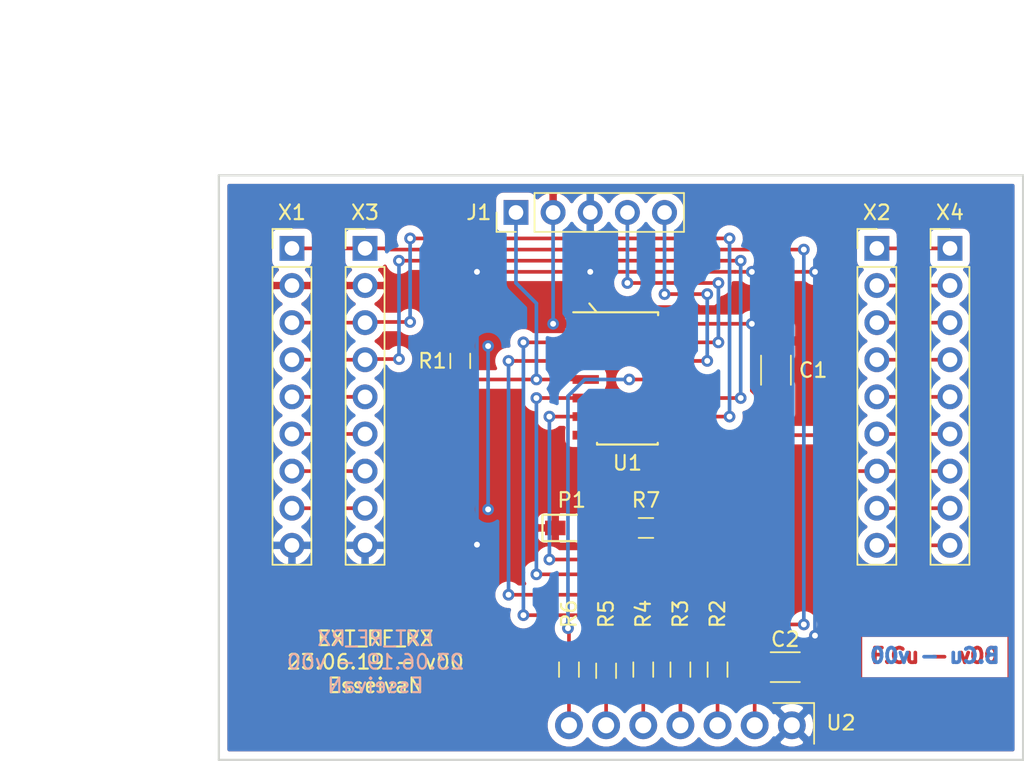
<source format=kicad_pcb>
(kicad_pcb (version 20171130) (host pcbnew "(5.1.0)-1")

  (general
    (thickness 1.6)
    (drawings 14)
    (tracks 175)
    (zones 0)
    (modules 17)
    (nets 34)
  )

  (page A4)
  (title_block
    (title RF_433MHz_Receiver)
    (date 2019-06-23)
    (rev 00)
    (company EsseivaN)
    (comment 1 "Author : Esseiva Nicolas")
    (comment 2 "RF 433MHz Receiver extension")
  )

  (layers
    (0 F.Cu signal)
    (31 B.Cu signal)
    (32 B.Adhes user)
    (33 F.Adhes user)
    (34 B.Paste user)
    (35 F.Paste user)
    (36 B.SilkS user)
    (37 F.SilkS user)
    (38 B.Mask user)
    (39 F.Mask user)
    (40 Dwgs.User user)
    (41 Cmts.User user)
    (42 Eco1.User user)
    (43 Eco2.User user)
    (44 Edge.Cuts user)
    (45 Margin user)
    (46 B.CrtYd user)
    (47 F.CrtYd user)
    (48 B.Fab user)
    (49 F.Fab user)
  )

  (setup
    (last_trace_width 0.25)
    (trace_clearance 0.2)
    (zone_clearance 0.508)
    (zone_45_only no)
    (trace_min 0.2)
    (via_size 0.8)
    (via_drill 0.4)
    (via_min_size 0.4)
    (via_min_drill 0.3)
    (uvia_size 0.3)
    (uvia_drill 0.1)
    (uvias_allowed no)
    (uvia_min_size 0.2)
    (uvia_min_drill 0.1)
    (edge_width 0.15)
    (segment_width 0.2)
    (pcb_text_width 0.3)
    (pcb_text_size 1.5 1.5)
    (mod_edge_width 0.12)
    (mod_text_size 1 1)
    (mod_text_width 0.15)
    (pad_size 1.524 1.524)
    (pad_drill 0.762)
    (pad_to_mask_clearance 0.051)
    (solder_mask_min_width 0.25)
    (aux_axis_origin 0 0)
    (grid_origin 50 50)
    (visible_elements 7FFFFFFF)
    (pcbplotparams
      (layerselection 0x010fc_ffffffff)
      (usegerberextensions false)
      (usegerberattributes false)
      (usegerberadvancedattributes false)
      (creategerberjobfile false)
      (excludeedgelayer true)
      (linewidth 0.100000)
      (plotframeref false)
      (viasonmask false)
      (mode 1)
      (useauxorigin false)
      (hpglpennumber 1)
      (hpglpenspeed 20)
      (hpglpendiameter 15.000000)
      (psnegative false)
      (psa4output false)
      (plotreference true)
      (plotvalue true)
      (plotinvisibletext false)
      (padsonsilk false)
      (subtractmaskfromsilk false)
      (outputformat 1)
      (mirror false)
      (drillshape 0)
      (scaleselection 1)
      (outputdirectory "../Fabrication/Gerber"))
  )

  (net 0 "")
  (net 1 GND)
  (net 2 5V)
  (net 3 ICSPCLK)
  (net 4 ICSPDAT)
  (net 5 VPP)
  (net 6 "Net-(R2-Pad2)")
  (net 7 "Net-(R2-Pad1)")
  (net 8 "Net-(R3-Pad1)")
  (net 9 "Net-(R3-Pad2)")
  (net 10 "Net-(R4-Pad2)")
  (net 11 "Net-(R4-Pad1)")
  (net 12 "Net-(R5-Pad1)")
  (net 13 "Net-(R5-Pad2)")
  (net 14 "Net-(R6-Pad2)")
  (net 15 "Net-(R6-Pad1)")
  (net 16 "Net-(R7-Pad2)")
  (net 17 SDA)
  (net 18 SCL)
  (net 19 3V3)
  (net 20 "Net-(P1-Pad1)")
  (net 21 /~INT0)
  (net 22 /CLKR)
  (net 23 /DAC_OUT)
  (net 24 "Net-(X1-Pad7)")
  (net 25 "Net-(X1-Pad8)")
  (net 26 /~INT2)
  (net 27 /~INT1)
  (net 28 /D5)
  (net 29 /D4)
  (net 30 /D3)
  (net 31 /D2)
  (net 32 /D1)
  (net 33 /D0)

  (net_class Default "This is the default net class."
    (clearance 0.2)
    (trace_width 0.25)
    (via_dia 0.8)
    (via_drill 0.4)
    (uvia_dia 0.3)
    (uvia_drill 0.1)
    (add_net /CLKR)
    (add_net /D0)
    (add_net /D1)
    (add_net /D2)
    (add_net /D3)
    (add_net /D4)
    (add_net /D5)
    (add_net /DAC_OUT)
    (add_net /~INT0)
    (add_net /~INT1)
    (add_net /~INT2)
    (add_net 3V3)
    (add_net 5V)
    (add_net GND)
    (add_net ICSPCLK)
    (add_net ICSPDAT)
    (add_net "Net-(P1-Pad1)")
    (add_net "Net-(R2-Pad1)")
    (add_net "Net-(R2-Pad2)")
    (add_net "Net-(R3-Pad1)")
    (add_net "Net-(R3-Pad2)")
    (add_net "Net-(R4-Pad1)")
    (add_net "Net-(R4-Pad2)")
    (add_net "Net-(R5-Pad1)")
    (add_net "Net-(R5-Pad2)")
    (add_net "Net-(R6-Pad1)")
    (add_net "Net-(R6-Pad2)")
    (add_net "Net-(R7-Pad2)")
    (add_net "Net-(X1-Pad7)")
    (add_net "Net-(X1-Pad8)")
    (add_net SCL)
    (add_net SDA)
    (add_net VPP)
  )

  (module 0EsseivaN_Lib:C_1206_HandSoldering (layer F.Cu) (tedit 58AA84D1) (tstamp 5D0FED31)
    (at 88.735 83.655)
    (descr "Capacitor SMD 1206, hand soldering")
    (tags "capacitor 1206")
    (path /5CF63129)
    (attr smd)
    (fp_text reference C2 (at 0 -1.905 180) (layer F.SilkS)
      (effects (font (size 1 1) (thickness 0.15)))
    )
    (fp_text value 100nF (at 0 2) (layer F.Fab)
      (effects (font (size 1 1) (thickness 0.15)))
    )
    (fp_text user %R (at 0 -1.75) (layer F.Fab)
      (effects (font (size 1 1) (thickness 0.15)))
    )
    (fp_line (start -1.6 0.8) (end -1.6 -0.8) (layer F.Fab) (width 0.1))
    (fp_line (start 1.6 0.8) (end -1.6 0.8) (layer F.Fab) (width 0.1))
    (fp_line (start 1.6 -0.8) (end 1.6 0.8) (layer F.Fab) (width 0.1))
    (fp_line (start -1.6 -0.8) (end 1.6 -0.8) (layer F.Fab) (width 0.1))
    (fp_line (start 1 -1.02) (end -1 -1.02) (layer F.SilkS) (width 0.12))
    (fp_line (start -1 1.02) (end 1 1.02) (layer F.SilkS) (width 0.12))
    (fp_line (start -3.25 -1.05) (end 3.25 -1.05) (layer F.CrtYd) (width 0.05))
    (fp_line (start -3.25 -1.05) (end -3.25 1.05) (layer F.CrtYd) (width 0.05))
    (fp_line (start 3.25 1.05) (end 3.25 -1.05) (layer F.CrtYd) (width 0.05))
    (fp_line (start 3.25 1.05) (end -3.25 1.05) (layer F.CrtYd) (width 0.05))
    (pad 1 smd rect (at -2 0) (size 2 1.6) (layers F.Cu F.Paste F.Mask)
      (net 2 5V))
    (pad 2 smd rect (at 2 0) (size 2 1.6) (layers F.Cu F.Paste F.Mask)
      (net 1 GND))
    (model Capacitors_SMD.3dshapes/C_1206.wrl
      (at (xyz 0 0 0))
      (scale (xyz 1 1 1))
      (rotate (xyz 0 0 0))
    )
  )

  (module 0EsseivaN_Lib:C_1206_HandSoldering (layer F.Cu) (tedit 58AA84D1) (tstamp 5D0FDCF0)
    (at 88.1 63.335 270)
    (descr "Capacitor SMD 1206, hand soldering")
    (tags "capacitor 1206")
    (path /5CF44CD7)
    (attr smd)
    (fp_text reference C1 (at 0 -2.54) (layer F.SilkS)
      (effects (font (size 1 1) (thickness 0.15)))
    )
    (fp_text value 100nF (at 0 2 270) (layer F.Fab)
      (effects (font (size 1 1) (thickness 0.15)))
    )
    (fp_line (start 3.25 1.05) (end -3.25 1.05) (layer F.CrtYd) (width 0.05))
    (fp_line (start 3.25 1.05) (end 3.25 -1.05) (layer F.CrtYd) (width 0.05))
    (fp_line (start -3.25 -1.05) (end -3.25 1.05) (layer F.CrtYd) (width 0.05))
    (fp_line (start -3.25 -1.05) (end 3.25 -1.05) (layer F.CrtYd) (width 0.05))
    (fp_line (start -1 1.02) (end 1 1.02) (layer F.SilkS) (width 0.12))
    (fp_line (start 1 -1.02) (end -1 -1.02) (layer F.SilkS) (width 0.12))
    (fp_line (start -1.6 -0.8) (end 1.6 -0.8) (layer F.Fab) (width 0.1))
    (fp_line (start 1.6 -0.8) (end 1.6 0.8) (layer F.Fab) (width 0.1))
    (fp_line (start 1.6 0.8) (end -1.6 0.8) (layer F.Fab) (width 0.1))
    (fp_line (start -1.6 0.8) (end -1.6 -0.8) (layer F.Fab) (width 0.1))
    (fp_text user %R (at 0 -1.75 270) (layer F.Fab)
      (effects (font (size 1 1) (thickness 0.15)))
    )
    (pad 2 smd rect (at 2 0 270) (size 2 1.6) (layers F.Cu F.Paste F.Mask)
      (net 1 GND))
    (pad 1 smd rect (at -2 0 270) (size 2 1.6) (layers F.Cu F.Paste F.Mask)
      (net 19 3V3))
    (model Capacitors_SMD.3dshapes/C_1206.wrl
      (at (xyz 0 0 0))
      (scale (xyz 1 1 1))
      (rotate (xyz 0 0 0))
    )
  )

  (module 0EsseivaN_Lib:D_0603_HandSoldering (layer F.Cu) (tedit 5C1631AA) (tstamp 5CF39624)
    (at 74.13 74.13)
    (descr "Capacitor SMD 0603, hand soldering")
    (tags "capacitor 0603")
    (path /5CF9D78A)
    (attr smd)
    (fp_text reference P1 (at 0 -1.905) (layer F.SilkS)
      (effects (font (size 1 1) (thickness 0.15)))
    )
    (fp_text value 1V8 (at -0.2 1.8) (layer F.Fab)
      (effects (font (size 1 1) (thickness 0.15)))
    )
    (fp_line (start -2 -0.9) (end -2 0.9) (layer F.SilkS) (width 0.15))
    (fp_line (start -0.1 0.9) (end -0.05 0.9) (layer F.SilkS) (width 0.15))
    (fp_line (start -2 0.9) (end 0.3 0.9) (layer F.SilkS) (width 0.15))
    (fp_line (start -2 -0.9) (end 0.35 -0.9) (layer F.SilkS) (width 0.15))
    (fp_line (start -0.45 -0.4) (end -0.45 0.45) (layer F.Fab) (width 0.15))
    (fp_line (start 0.4 0.45) (end -0.45 0) (layer F.Fab) (width 0.15))
    (fp_line (start -0.45 0) (end 0.4 -0.4) (layer F.Fab) (width 0.15))
    (fp_line (start 0.4 -0.4) (end 0.4 0.4) (layer F.Fab) (width 0.15))
    (fp_line (start -1.8 -0.65) (end 1.8 -0.65) (layer F.CrtYd) (width 0.05))
    (fp_line (start -1.8 -0.65) (end -1.8 0.65) (layer F.CrtYd) (width 0.05))
    (fp_line (start 1.8 0.65) (end 1.8 -0.65) (layer F.CrtYd) (width 0.05))
    (fp_line (start 1.8 0.65) (end -1.8 0.65) (layer F.CrtYd) (width 0.05))
    (pad 2 smd rect (at -1.125 0) (size 1.4 1) (layers F.Cu F.Paste F.Mask)
      (net 19 3V3))
    (pad 1 smd rect (at 1.125 0) (size 1.4 1) (layers F.Cu F.Paste F.Mask)
      (net 20 "Net-(P1-Pad1)"))
    (model Capacitors_SMD.3dshapes/C_0603.wrl
      (at (xyz 0 0 0))
      (scale (xyz 1 1 1))
      (rotate (xyz 0 0 0))
    )
  )

  (module 0EsseivaN_Lib:SOIC-14 (layer F.Cu) (tedit 5B670383) (tstamp 5D0A96F8)
    (at 77.94 63.97)
    (descr "14-Lead Plastic Small Outline (SL) - Narrow, 3.90 mm Body [SOIC] (see Microchip Packaging Specification 00000049BS.pdf)")
    (tags "SOIC 1.27")
    (path /5CF40580)
    (attr smd)
    (fp_text reference U1 (at 0 5.715) (layer F.SilkS)
      (effects (font (size 1 1) (thickness 0.15)))
    )
    (fp_text value PIC16F15323 (at 0 5.375) (layer F.Fab)
      (effects (font (size 1 1) (thickness 0.15)))
    )
    (fp_line (start -2.1 -4.6) (end -3.7 -4.6) (layer F.SilkS) (width 0.15))
    (fp_line (start -2.1 -4.6) (end -2.6 -5.2) (layer F.SilkS) (width 0.15))
    (fp_line (start 2.1 -4.4) (end 2.1 -4.6) (layer F.SilkS) (width 0.15))
    (fp_line (start 2.1 -4.6) (end -2.1 -4.6) (layer F.SilkS) (width 0.15))
    (fp_text user %R (at 0 0) (layer F.Fab)
      (effects (font (size 0.9 0.9) (thickness 0.135)))
    )
    (fp_line (start -0.95 -4.35) (end 1.95 -4.35) (layer F.Fab) (width 0.15))
    (fp_line (start 1.95 -4.35) (end 1.95 4.35) (layer F.Fab) (width 0.15))
    (fp_line (start 1.95 4.35) (end -1.95 4.35) (layer F.Fab) (width 0.15))
    (fp_line (start -1.95 4.35) (end -1.95 -3.35) (layer F.Fab) (width 0.15))
    (fp_line (start -1.95 -3.35) (end -0.95 -4.35) (layer F.Fab) (width 0.15))
    (fp_line (start -3.7 -4.65) (end -3.7 4.65) (layer F.CrtYd) (width 0.05))
    (fp_line (start 3.7 -4.65) (end 3.7 4.65) (layer F.CrtYd) (width 0.05))
    (fp_line (start -3.7 -4.65) (end 3.7 -4.65) (layer F.CrtYd) (width 0.05))
    (fp_line (start -3.7 4.65) (end 3.7 4.65) (layer F.CrtYd) (width 0.05))
    (fp_line (start 2.075 4.45) (end 2.075 4.335) (layer F.SilkS) (width 0.15))
    (fp_line (start -2.075 4.45) (end -2.075 4.335) (layer F.SilkS) (width 0.15))
    (fp_line (start -2.075 4.45) (end 2.075 4.45) (layer F.SilkS) (width 0.15))
    (pad 1 smd rect (at -2.85 -3.81) (size 1.8 0.6) (layers F.Cu F.Paste F.Mask)
      (net 19 3V3))
    (pad 2 smd rect (at -2.85 -2.54) (size 1.8 0.6) (layers F.Cu F.Paste F.Mask)
      (net 13 "Net-(R5-Pad2)"))
    (pad 3 smd rect (at -2.85 -1.27) (size 1.8 0.6) (layers F.Cu F.Paste F.Mask)
      (net 10 "Net-(R4-Pad2)"))
    (pad 4 smd rect (at -2.85 0) (size 1.8 0.6) (layers F.Cu F.Paste F.Mask)
      (net 5 VPP))
    (pad 5 smd rect (at -2.85 1.27) (size 1.8 0.6) (layers F.Cu F.Paste F.Mask)
      (net 9 "Net-(R3-Pad2)"))
    (pad 6 smd rect (at -2.85 2.54) (size 1.8 0.6) (layers F.Cu F.Paste F.Mask)
      (net 6 "Net-(R2-Pad2)"))
    (pad 7 smd rect (at -2.85 3.81) (size 1.8 0.6) (layers F.Cu F.Paste F.Mask)
      (net 16 "Net-(R7-Pad2)"))
    (pad 8 smd rect (at 2.85 3.81) (size 1.8 0.6) (layers F.Cu F.Paste F.Mask)
      (net 21 /~INT0))
    (pad 9 smd rect (at 2.85 2.54) (size 1.8 0.6) (layers F.Cu F.Paste F.Mask)
      (net 17 SDA))
    (pad 10 smd rect (at 2.85 1.27) (size 1.8 0.6) (layers F.Cu F.Paste F.Mask)
      (net 18 SCL))
    (pad 11 smd rect (at 2.85 0) (size 1.8 0.6) (layers F.Cu F.Paste F.Mask)
      (net 14 "Net-(R6-Pad2)"))
    (pad 12 smd rect (at 2.85 -1.27) (size 1.8 0.6) (layers F.Cu F.Paste F.Mask)
      (net 3 ICSPCLK))
    (pad 13 smd rect (at 2.85 -2.54) (size 1.8 0.6) (layers F.Cu F.Paste F.Mask)
      (net 4 ICSPDAT))
    (pad 14 smd rect (at 2.85 -3.81) (size 1.8 0.6) (layers F.Cu F.Paste F.Mask)
      (net 1 GND))
    (model ${KISYS3DMOD}/Housings_SOIC.3dshapes/SOIC-14_3.9x8.7mm_Pitch1.27mm.wrl
      (at (xyz 0 0 0))
      (scale (xyz 1 1 1))
      (rotate (xyz 0 0 0))
    )
  )

  (module 0EsseivaN_Lib:RF_RECEIVER (layer F.Cu) (tedit 5B670BC3) (tstamp 5D0A9BD6)
    (at 81.565 87.634 180)
    (path /5CF432A1)
    (fp_text reference U2 (at -10.98 0.169) (layer F.SilkS)
      (effects (font (size 1 1) (thickness 0.15)))
    )
    (fp_text value RF_RECEIVER (at 0 0 180) (layer F.Fab)
      (effects (font (size 1 1) (thickness 0.15)))
    )
    (fp_line (start 8.89 -1.27) (end -8.89 -1.27) (layer F.CrtYd) (width 0.15))
    (fp_line (start -8.89 -1.27) (end -8.89 1.27) (layer F.CrtYd) (width 0.15))
    (fp_line (start -8.89 1.27) (end 8.89 1.27) (layer F.CrtYd) (width 0.15))
    (fp_line (start 8.89 1.27) (end 8.89 -1.27) (layer F.CrtYd) (width 0.15))
    (pad 1 thru_hole circle (at -7.62 0 180) (size 1.9 1.9) (drill 1.1) (layers *.Cu *.Mask)
      (net 1 GND))
    (pad 5 thru_hole circle (at 2.54 0 180) (size 1.9 1.9) (drill 1.1) (layers *.Cu *.Mask)
      (net 11 "Net-(R4-Pad1)"))
    (pad 6 thru_hole circle (at 5.08 0 180) (size 1.9 1.9) (drill 1.1) (layers *.Cu *.Mask)
      (net 12 "Net-(R5-Pad1)"))
    (pad 7 thru_hole circle (at 7.62 0 180) (size 1.9 1.9) (drill 1.1) (layers *.Cu *.Mask)
      (net 15 "Net-(R6-Pad1)"))
    (pad 4 thru_hole circle (at 0 0 180) (size 1.9 1.9) (drill 1.1) (layers *.Cu *.Mask)
      (net 8 "Net-(R3-Pad1)"))
    (pad 3 thru_hole circle (at -2.54 0 180) (size 1.9 1.9) (drill 1.1) (layers *.Cu *.Mask)
      (net 7 "Net-(R2-Pad1)"))
    (pad 2 thru_hole circle (at -5.08 0 180) (size 1.9 1.9) (drill 1.1) (layers *.Cu *.Mask)
      (net 2 5V))
  )

  (module 0EsseivaN_Lib:Pin_Header_Straight_1x05_Pitch2.54mm (layer F.Cu) (tedit 5D0945B3) (tstamp 5D0FE849)
    (at 70.32 52.54 90)
    (descr "Through hole straight pin header, 1x06, 2.54mm pitch, single row")
    (tags "Through hole pin header THT 1x06 2.54mm single row")
    (path /5CF4C2C1)
    (fp_text reference J1 (at 0 -2.54 180) (layer F.SilkS)
      (effects (font (size 1 1) (thickness 0.15)))
    )
    (fp_text value CONN_ICSP (at 0 12.7 180) (layer F.Fab)
      (effects (font (size 1 1) (thickness 0.15)))
    )
    (fp_text user %R (at 0 6.35 180) (layer F.Fab)
      (effects (font (size 1 1) (thickness 0.15)))
    )
    (fp_line (start 1.8 -1.8) (end -1.8 -1.8) (layer F.CrtYd) (width 0.05))
    (fp_line (start 1.8 11.96) (end 1.8 -1.8) (layer F.CrtYd) (width 0.05))
    (fp_line (start -1.8 11.96) (end 1.8 11.96) (layer F.CrtYd) (width 0.05))
    (fp_line (start -1.8 -1.8) (end -1.8 11.96) (layer F.CrtYd) (width 0.05))
    (fp_line (start -1.33 -1.33) (end 0 -1.33) (layer F.SilkS) (width 0.12))
    (fp_line (start -1.33 0) (end -1.33 -1.33) (layer F.SilkS) (width 0.12))
    (fp_line (start -1.33 1.27) (end 1.33 1.27) (layer F.SilkS) (width 0.12))
    (fp_line (start 1.33 1.27) (end 1.33 11.49) (layer F.SilkS) (width 0.12))
    (fp_line (start -1.33 1.27) (end -1.33 11.49) (layer F.SilkS) (width 0.12))
    (fp_line (start -1.33 11.49) (end 1.33 11.49) (layer F.SilkS) (width 0.12))
    (fp_line (start -1.27 -0.635) (end -0.635 -1.27) (layer F.Fab) (width 0.1))
    (fp_line (start -1.27 11.43) (end -1.27 -0.635) (layer F.Fab) (width 0.1))
    (fp_line (start 1.27 11.43) (end -1.27 11.43) (layer F.Fab) (width 0.1))
    (fp_line (start 1.27 -1.27) (end 1.27 11.43) (layer F.Fab) (width 0.1))
    (fp_line (start -0.635 -1.27) (end 1.27 -1.27) (layer F.Fab) (width 0.1))
    (pad 5 thru_hole oval (at 0 10.16 90) (size 1.7 1.7) (drill 1) (layers *.Cu *.Mask)
      (net 3 ICSPCLK))
    (pad 4 thru_hole oval (at 0 7.62 90) (size 1.7 1.7) (drill 1) (layers *.Cu *.Mask)
      (net 4 ICSPDAT))
    (pad 3 thru_hole oval (at 0 5.08 90) (size 1.7 1.7) (drill 1) (layers *.Cu *.Mask)
      (net 1 GND))
    (pad 2 thru_hole oval (at 0 2.54 90) (size 1.7 1.7) (drill 1) (layers *.Cu *.Mask)
      (net 19 3V3))
    (pad 1 thru_hole rect (at 0 0 90) (size 1.7 1.7) (drill 1) (layers *.Cu *.Mask)
      (net 5 VPP))
    (model ${KISYS3DMOD}/Pin_Headers.3dshapes/Pin_Header_Straight_1x05_Pitch2.54mm.wrl
      (at (xyz 0 0 0))
      (scale (xyz 1 1 1))
      (rotate (xyz 0 0 0))
    )
  )

  (module 0EsseivaN_Lib:R_0603_HandSoldering (layer F.Cu) (tedit 5CF30375) (tstamp 5D0A9F57)
    (at 66.51 62.7 270)
    (descr "Resistor SMD 0603, hand soldering")
    (tags "resistor 0603")
    (path /5CF4DFA6)
    (attr smd)
    (fp_text reference R1 (at 0 1.905) (layer F.SilkS)
      (effects (font (size 1 1) (thickness 0.15)))
    )
    (fp_text value 27k (at 0 1.55 270) (layer F.Fab)
      (effects (font (size 1 1) (thickness 0.15)))
    )
    (fp_line (start 1.95 0.7) (end -1.96 0.7) (layer F.CrtYd) (width 0.05))
    (fp_line (start 1.95 0.7) (end 1.95 -0.7) (layer F.CrtYd) (width 0.05))
    (fp_line (start -1.96 -0.7) (end -1.96 0.7) (layer F.CrtYd) (width 0.05))
    (fp_line (start -1.96 -0.7) (end 1.95 -0.7) (layer F.CrtYd) (width 0.05))
    (fp_line (start -0.5 -0.68) (end 0.5 -0.68) (layer F.SilkS) (width 0.12))
    (fp_line (start 0.5 0.68) (end -0.5 0.68) (layer F.SilkS) (width 0.12))
    (fp_line (start -0.8 -0.4) (end 0.8 -0.4) (layer F.Fab) (width 0.1))
    (fp_line (start 0.8 -0.4) (end 0.8 0.4) (layer F.Fab) (width 0.1))
    (fp_line (start 0.8 0.4) (end -0.8 0.4) (layer F.Fab) (width 0.1))
    (fp_line (start -0.8 0.4) (end -0.8 -0.4) (layer F.Fab) (width 0.1))
    (fp_text user %R (at 0 0 270) (layer F.Fab)
      (effects (font (size 0.4 0.4) (thickness 0.075)))
    )
    (pad 2 smd rect (at 1.05 0 270) (size 1.3 1) (layers F.Cu F.Paste F.Mask)
      (net 5 VPP))
    (pad 1 smd rect (at -1.05 0 270) (size 1.3 1) (layers F.Cu F.Paste F.Mask)
      (net 19 3V3))
    (model ${KISYS3DMOD}/Resistors_SMD.3dshapes/R_0603.wrl
      (at (xyz 0 0 0))
      (scale (xyz 1 1 1))
      (rotate (xyz 0 0 0))
    )
  )

  (module 0EsseivaN_Lib:R_0603_HandSoldering (layer F.Cu) (tedit 5CF30375) (tstamp 5D0FED72)
    (at 84.105 83.824 90)
    (descr "Resistor SMD 0603, hand soldering")
    (tags "resistor 0603")
    (path /5CF67EFE)
    (attr smd)
    (fp_text reference R2 (at 3.81 0 90) (layer F.SilkS)
      (effects (font (size 1 1) (thickness 0.15)))
    )
    (fp_text value 1k (at 0 1.55 90) (layer F.Fab)
      (effects (font (size 1 1) (thickness 0.15)))
    )
    (fp_text user %R (at 0 0 90) (layer F.Fab)
      (effects (font (size 0.4 0.4) (thickness 0.075)))
    )
    (fp_line (start -0.8 0.4) (end -0.8 -0.4) (layer F.Fab) (width 0.1))
    (fp_line (start 0.8 0.4) (end -0.8 0.4) (layer F.Fab) (width 0.1))
    (fp_line (start 0.8 -0.4) (end 0.8 0.4) (layer F.Fab) (width 0.1))
    (fp_line (start -0.8 -0.4) (end 0.8 -0.4) (layer F.Fab) (width 0.1))
    (fp_line (start 0.5 0.68) (end -0.5 0.68) (layer F.SilkS) (width 0.12))
    (fp_line (start -0.5 -0.68) (end 0.5 -0.68) (layer F.SilkS) (width 0.12))
    (fp_line (start -1.96 -0.7) (end 1.95 -0.7) (layer F.CrtYd) (width 0.05))
    (fp_line (start -1.96 -0.7) (end -1.96 0.7) (layer F.CrtYd) (width 0.05))
    (fp_line (start 1.95 0.7) (end 1.95 -0.7) (layer F.CrtYd) (width 0.05))
    (fp_line (start 1.95 0.7) (end -1.96 0.7) (layer F.CrtYd) (width 0.05))
    (pad 1 smd rect (at -1.05 0 90) (size 1.3 1) (layers F.Cu F.Paste F.Mask)
      (net 7 "Net-(R2-Pad1)"))
    (pad 2 smd rect (at 1.05 0 90) (size 1.3 1) (layers F.Cu F.Paste F.Mask)
      (net 6 "Net-(R2-Pad2)"))
    (model ${KISYS3DMOD}/Resistors_SMD.3dshapes/R_0603.wrl
      (at (xyz 0 0 0))
      (scale (xyz 1 1 1))
      (rotate (xyz 0 0 0))
    )
  )

  (module 0EsseivaN_Lib:R_0603_HandSoldering (layer F.Cu) (tedit 5CF30375) (tstamp 5D0A9C02)
    (at 81.565 83.824 90)
    (descr "Resistor SMD 0603, hand soldering")
    (tags "resistor 0603")
    (path /5CF688FE)
    (attr smd)
    (fp_text reference R3 (at 3.81 0 90) (layer F.SilkS)
      (effects (font (size 1 1) (thickness 0.15)))
    )
    (fp_text value 1k (at 0 1.55 90) (layer F.Fab)
      (effects (font (size 1 1) (thickness 0.15)))
    )
    (fp_line (start 1.95 0.7) (end -1.96 0.7) (layer F.CrtYd) (width 0.05))
    (fp_line (start 1.95 0.7) (end 1.95 -0.7) (layer F.CrtYd) (width 0.05))
    (fp_line (start -1.96 -0.7) (end -1.96 0.7) (layer F.CrtYd) (width 0.05))
    (fp_line (start -1.96 -0.7) (end 1.95 -0.7) (layer F.CrtYd) (width 0.05))
    (fp_line (start -0.5 -0.68) (end 0.5 -0.68) (layer F.SilkS) (width 0.12))
    (fp_line (start 0.5 0.68) (end -0.5 0.68) (layer F.SilkS) (width 0.12))
    (fp_line (start -0.8 -0.4) (end 0.8 -0.4) (layer F.Fab) (width 0.1))
    (fp_line (start 0.8 -0.4) (end 0.8 0.4) (layer F.Fab) (width 0.1))
    (fp_line (start 0.8 0.4) (end -0.8 0.4) (layer F.Fab) (width 0.1))
    (fp_line (start -0.8 0.4) (end -0.8 -0.4) (layer F.Fab) (width 0.1))
    (fp_text user %R (at 0 0 90) (layer F.Fab)
      (effects (font (size 0.4 0.4) (thickness 0.075)))
    )
    (pad 2 smd rect (at 1.05 0 90) (size 1.3 1) (layers F.Cu F.Paste F.Mask)
      (net 9 "Net-(R3-Pad2)"))
    (pad 1 smd rect (at -1.05 0 90) (size 1.3 1) (layers F.Cu F.Paste F.Mask)
      (net 8 "Net-(R3-Pad1)"))
    (model ${KISYS3DMOD}/Resistors_SMD.3dshapes/R_0603.wrl
      (at (xyz 0 0 0))
      (scale (xyz 1 1 1))
      (rotate (xyz 0 0 0))
    )
  )

  (module 0EsseivaN_Lib:R_0603_HandSoldering (layer F.Cu) (tedit 5CF30375) (tstamp 5D0A9C32)
    (at 79.025 83.824 90)
    (descr "Resistor SMD 0603, hand soldering")
    (tags "resistor 0603")
    (path /5CF68E0D)
    (attr smd)
    (fp_text reference R4 (at 3.81 0 90) (layer F.SilkS)
      (effects (font (size 1 1) (thickness 0.15)))
    )
    (fp_text value 1k (at 0 1.55 90) (layer F.Fab)
      (effects (font (size 1 1) (thickness 0.15)))
    )
    (fp_text user %R (at 0 0 90) (layer F.Fab)
      (effects (font (size 0.4 0.4) (thickness 0.075)))
    )
    (fp_line (start -0.8 0.4) (end -0.8 -0.4) (layer F.Fab) (width 0.1))
    (fp_line (start 0.8 0.4) (end -0.8 0.4) (layer F.Fab) (width 0.1))
    (fp_line (start 0.8 -0.4) (end 0.8 0.4) (layer F.Fab) (width 0.1))
    (fp_line (start -0.8 -0.4) (end 0.8 -0.4) (layer F.Fab) (width 0.1))
    (fp_line (start 0.5 0.68) (end -0.5 0.68) (layer F.SilkS) (width 0.12))
    (fp_line (start -0.5 -0.68) (end 0.5 -0.68) (layer F.SilkS) (width 0.12))
    (fp_line (start -1.96 -0.7) (end 1.95 -0.7) (layer F.CrtYd) (width 0.05))
    (fp_line (start -1.96 -0.7) (end -1.96 0.7) (layer F.CrtYd) (width 0.05))
    (fp_line (start 1.95 0.7) (end 1.95 -0.7) (layer F.CrtYd) (width 0.05))
    (fp_line (start 1.95 0.7) (end -1.96 0.7) (layer F.CrtYd) (width 0.05))
    (pad 1 smd rect (at -1.05 0 90) (size 1.3 1) (layers F.Cu F.Paste F.Mask)
      (net 11 "Net-(R4-Pad1)"))
    (pad 2 smd rect (at 1.05 0 90) (size 1.3 1) (layers F.Cu F.Paste F.Mask)
      (net 10 "Net-(R4-Pad2)"))
    (model ${KISYS3DMOD}/Resistors_SMD.3dshapes/R_0603.wrl
      (at (xyz 0 0 0))
      (scale (xyz 1 1 1))
      (rotate (xyz 0 0 0))
    )
  )

  (module 0EsseivaN_Lib:R_0603_HandSoldering (layer F.Cu) (tedit 5CF30375) (tstamp 5D0A9C62)
    (at 76.485 83.904 90)
    (descr "Resistor SMD 0603, hand soldering")
    (tags "resistor 0603")
    (path /5CF68EEE)
    (attr smd)
    (fp_text reference R5 (at 3.89 0 90) (layer F.SilkS)
      (effects (font (size 1 1) (thickness 0.15)))
    )
    (fp_text value 1k (at 0 1.55 90) (layer F.Fab)
      (effects (font (size 1 1) (thickness 0.15)))
    )
    (fp_line (start 1.95 0.7) (end -1.96 0.7) (layer F.CrtYd) (width 0.05))
    (fp_line (start 1.95 0.7) (end 1.95 -0.7) (layer F.CrtYd) (width 0.05))
    (fp_line (start -1.96 -0.7) (end -1.96 0.7) (layer F.CrtYd) (width 0.05))
    (fp_line (start -1.96 -0.7) (end 1.95 -0.7) (layer F.CrtYd) (width 0.05))
    (fp_line (start -0.5 -0.68) (end 0.5 -0.68) (layer F.SilkS) (width 0.12))
    (fp_line (start 0.5 0.68) (end -0.5 0.68) (layer F.SilkS) (width 0.12))
    (fp_line (start -0.8 -0.4) (end 0.8 -0.4) (layer F.Fab) (width 0.1))
    (fp_line (start 0.8 -0.4) (end 0.8 0.4) (layer F.Fab) (width 0.1))
    (fp_line (start 0.8 0.4) (end -0.8 0.4) (layer F.Fab) (width 0.1))
    (fp_line (start -0.8 0.4) (end -0.8 -0.4) (layer F.Fab) (width 0.1))
    (fp_text user %R (at 0 0 90) (layer F.Fab)
      (effects (font (size 0.4 0.4) (thickness 0.075)))
    )
    (pad 2 smd rect (at 1.05 0 90) (size 1.3 1) (layers F.Cu F.Paste F.Mask)
      (net 13 "Net-(R5-Pad2)"))
    (pad 1 smd rect (at -1.05 0 90) (size 1.3 1) (layers F.Cu F.Paste F.Mask)
      (net 12 "Net-(R5-Pad1)"))
    (model ${KISYS3DMOD}/Resistors_SMD.3dshapes/R_0603.wrl
      (at (xyz 0 0 0))
      (scale (xyz 1 1 1))
      (rotate (xyz 0 0 0))
    )
  )

  (module 0EsseivaN_Lib:R_0603_HandSoldering (layer F.Cu) (tedit 5CF30375) (tstamp 5D0A9C92)
    (at 73.945 83.824 90)
    (descr "Resistor SMD 0603, hand soldering")
    (tags "resistor 0603")
    (path /5CF690B5)
    (attr smd)
    (fp_text reference R6 (at 3.81 0 90) (layer F.SilkS)
      (effects (font (size 1 1) (thickness 0.15)))
    )
    (fp_text value 1k (at 0 1.55 90) (layer F.Fab)
      (effects (font (size 1 1) (thickness 0.15)))
    )
    (fp_text user %R (at 0 0 90) (layer F.Fab)
      (effects (font (size 0.4 0.4) (thickness 0.075)))
    )
    (fp_line (start -0.8 0.4) (end -0.8 -0.4) (layer F.Fab) (width 0.1))
    (fp_line (start 0.8 0.4) (end -0.8 0.4) (layer F.Fab) (width 0.1))
    (fp_line (start 0.8 -0.4) (end 0.8 0.4) (layer F.Fab) (width 0.1))
    (fp_line (start -0.8 -0.4) (end 0.8 -0.4) (layer F.Fab) (width 0.1))
    (fp_line (start 0.5 0.68) (end -0.5 0.68) (layer F.SilkS) (width 0.12))
    (fp_line (start -0.5 -0.68) (end 0.5 -0.68) (layer F.SilkS) (width 0.12))
    (fp_line (start -1.96 -0.7) (end 1.95 -0.7) (layer F.CrtYd) (width 0.05))
    (fp_line (start -1.96 -0.7) (end -1.96 0.7) (layer F.CrtYd) (width 0.05))
    (fp_line (start 1.95 0.7) (end 1.95 -0.7) (layer F.CrtYd) (width 0.05))
    (fp_line (start 1.95 0.7) (end -1.96 0.7) (layer F.CrtYd) (width 0.05))
    (pad 1 smd rect (at -1.05 0 90) (size 1.3 1) (layers F.Cu F.Paste F.Mask)
      (net 15 "Net-(R6-Pad1)"))
    (pad 2 smd rect (at 1.05 0 90) (size 1.3 1) (layers F.Cu F.Paste F.Mask)
      (net 14 "Net-(R6-Pad2)"))
    (model ${KISYS3DMOD}/Resistors_SMD.3dshapes/R_0603.wrl
      (at (xyz 0 0 0))
      (scale (xyz 1 1 1))
      (rotate (xyz 0 0 0))
    )
  )

  (module 0EsseivaN_Lib:R_0603_HandSoldering (layer F.Cu) (tedit 5D0E9FFD) (tstamp 5D0FDD10)
    (at 79.21 74.13)
    (descr "Resistor SMD 0603, hand soldering")
    (tags "resistor 0603")
    (path /5CFAF9F9)
    (attr smd)
    (fp_text reference R7 (at 0 -1.905) (layer F.SilkS)
      (effects (font (size 1 1) (thickness 0.15)))
    )
    (fp_text value 150R (at 0 1.55) (layer F.Fab)
      (effects (font (size 1 1) (thickness 0.15)))
    )
    (fp_line (start 1.95 0.7) (end -1.96 0.7) (layer F.CrtYd) (width 0.05))
    (fp_line (start 1.95 0.7) (end 1.95 -0.7) (layer F.CrtYd) (width 0.05))
    (fp_line (start -1.96 -0.7) (end -1.96 0.7) (layer F.CrtYd) (width 0.05))
    (fp_line (start -1.96 -0.7) (end 1.95 -0.7) (layer F.CrtYd) (width 0.05))
    (fp_line (start -0.5 -0.68) (end 0.5 -0.68) (layer F.SilkS) (width 0.12))
    (fp_line (start 0.5 0.68) (end -0.5 0.68) (layer F.SilkS) (width 0.12))
    (fp_line (start -0.8 -0.4) (end 0.8 -0.4) (layer F.Fab) (width 0.1))
    (fp_line (start 0.8 -0.4) (end 0.8 0.4) (layer F.Fab) (width 0.1))
    (fp_line (start 0.8 0.4) (end -0.8 0.4) (layer F.Fab) (width 0.1))
    (fp_line (start -0.8 0.4) (end -0.8 -0.4) (layer F.Fab) (width 0.1))
    (pad 2 smd rect (at 1.05 0) (size 1.3 1) (layers F.Cu F.Paste F.Mask)
      (net 16 "Net-(R7-Pad2)"))
    (pad 1 smd rect (at -1.05 0) (size 1.3 1) (layers F.Cu F.Paste F.Mask)
      (net 20 "Net-(P1-Pad1)"))
    (model ${KISYS3DMOD}/Resistors_SMD.3dshapes/R_0603.wrl
      (at (xyz 0 0 0))
      (scale (xyz 1 1 1))
      (rotate (xyz 0 0 0))
    )
  )

  (module 0EsseivaN_Lib:Pin_Header_Straight_1x09_Pitch2.54mm (layer F.Cu) (tedit 59650532) (tstamp 5D0FDD3B)
    (at 55 55)
    (descr "Through hole straight pin header, 1x09, 2.54mm pitch, single row")
    (tags "Through hole pin header THT 1x09 2.54mm single row")
    (path /5D16C65E)
    (fp_text reference X1 (at 0 -2.46) (layer F.SilkS)
      (effects (font (size 1 1) (thickness 0.15)))
    )
    (fp_text value Extension_1 (at 0 22.65) (layer F.Fab)
      (effects (font (size 1 1) (thickness 0.15)))
    )
    (fp_line (start -0.635 -1.27) (end 1.27 -1.27) (layer F.Fab) (width 0.1))
    (fp_line (start 1.27 -1.27) (end 1.27 21.59) (layer F.Fab) (width 0.1))
    (fp_line (start 1.27 21.59) (end -1.27 21.59) (layer F.Fab) (width 0.1))
    (fp_line (start -1.27 21.59) (end -1.27 -0.635) (layer F.Fab) (width 0.1))
    (fp_line (start -1.27 -0.635) (end -0.635 -1.27) (layer F.Fab) (width 0.1))
    (fp_line (start -1.33 21.65) (end 1.33 21.65) (layer F.SilkS) (width 0.12))
    (fp_line (start -1.33 1.27) (end -1.33 21.65) (layer F.SilkS) (width 0.12))
    (fp_line (start 1.33 1.27) (end 1.33 21.65) (layer F.SilkS) (width 0.12))
    (fp_line (start -1.33 1.27) (end 1.33 1.27) (layer F.SilkS) (width 0.12))
    (fp_line (start -1.33 0) (end -1.33 -1.33) (layer F.SilkS) (width 0.12))
    (fp_line (start -1.33 -1.33) (end 0 -1.33) (layer F.SilkS) (width 0.12))
    (fp_line (start -1.8 -1.8) (end -1.8 22.1) (layer F.CrtYd) (width 0.05))
    (fp_line (start -1.8 22.1) (end 1.8 22.1) (layer F.CrtYd) (width 0.05))
    (fp_line (start 1.8 22.1) (end 1.8 -1.8) (layer F.CrtYd) (width 0.05))
    (fp_line (start 1.8 -1.8) (end -1.8 -1.8) (layer F.CrtYd) (width 0.05))
    (fp_text user %R (at 0 10.16 90) (layer F.Fab)
      (effects (font (size 1 1) (thickness 0.15)))
    )
    (pad 1 thru_hole rect (at 0 0) (size 1.7 1.7) (drill 1) (layers *.Cu *.Mask)
      (net 2 5V))
    (pad 2 thru_hole oval (at 0 2.54) (size 1.7 1.7) (drill 1) (layers *.Cu *.Mask)
      (net 19 3V3))
    (pad 3 thru_hole oval (at 0 5.08) (size 1.7 1.7) (drill 1) (layers *.Cu *.Mask)
      (net 17 SDA))
    (pad 4 thru_hole oval (at 0 7.62) (size 1.7 1.7) (drill 1) (layers *.Cu *.Mask)
      (net 18 SCL))
    (pad 5 thru_hole oval (at 0 10.16) (size 1.7 1.7) (drill 1) (layers *.Cu *.Mask)
      (net 22 /CLKR))
    (pad 6 thru_hole oval (at 0 12.7) (size 1.7 1.7) (drill 1) (layers *.Cu *.Mask)
      (net 23 /DAC_OUT))
    (pad 7 thru_hole oval (at 0 15.24) (size 1.7 1.7) (drill 1) (layers *.Cu *.Mask)
      (net 24 "Net-(X1-Pad7)"))
    (pad 8 thru_hole oval (at 0 17.78) (size 1.7 1.7) (drill 1) (layers *.Cu *.Mask)
      (net 25 "Net-(X1-Pad8)"))
    (pad 9 thru_hole oval (at 0 20.32) (size 1.7 1.7) (drill 1) (layers *.Cu *.Mask)
      (net 1 GND))
    (model ${KISYS3DMOD}/Pin_Headers.3dshapes/Pin_Header_Straight_1x09_Pitch2.54mm.wrl
      (at (xyz 0 0 0))
      (scale (xyz 1 1 1))
      (rotate (xyz 0 0 0))
    )
  )

  (module 0EsseivaN_Lib:Pin_Header_Straight_1x09_Pitch2.54mm (layer F.Cu) (tedit 59650532) (tstamp 5D0FDD58)
    (at 95 55)
    (descr "Through hole straight pin header, 1x09, 2.54mm pitch, single row")
    (tags "Through hole pin header THT 1x09 2.54mm single row")
    (path /5D1726CD)
    (fp_text reference X2 (at 0 -2.46) (layer F.SilkS)
      (effects (font (size 1 1) (thickness 0.15)))
    )
    (fp_text value Extension_2 (at 0 22.65) (layer F.Fab)
      (effects (font (size 1 1) (thickness 0.15)))
    )
    (fp_text user %R (at 0 10.16 90) (layer F.Fab)
      (effects (font (size 1 1) (thickness 0.15)))
    )
    (fp_line (start 1.8 -1.8) (end -1.8 -1.8) (layer F.CrtYd) (width 0.05))
    (fp_line (start 1.8 22.1) (end 1.8 -1.8) (layer F.CrtYd) (width 0.05))
    (fp_line (start -1.8 22.1) (end 1.8 22.1) (layer F.CrtYd) (width 0.05))
    (fp_line (start -1.8 -1.8) (end -1.8 22.1) (layer F.CrtYd) (width 0.05))
    (fp_line (start -1.33 -1.33) (end 0 -1.33) (layer F.SilkS) (width 0.12))
    (fp_line (start -1.33 0) (end -1.33 -1.33) (layer F.SilkS) (width 0.12))
    (fp_line (start -1.33 1.27) (end 1.33 1.27) (layer F.SilkS) (width 0.12))
    (fp_line (start 1.33 1.27) (end 1.33 21.65) (layer F.SilkS) (width 0.12))
    (fp_line (start -1.33 1.27) (end -1.33 21.65) (layer F.SilkS) (width 0.12))
    (fp_line (start -1.33 21.65) (end 1.33 21.65) (layer F.SilkS) (width 0.12))
    (fp_line (start -1.27 -0.635) (end -0.635 -1.27) (layer F.Fab) (width 0.1))
    (fp_line (start -1.27 21.59) (end -1.27 -0.635) (layer F.Fab) (width 0.1))
    (fp_line (start 1.27 21.59) (end -1.27 21.59) (layer F.Fab) (width 0.1))
    (fp_line (start 1.27 -1.27) (end 1.27 21.59) (layer F.Fab) (width 0.1))
    (fp_line (start -0.635 -1.27) (end 1.27 -1.27) (layer F.Fab) (width 0.1))
    (pad 9 thru_hole oval (at 0 20.32) (size 1.7 1.7) (drill 1) (layers *.Cu *.Mask)
      (net 26 /~INT2))
    (pad 8 thru_hole oval (at 0 17.78) (size 1.7 1.7) (drill 1) (layers *.Cu *.Mask)
      (net 27 /~INT1))
    (pad 7 thru_hole oval (at 0 15.24) (size 1.7 1.7) (drill 1) (layers *.Cu *.Mask)
      (net 21 /~INT0))
    (pad 6 thru_hole oval (at 0 12.7) (size 1.7 1.7) (drill 1) (layers *.Cu *.Mask)
      (net 28 /D5))
    (pad 5 thru_hole oval (at 0 10.16) (size 1.7 1.7) (drill 1) (layers *.Cu *.Mask)
      (net 29 /D4))
    (pad 4 thru_hole oval (at 0 7.62) (size 1.7 1.7) (drill 1) (layers *.Cu *.Mask)
      (net 30 /D3))
    (pad 3 thru_hole oval (at 0 5.08) (size 1.7 1.7) (drill 1) (layers *.Cu *.Mask)
      (net 31 /D2))
    (pad 2 thru_hole oval (at 0 2.54) (size 1.7 1.7) (drill 1) (layers *.Cu *.Mask)
      (net 32 /D1))
    (pad 1 thru_hole rect (at 0 0) (size 1.7 1.7) (drill 1) (layers *.Cu *.Mask)
      (net 33 /D0))
    (model ${KISYS3DMOD}/Pin_Headers.3dshapes/Pin_Header_Straight_1x09_Pitch2.54mm.wrl
      (at (xyz 0 0 0))
      (scale (xyz 1 1 1))
      (rotate (xyz 0 0 0))
    )
  )

  (module 0EsseivaN_Lib:Pin_Header_Straight_1x09_Pitch2.54mm (layer F.Cu) (tedit 59650532) (tstamp 5D0FDD59)
    (at 60 55)
    (descr "Through hole straight pin header, 1x09, 2.54mm pitch, single row")
    (tags "Through hole pin header THT 1x09 2.54mm single row")
    (path /5D0BDDCA)
    (fp_text reference X3 (at 0 -2.46) (layer F.SilkS)
      (effects (font (size 1 1) (thickness 0.15)))
    )
    (fp_text value Extension (at 0 22.65) (layer F.Fab)
      (effects (font (size 1 1) (thickness 0.15)))
    )
    (fp_text user %R (at 0 10.16 90) (layer F.Fab)
      (effects (font (size 1 1) (thickness 0.15)))
    )
    (fp_line (start 1.8 -1.8) (end -1.8 -1.8) (layer F.CrtYd) (width 0.05))
    (fp_line (start 1.8 22.1) (end 1.8 -1.8) (layer F.CrtYd) (width 0.05))
    (fp_line (start -1.8 22.1) (end 1.8 22.1) (layer F.CrtYd) (width 0.05))
    (fp_line (start -1.8 -1.8) (end -1.8 22.1) (layer F.CrtYd) (width 0.05))
    (fp_line (start -1.33 -1.33) (end 0 -1.33) (layer F.SilkS) (width 0.12))
    (fp_line (start -1.33 0) (end -1.33 -1.33) (layer F.SilkS) (width 0.12))
    (fp_line (start -1.33 1.27) (end 1.33 1.27) (layer F.SilkS) (width 0.12))
    (fp_line (start 1.33 1.27) (end 1.33 21.65) (layer F.SilkS) (width 0.12))
    (fp_line (start -1.33 1.27) (end -1.33 21.65) (layer F.SilkS) (width 0.12))
    (fp_line (start -1.33 21.65) (end 1.33 21.65) (layer F.SilkS) (width 0.12))
    (fp_line (start -1.27 -0.635) (end -0.635 -1.27) (layer F.Fab) (width 0.1))
    (fp_line (start -1.27 21.59) (end -1.27 -0.635) (layer F.Fab) (width 0.1))
    (fp_line (start 1.27 21.59) (end -1.27 21.59) (layer F.Fab) (width 0.1))
    (fp_line (start 1.27 -1.27) (end 1.27 21.59) (layer F.Fab) (width 0.1))
    (fp_line (start -0.635 -1.27) (end 1.27 -1.27) (layer F.Fab) (width 0.1))
    (pad 9 thru_hole oval (at 0 20.32) (size 1.7 1.7) (drill 1) (layers *.Cu *.Mask)
      (net 1 GND))
    (pad 8 thru_hole oval (at 0 17.78) (size 1.7 1.7) (drill 1) (layers *.Cu *.Mask)
      (net 25 "Net-(X1-Pad8)"))
    (pad 7 thru_hole oval (at 0 15.24) (size 1.7 1.7) (drill 1) (layers *.Cu *.Mask)
      (net 24 "Net-(X1-Pad7)"))
    (pad 6 thru_hole oval (at 0 12.7) (size 1.7 1.7) (drill 1) (layers *.Cu *.Mask)
      (net 23 /DAC_OUT))
    (pad 5 thru_hole oval (at 0 10.16) (size 1.7 1.7) (drill 1) (layers *.Cu *.Mask)
      (net 22 /CLKR))
    (pad 4 thru_hole oval (at 0 7.62) (size 1.7 1.7) (drill 1) (layers *.Cu *.Mask)
      (net 18 SCL))
    (pad 3 thru_hole oval (at 0 5.08) (size 1.7 1.7) (drill 1) (layers *.Cu *.Mask)
      (net 17 SDA))
    (pad 2 thru_hole oval (at 0 2.54) (size 1.7 1.7) (drill 1) (layers *.Cu *.Mask)
      (net 19 3V3))
    (pad 1 thru_hole rect (at 0 0) (size 1.7 1.7) (drill 1) (layers *.Cu *.Mask)
      (net 2 5V))
    (model ${KISYS3DMOD}/Pin_Headers.3dshapes/Pin_Header_Straight_1x09_Pitch2.54mm.wrl
      (at (xyz 0 0 0))
      (scale (xyz 1 1 1))
      (rotate (xyz 0 0 0))
    )
  )

  (module 0EsseivaN_Lib:Pin_Header_Straight_1x09_Pitch2.54mm (layer F.Cu) (tedit 59650532) (tstamp 5D0FDD75)
    (at 100 55)
    (descr "Through hole straight pin header, 1x09, 2.54mm pitch, single row")
    (tags "Through hole pin header THT 1x09 2.54mm single row")
    (path /5D0B8851)
    (fp_text reference X4 (at 0 -2.46) (layer F.SilkS)
      (effects (font (size 1 1) (thickness 0.15)))
    )
    (fp_text value Extension (at 0 22.65) (layer F.Fab)
      (effects (font (size 1 1) (thickness 0.15)))
    )
    (fp_line (start -0.635 -1.27) (end 1.27 -1.27) (layer F.Fab) (width 0.1))
    (fp_line (start 1.27 -1.27) (end 1.27 21.59) (layer F.Fab) (width 0.1))
    (fp_line (start 1.27 21.59) (end -1.27 21.59) (layer F.Fab) (width 0.1))
    (fp_line (start -1.27 21.59) (end -1.27 -0.635) (layer F.Fab) (width 0.1))
    (fp_line (start -1.27 -0.635) (end -0.635 -1.27) (layer F.Fab) (width 0.1))
    (fp_line (start -1.33 21.65) (end 1.33 21.65) (layer F.SilkS) (width 0.12))
    (fp_line (start -1.33 1.27) (end -1.33 21.65) (layer F.SilkS) (width 0.12))
    (fp_line (start 1.33 1.27) (end 1.33 21.65) (layer F.SilkS) (width 0.12))
    (fp_line (start -1.33 1.27) (end 1.33 1.27) (layer F.SilkS) (width 0.12))
    (fp_line (start -1.33 0) (end -1.33 -1.33) (layer F.SilkS) (width 0.12))
    (fp_line (start -1.33 -1.33) (end 0 -1.33) (layer F.SilkS) (width 0.12))
    (fp_line (start -1.8 -1.8) (end -1.8 22.1) (layer F.CrtYd) (width 0.05))
    (fp_line (start -1.8 22.1) (end 1.8 22.1) (layer F.CrtYd) (width 0.05))
    (fp_line (start 1.8 22.1) (end 1.8 -1.8) (layer F.CrtYd) (width 0.05))
    (fp_line (start 1.8 -1.8) (end -1.8 -1.8) (layer F.CrtYd) (width 0.05))
    (fp_text user %R (at 0 10.16 90) (layer F.Fab)
      (effects (font (size 1 1) (thickness 0.15)))
    )
    (pad 1 thru_hole rect (at 0 0) (size 1.7 1.7) (drill 1) (layers *.Cu *.Mask)
      (net 33 /D0))
    (pad 2 thru_hole oval (at 0 2.54) (size 1.7 1.7) (drill 1) (layers *.Cu *.Mask)
      (net 32 /D1))
    (pad 3 thru_hole oval (at 0 5.08) (size 1.7 1.7) (drill 1) (layers *.Cu *.Mask)
      (net 31 /D2))
    (pad 4 thru_hole oval (at 0 7.62) (size 1.7 1.7) (drill 1) (layers *.Cu *.Mask)
      (net 30 /D3))
    (pad 5 thru_hole oval (at 0 10.16) (size 1.7 1.7) (drill 1) (layers *.Cu *.Mask)
      (net 29 /D4))
    (pad 6 thru_hole oval (at 0 12.7) (size 1.7 1.7) (drill 1) (layers *.Cu *.Mask)
      (net 28 /D5))
    (pad 7 thru_hole oval (at 0 15.24) (size 1.7 1.7) (drill 1) (layers *.Cu *.Mask)
      (net 21 /~INT0))
    (pad 8 thru_hole oval (at 0 17.78) (size 1.7 1.7) (drill 1) (layers *.Cu *.Mask)
      (net 27 /~INT1))
    (pad 9 thru_hole oval (at 0 20.32) (size 1.7 1.7) (drill 1) (layers *.Cu *.Mask)
      (net 26 /~INT2))
    (model ${KISYS3DMOD}/Pin_Headers.3dshapes/Pin_Header_Straight_1x09_Pitch2.54mm.wrl
      (at (xyz 0 0 0))
      (scale (xyz 1 1 1))
      (rotate (xyz 0 0 0))
    )
  )

  (dimension 40 (width 0.15) (layer Dwgs.User)
    (gr_text "40.000 mm" (at 38.7 70 90) (layer Dwgs.User)
      (effects (font (size 1 1) (thickness 0.15)))
    )
    (feature1 (pts (xy 50 50) (xy 39.413579 50)))
    (feature2 (pts (xy 50 90) (xy 39.413579 90)))
    (crossbar (pts (xy 40 90) (xy 40 50)))
    (arrow1a (pts (xy 40 50) (xy 40.586421 51.126504)))
    (arrow1b (pts (xy 40 50) (xy 39.413579 51.126504)))
    (arrow2a (pts (xy 40 90) (xy 40.586421 88.873496)))
    (arrow2b (pts (xy 40 90) (xy 39.413579 88.873496)))
  )
  (dimension 55 (width 0.15) (layer Dwgs.User)
    (gr_text "55.000 mm" (at 77.5 38.7) (layer Dwgs.User)
      (effects (font (size 1 1) (thickness 0.15)))
    )
    (feature1 (pts (xy 105 50) (xy 105 39.413579)))
    (feature2 (pts (xy 50 50) (xy 50 39.413579)))
    (crossbar (pts (xy 50 40) (xy 105 40)))
    (arrow1a (pts (xy 105 40) (xy 103.873496 40.586421)))
    (arrow1b (pts (xy 105 40) (xy 103.873496 39.413579)))
    (arrow2a (pts (xy 50 40) (xy 51.126504 40.586421)))
    (arrow2b (pts (xy 50 40) (xy 51.126504 39.413579)))
  )
  (gr_line (start 50 90) (end 50 50) (layer Edge.Cuts) (width 0.15))
  (gr_line (start 105 90) (end 50 90) (layer Edge.Cuts) (width 0.15))
  (gr_line (start 105 50) (end 105 90) (layer Edge.Cuts) (width 0.15))
  (gr_line (start 50 50) (end 105 50) (layer Edge.Cuts) (width 0.15))
  (gr_line (start 90.709 86.11) (end 87.915 86.11) (layer F.SilkS) (width 0.12) (tstamp 5D0A9D22))
  (gr_line (start 90.709 88.904) (end 90.709 86.11) (layer F.SilkS) (width 0.12) (tstamp 5D0A9D1F))
  (gr_text "B.Mask - v00" (at 98.599 80.412) (layer B.Mask) (tstamp 5D0A1D86)
    (effects (font (size 1 1) (thickness 0.25)) (justify mirror))
  )
  (gr_text "F.Mask - v00" (at 98.599 80.412) (layer F.Mask)
    (effects (font (size 1 1) (thickness 0.25)))
  )
  (gr_text "B.Cu - v00" (at 98.964 82.872) (layer B.Cu) (tstamp 5CF3C0D8)
    (effects (font (size 1 1) (thickness 0.25)) (justify mirror))
  )
  (gr_text "F.Cu - v00" (at 98.964 82.872) (layer F.Cu) (tstamp 5D0A1D81)
    (effects (font (size 1 1) (thickness 0.25)))
  )
  (gr_text "EXT_RF_RX\n23.06.19 - v00\nEsseivaN" (at 60.71 83.3) (layer B.SilkS) (tstamp 5CF3BC5E)
    (effects (font (size 1 1) (thickness 0.15)) (justify mirror))
  )
  (gr_text "EXT_RF_RX\n23.06.19 - v00\nEsseivaN" (at 60.71 83.3) (layer F.SilkS)
    (effects (font (size 1 1) (thickness 0.15)))
  )

  (segment (start 60 75.32) (end 55 75.32) (width 0.25) (layer F.Cu) (net 1))
  (via (at 75.4 56.604) (size 0.8) (drill 0.4) (layers F.Cu B.Cu) (net 1))
  (segment (start 75.4 52.54) (end 75.4 56.604) (width 0.25) (layer B.Cu) (net 1))
  (segment (start 85.306 56.604) (end 75.4 56.604) (width 0.25) (layer F.Cu) (net 1))
  (via (at 67.653 75.273) (size 0.8) (drill 0.4) (layers F.Cu B.Cu) (net 1))
  (segment (start 60 75.32) (end 67.606 75.32) (width 0.25) (layer F.Cu) (net 1))
  (segment (start 67.606 75.32) (end 67.653 75.273) (width 0.25) (layer F.Cu) (net 1))
  (via (at 67.653 56.604) (size 0.8) (drill 0.4) (layers F.Cu B.Cu) (net 1))
  (segment (start 67.653 75.273) (end 67.653 56.604) (width 0.25) (layer B.Cu) (net 1))
  (segment (start 67.653 56.604) (end 75.4 56.604) (width 0.25) (layer F.Cu) (net 1))
  (via (at 86.449 60.16) (size 0.8) (drill 0.4) (layers F.Cu B.Cu) (net 1))
  (segment (start 80.79 60.16) (end 86.449 60.16) (width 0.25) (layer F.Cu) (net 1))
  (via (at 86.449 56.604) (size 0.8) (drill 0.4) (layers F.Cu B.Cu) (net 1))
  (segment (start 86.449 60.16) (end 86.449 56.604) (width 0.25) (layer B.Cu) (net 1))
  (segment (start 86.449 56.604) (end 85.306 56.604) (width 0.25) (layer F.Cu) (net 1))
  (segment (start 86.449 60.16) (end 86.449 64.732) (width 0.25) (layer F.Cu) (net 1))
  (segment (start 87.052 65.335) (end 88.1 65.335) (width 0.25) (layer F.Cu) (net 1))
  (segment (start 86.449 64.732) (end 87.052 65.335) (width 0.25) (layer F.Cu) (net 1))
  (segment (start 89.878 56.604) (end 86.449 56.604) (width 0.25) (layer F.Cu) (net 1))
  (segment (start 90.735 86.084) (end 90.735 83.655) (width 0.25) (layer F.Cu) (net 1))
  (segment (start 89.185 87.634) (end 90.735 86.084) (width 0.25) (layer F.Cu) (net 1))
  (via (at 90.767 81.496) (size 0.8) (drill 0.4) (layers F.Cu B.Cu) (net 1))
  (segment (start 90.735 83.655) (end 90.735 81.528) (width 0.25) (layer F.Cu) (net 1))
  (segment (start 90.735 81.528) (end 90.767 81.496) (width 0.25) (layer F.Cu) (net 1))
  (via (at 90.767 56.604) (size 0.8) (drill 0.4) (layers F.Cu B.Cu) (net 1))
  (segment (start 90.767 81.496) (end 90.767 56.604) (width 0.25) (layer B.Cu) (net 1))
  (segment (start 90.767 56.604) (end 89.878 56.604) (width 0.25) (layer F.Cu) (net 1))
  (segment (start 86.645 83.844) (end 86.665 83.824) (width 0.25) (layer F.Cu) (net 2) (tstamp 5D0A9D2E) (status 30))
  (segment (start 55 55) (end 60 55) (width 0.25) (layer F.Cu) (net 2))
  (segment (start 60 55) (end 61.35 55) (width 0.25) (layer F.Cu) (net 2))
  (segment (start 61.35 55) (end 61.43 55.08) (width 0.25) (layer F.Cu) (net 2))
  (segment (start 61.43 55.08) (end 89.624 55.08) (width 0.25) (layer F.Cu) (net 2))
  (segment (start 86.645 83.745) (end 86.735 83.655) (width 0.25) (layer F.Cu) (net 2))
  (segment (start 86.645 87.634) (end 86.645 83.745) (width 0.25) (layer F.Cu) (net 2))
  (segment (start 86.735 83.655) (end 86.735 81.972) (width 0.25) (layer F.Cu) (net 2))
  (segment (start 86.735 81.972) (end 86.735 81.464) (width 0.25) (layer F.Cu) (net 2))
  (via (at 90.005 80.734) (size 0.8) (drill 0.4) (layers F.Cu B.Cu) (net 2))
  (segment (start 86.735 81.464) (end 87.465 80.734) (width 0.25) (layer F.Cu) (net 2))
  (segment (start 87.465 80.734) (end 90.005 80.734) (width 0.25) (layer F.Cu) (net 2))
  (via (at 90.005 55.08) (size 0.8) (drill 0.4) (layers F.Cu B.Cu) (net 2))
  (segment (start 90.005 80.734) (end 90.005 55.08) (width 0.25) (layer B.Cu) (net 2))
  (segment (start 89.624 55.08) (end 90.005 55.08) (width 0.25) (layer F.Cu) (net 2))
  (via (at 80.48 58.128) (size 0.8) (drill 0.4) (layers F.Cu B.Cu) (net 3))
  (segment (start 80.48 52.54) (end 80.48 58.128) (width 0.25) (layer B.Cu) (net 3))
  (via (at 83.401 58.128) (size 0.8) (drill 0.4) (layers F.Cu B.Cu) (net 3))
  (segment (start 80.48 58.128) (end 83.401 58.128) (width 0.25) (layer F.Cu) (net 3))
  (via (at 83.401 62.7) (size 0.8) (drill 0.4) (layers F.Cu B.Cu) (net 3))
  (segment (start 83.401 58.128) (end 83.401 62.7) (width 0.25) (layer B.Cu) (net 3))
  (segment (start 83.401 62.7) (end 80.79 62.7) (width 0.25) (layer F.Cu) (net 3))
  (via (at 77.94 57.366) (size 0.8) (drill 0.4) (layers F.Cu B.Cu) (net 4))
  (segment (start 77.94 52.54) (end 77.94 57.366) (width 0.25) (layer B.Cu) (net 4))
  (via (at 84.163 61.43) (size 0.8) (drill 0.4) (layers F.Cu B.Cu) (net 4))
  (segment (start 80.79 61.43) (end 84.163 61.43) (width 0.25) (layer F.Cu) (net 4))
  (via (at 84.163 57.366) (size 0.8) (drill 0.4) (layers F.Cu B.Cu) (net 4))
  (segment (start 84.163 61.43) (end 84.163 57.366) (width 0.25) (layer B.Cu) (net 4))
  (segment (start 84.163 57.366) (end 77.94 57.366) (width 0.25) (layer F.Cu) (net 4))
  (segment (start 66.73 63.97) (end 66.51 63.75) (width 0.25) (layer F.Cu) (net 5) (status 30))
  (segment (start 70.32 52.54) (end 70.32 57.366) (width 0.25) (layer B.Cu) (net 5))
  (via (at 71.717 63.97) (size 0.8) (drill 0.4) (layers F.Cu B.Cu) (net 5))
  (segment (start 75.09 63.97) (end 71.717 63.97) (width 0.25) (layer F.Cu) (net 5))
  (segment (start 71.717 58.763) (end 71.717 63.97) (width 0.25) (layer B.Cu) (net 5))
  (segment (start 70.32 57.366) (end 71.717 58.763) (width 0.25) (layer B.Cu) (net 5))
  (segment (start 71.717 63.97) (end 66.73 63.97) (width 0.25) (layer F.Cu) (net 5))
  (via (at 72.606 66.51) (size 0.8) (drill 0.4) (layers F.Cu B.Cu) (net 6))
  (segment (start 75.09 66.51) (end 72.606 66.51) (width 0.25) (layer F.Cu) (net 6) (status 10))
  (via (at 72.606 76.289) (size 0.8) (drill 0.4) (layers F.Cu B.Cu) (net 6))
  (segment (start 72.606 66.51) (end 72.606 76.289) (width 0.25) (layer B.Cu) (net 6))
  (segment (start 72.606 76.289) (end 82.004 76.289) (width 0.25) (layer F.Cu) (net 6))
  (segment (start 84.105 78.39) (end 84.105 82.774) (width 0.25) (layer F.Cu) (net 6) (status 20))
  (segment (start 82.004 76.289) (end 84.105 78.39) (width 0.25) (layer F.Cu) (net 6))
  (segment (start 84.105 87.634) (end 84.105 85.254) (width 0.25) (layer F.Cu) (net 7) (tstamp 5D0A9D28) (status 30))
  (segment (start 81.565 87.634) (end 81.565 85.254) (width 0.25) (layer F.Cu) (net 8) (tstamp 5D0A9D25) (status 30))
  (via (at 71.717 65.24) (size 0.8) (drill 0.4) (layers F.Cu B.Cu) (net 9))
  (segment (start 75.09 65.24) (end 71.717 65.24) (width 0.25) (layer F.Cu) (net 9) (status 10))
  (via (at 71.717 77.305) (size 0.8) (drill 0.4) (layers F.Cu B.Cu) (net 9))
  (segment (start 71.717 65.24) (end 71.717 77.305) (width 0.25) (layer B.Cu) (net 9))
  (segment (start 71.717 77.305) (end 80.226 77.305) (width 0.25) (layer F.Cu) (net 9))
  (segment (start 81.565 78.644) (end 81.565 82.774) (width 0.25) (layer F.Cu) (net 9) (status 20))
  (segment (start 80.226 77.305) (end 81.565 78.644) (width 0.25) (layer F.Cu) (net 9))
  (segment (start 79.025 82.774) (end 79.025 80.295) (width 0.25) (layer F.Cu) (net 10) (status 10))
  (via (at 69.812 78.702) (size 0.8) (drill 0.4) (layers F.Cu B.Cu) (net 10))
  (segment (start 79.025 80.295) (end 77.432 78.702) (width 0.25) (layer F.Cu) (net 10))
  (segment (start 77.432 78.702) (end 69.812 78.702) (width 0.25) (layer F.Cu) (net 10))
  (via (at 69.812 62.7) (size 0.8) (drill 0.4) (layers F.Cu B.Cu) (net 10))
  (segment (start 69.812 78.702) (end 69.812 62.7) (width 0.25) (layer B.Cu) (net 10))
  (segment (start 70.377685 62.7) (end 75.09 62.7) (width 0.25) (layer F.Cu) (net 10) (status 20))
  (segment (start 69.812 62.7) (end 70.377685 62.7) (width 0.25) (layer F.Cu) (net 10))
  (segment (start 79.025 87.634) (end 79.025 85.254) (width 0.25) (layer F.Cu) (net 11) (tstamp 5D0A9D37) (status 30))
  (segment (start 76.485 87.634) (end 76.485 85.254) (width 0.25) (layer F.Cu) (net 12) (tstamp 5D0A9D34) (status 30))
  (via (at 70.828 61.43) (size 0.8) (drill 0.4) (layers F.Cu B.Cu) (net 13))
  (segment (start 75.09 61.43) (end 70.828 61.43) (width 0.25) (layer F.Cu) (net 13) (status 10))
  (via (at 70.828 80.099) (size 0.8) (drill 0.4) (layers F.Cu B.Cu) (net 13))
  (segment (start 70.828 77.178) (end 70.828 80.099) (width 0.25) (layer B.Cu) (net 13))
  (segment (start 70.828 61.43) (end 70.828 77.178) (width 0.25) (layer B.Cu) (net 13))
  (segment (start 75.781 80.099) (end 76.485 80.803) (width 0.25) (layer F.Cu) (net 13))
  (segment (start 70.828 80.099) (end 75.781 80.099) (width 0.25) (layer F.Cu) (net 13))
  (segment (start 76.485 80.803) (end 76.485 82.854) (width 0.25) (layer F.Cu) (net 13) (status 20))
  (via (at 73.876 80.988) (size 0.8) (drill 0.4) (layers F.Cu B.Cu) (net 14))
  (segment (start 73.945 82.774) (end 73.945 81.057) (width 0.25) (layer F.Cu) (net 14) (status 10))
  (segment (start 73.945 81.057) (end 73.876 80.988) (width 0.25) (layer F.Cu) (net 14))
  (via (at 78.067 63.97) (size 0.8) (drill 0.4) (layers F.Cu B.Cu) (net 14))
  (segment (start 80.79 63.97) (end 78.067 63.97) (width 0.25) (layer F.Cu) (net 14))
  (segment (start 75.019 63.97) (end 78.067 63.97) (width 0.25) (layer B.Cu) (net 14))
  (segment (start 73.876 80.988) (end 73.876 65.113) (width 0.25) (layer B.Cu) (net 14))
  (segment (start 73.876 65.113) (end 75.019 63.97) (width 0.25) (layer B.Cu) (net 14))
  (segment (start 73.945 87.634) (end 73.945 85.174) (width 0.25) (layer F.Cu) (net 15) (tstamp 5D0A9CE3) (status 30))
  (segment (start 80.26 74.13) (end 80.26 70.862) (width 0.25) (layer F.Cu) (net 16))
  (segment (start 77.178 67.78) (end 75.09 67.78) (width 0.25) (layer F.Cu) (net 16))
  (segment (start 80.26 70.862) (end 77.178 67.78) (width 0.25) (layer F.Cu) (net 16))
  (segment (start 80.79 66.51) (end 82.258 66.51) (width 0.25) (layer F.Cu) (net 17))
  (segment (start 55 60.08) (end 60 60.08) (width 0.25) (layer F.Cu) (net 17))
  (via (at 63.081 54.318) (size 0.8) (drill 0.4) (layers F.Cu B.Cu) (net 17))
  (segment (start 82.258 54.318) (end 63.081 54.318) (width 0.25) (layer F.Cu) (net 17))
  (via (at 63.081 60.033) (size 0.8) (drill 0.4) (layers F.Cu B.Cu) (net 17))
  (segment (start 63.081 54.318) (end 63.081 60.033) (width 0.25) (layer B.Cu) (net 17))
  (segment (start 60.047 60.033) (end 60 60.08) (width 0.25) (layer F.Cu) (net 17))
  (segment (start 63.081 60.033) (end 60.047 60.033) (width 0.25) (layer F.Cu) (net 17))
  (via (at 84.925 66.51) (size 0.8) (drill 0.4) (layers F.Cu B.Cu) (net 17))
  (segment (start 80.79 66.51) (end 84.925 66.51) (width 0.25) (layer F.Cu) (net 17))
  (via (at 84.925 54.318) (size 0.8) (drill 0.4) (layers F.Cu B.Cu) (net 17))
  (segment (start 84.925 66.51) (end 84.925 54.318) (width 0.25) (layer B.Cu) (net 17))
  (segment (start 84.925 54.318) (end 82.258 54.318) (width 0.25) (layer F.Cu) (net 17))
  (segment (start 60 62.62) (end 55 62.62) (width 0.25) (layer F.Cu) (net 18))
  (via (at 62.319 55.842) (size 0.8) (drill 0.4) (layers F.Cu B.Cu) (net 18))
  (segment (start 83.02 55.842) (end 62.319 55.842) (width 0.25) (layer F.Cu) (net 18))
  (via (at 62.319 62.573) (size 0.8) (drill 0.4) (layers F.Cu B.Cu) (net 18))
  (segment (start 62.319 55.842) (end 62.319 62.573) (width 0.25) (layer B.Cu) (net 18))
  (segment (start 60.047 62.573) (end 60 62.62) (width 0.25) (layer F.Cu) (net 18))
  (segment (start 62.319 62.573) (end 60.047 62.573) (width 0.25) (layer F.Cu) (net 18))
  (via (at 85.687 65.24) (size 0.8) (drill 0.4) (layers F.Cu B.Cu) (net 18))
  (segment (start 80.79 65.24) (end 85.687 65.24) (width 0.25) (layer F.Cu) (net 18))
  (via (at 85.687 55.842) (size 0.8) (drill 0.4) (layers F.Cu B.Cu) (net 18))
  (segment (start 85.687 65.24) (end 85.687 55.842) (width 0.25) (layer B.Cu) (net 18))
  (segment (start 85.687 55.842) (end 83.02 55.842) (width 0.25) (layer F.Cu) (net 18))
  (via (at 68.415 72.86) (size 0.8) (drill 0.4) (layers F.Cu B.Cu) (net 19))
  (via (at 68.415 61.684) (size 0.8) (drill 0.4) (layers F.Cu B.Cu) (net 19))
  (segment (start 66.51 61.65) (end 68.381 61.65) (width 0.25) (layer F.Cu) (net 19))
  (segment (start 68.381 61.65) (end 68.415 61.684) (width 0.25) (layer F.Cu) (net 19))
  (segment (start 68.415 61.684) (end 68.415 72.86) (width 0.25) (layer B.Cu) (net 19))
  (segment (start 68.415 61.684) (end 68.415 60.795) (width 0.25) (layer F.Cu) (net 19))
  (segment (start 68.415 60.795) (end 69.05 60.16) (width 0.25) (layer F.Cu) (net 19))
  (segment (start 73.005 74.13) (end 71.209 74.13) (width 0.25) (layer F.Cu) (net 19))
  (segment (start 69.939 72.86) (end 68.415 72.86) (width 0.25) (layer F.Cu) (net 19))
  (segment (start 71.209 74.13) (end 69.939 72.86) (width 0.25) (layer F.Cu) (net 19))
  (segment (start 60 57.54) (end 55 57.54) (width 0.25) (layer F.Cu) (net 19))
  (via (at 72.86 60.16) (size 0.8) (drill 0.4) (layers F.Cu B.Cu) (net 19))
  (segment (start 72.86 52.54) (end 72.86 60.16) (width 0.25) (layer B.Cu) (net 19))
  (segment (start 69.05 60.16) (end 72.86 60.16) (width 0.25) (layer F.Cu) (net 19))
  (segment (start 72.86 60.16) (end 75.09 60.16) (width 0.25) (layer F.Cu) (net 19))
  (segment (start 60 57.54) (end 65.287 57.54) (width 0.25) (layer F.Cu) (net 19))
  (segment (start 66.51 58.763) (end 66.51 61.65) (width 0.25) (layer F.Cu) (net 19))
  (segment (start 65.287 57.54) (end 66.51 58.763) (width 0.25) (layer F.Cu) (net 19))
  (segment (start 77.559 60.16) (end 75.09 60.16) (width 0.25) (layer F.Cu) (net 19))
  (segment (start 78.702 59.017) (end 77.559 60.16) (width 0.25) (layer F.Cu) (net 19))
  (segment (start 87.465 59.017) (end 78.702 59.017) (width 0.25) (layer F.Cu) (net 19))
  (segment (start 88.1 59.652) (end 87.465 59.017) (width 0.25) (layer F.Cu) (net 19))
  (segment (start 88.1 61.335) (end 88.1 59.652) (width 0.25) (layer F.Cu) (net 19))
  (segment (start 75.255 74.13) (end 78.16 74.13) (width 0.25) (layer F.Cu) (net 20))
  (segment (start 80.79 67.78) (end 86.068 67.78) (width 0.25) (layer F.Cu) (net 21))
  (segment (start 95 70.24) (end 100 70.24) (width 0.25) (layer F.Cu) (net 21))
  (segment (start 95 70.24) (end 93.608 70.24) (width 0.25) (layer F.Cu) (net 21))
  (segment (start 91.148 67.78) (end 86.068 67.78) (width 0.25) (layer F.Cu) (net 21))
  (segment (start 93.608 70.24) (end 91.148 67.78) (width 0.25) (layer F.Cu) (net 21))
  (segment (start 60 65.16) (end 55 65.16) (width 0.25) (layer F.Cu) (net 22))
  (segment (start 55 67.7) (end 60 67.7) (width 0.25) (layer F.Cu) (net 23))
  (segment (start 60 70.24) (end 55 70.24) (width 0.25) (layer F.Cu) (net 24))
  (segment (start 55 72.78) (end 60 72.78) (width 0.25) (layer F.Cu) (net 25))
  (segment (start 95 75.32) (end 100 75.32) (width 0.25) (layer F.Cu) (net 26))
  (segment (start 100 72.78) (end 95 72.78) (width 0.25) (layer F.Cu) (net 27))
  (segment (start 100 67.7) (end 95 67.7) (width 0.25) (layer F.Cu) (net 28))
  (segment (start 95 65.16) (end 100 65.16) (width 0.25) (layer F.Cu) (net 29))
  (segment (start 95 62.62) (end 100 62.62) (width 0.25) (layer F.Cu) (net 30))
  (segment (start 95 60.08) (end 100 60.08) (width 0.25) (layer F.Cu) (net 31))
  (segment (start 95 57.54) (end 100 57.54) (width 0.25) (layer F.Cu) (net 32))
  (segment (start 95 55) (end 100 55) (width 0.25) (layer F.Cu) (net 33))

  (zone (net 19) (net_name 3V3) (layer F.Cu) (tstamp 5D0FE5F4) (hatch edge 0.508)
    (connect_pads (clearance 0.508))
    (min_thickness 0.254)
    (fill yes (arc_segments 32) (thermal_gap 0.508) (thermal_bridge_width 0.508))
    (polygon
      (pts
        (xy 50 50) (xy 105 50) (xy 105 90) (xy 50 90)
      )
    )
    (filled_polygon
      (pts
        (xy 104.290001 89.29) (xy 50.71 89.29) (xy 50.71 78.600061) (xy 68.777 78.600061) (xy 68.777 78.803939)
        (xy 68.816774 79.003898) (xy 68.894795 79.192256) (xy 69.008063 79.361774) (xy 69.152226 79.505937) (xy 69.321744 79.619205)
        (xy 69.510102 79.697226) (xy 69.710061 79.737) (xy 69.857669 79.737) (xy 69.832774 79.797102) (xy 69.793 79.997061)
        (xy 69.793 80.200939) (xy 69.832774 80.400898) (xy 69.910795 80.589256) (xy 70.024063 80.758774) (xy 70.168226 80.902937)
        (xy 70.337744 81.016205) (xy 70.526102 81.094226) (xy 70.726061 81.134) (xy 70.929939 81.134) (xy 71.129898 81.094226)
        (xy 71.318256 81.016205) (xy 71.487774 80.902937) (xy 71.531711 80.859) (xy 72.846383 80.859) (xy 72.841 80.886061)
        (xy 72.841 81.089939) (xy 72.880774 81.289898) (xy 72.958795 81.478256) (xy 73.055157 81.622473) (xy 72.993815 81.672815)
        (xy 72.914463 81.769506) (xy 72.855498 81.87982) (xy 72.819188 81.999518) (xy 72.806928 82.124) (xy 72.806928 83.424)
        (xy 72.819188 83.548482) (xy 72.855498 83.66818) (xy 72.914463 83.778494) (xy 72.951809 83.824) (xy 72.914463 83.869506)
        (xy 72.855498 83.97982) (xy 72.819188 84.099518) (xy 72.806928 84.224) (xy 72.806928 85.524) (xy 72.819188 85.648482)
        (xy 72.855498 85.76818) (xy 72.914463 85.878494) (xy 72.993815 85.975185) (xy 73.090506 86.054537) (xy 73.185001 86.105046)
        (xy 73.185001 86.235552) (xy 72.934621 86.40285) (xy 72.71385 86.623621) (xy 72.540391 86.883221) (xy 72.420911 87.171673)
        (xy 72.36 87.477891) (xy 72.36 87.790109) (xy 72.420911 88.096327) (xy 72.540391 88.384779) (xy 72.71385 88.644379)
        (xy 72.934621 88.86515) (xy 73.194221 89.038609) (xy 73.482673 89.158089) (xy 73.788891 89.219) (xy 74.101109 89.219)
        (xy 74.407327 89.158089) (xy 74.695779 89.038609) (xy 74.955379 88.86515) (xy 75.17615 88.644379) (xy 75.215 88.586236)
        (xy 75.25385 88.644379) (xy 75.474621 88.86515) (xy 75.734221 89.038609) (xy 76.022673 89.158089) (xy 76.328891 89.219)
        (xy 76.641109 89.219) (xy 76.947327 89.158089) (xy 77.235779 89.038609) (xy 77.495379 88.86515) (xy 77.71615 88.644379)
        (xy 77.755 88.586236) (xy 77.79385 88.644379) (xy 78.014621 88.86515) (xy 78.274221 89.038609) (xy 78.562673 89.158089)
        (xy 78.868891 89.219) (xy 79.181109 89.219) (xy 79.487327 89.158089) (xy 79.775779 89.038609) (xy 80.035379 88.86515)
        (xy 80.25615 88.644379) (xy 80.295 88.586236) (xy 80.33385 88.644379) (xy 80.554621 88.86515) (xy 80.814221 89.038609)
        (xy 81.102673 89.158089) (xy 81.408891 89.219) (xy 81.721109 89.219) (xy 82.027327 89.158089) (xy 82.315779 89.038609)
        (xy 82.575379 88.86515) (xy 82.79615 88.644379) (xy 82.835 88.586236) (xy 82.87385 88.644379) (xy 83.094621 88.86515)
        (xy 83.354221 89.038609) (xy 83.642673 89.158089) (xy 83.948891 89.219) (xy 84.261109 89.219) (xy 84.567327 89.158089)
        (xy 84.855779 89.038609) (xy 85.115379 88.86515) (xy 85.33615 88.644379) (xy 85.375 88.586236) (xy 85.41385 88.644379)
        (xy 85.634621 88.86515) (xy 85.894221 89.038609) (xy 86.182673 89.158089) (xy 86.488891 89.219) (xy 86.801109 89.219)
        (xy 87.107327 89.158089) (xy 87.395779 89.038609) (xy 87.655379 88.86515) (xy 87.87615 88.644379) (xy 87.915 88.586236)
        (xy 87.95385 88.644379) (xy 88.174621 88.86515) (xy 88.434221 89.038609) (xy 88.722673 89.158089) (xy 89.028891 89.219)
        (xy 89.341109 89.219) (xy 89.647327 89.158089) (xy 89.935779 89.038609) (xy 90.195379 88.86515) (xy 90.41615 88.644379)
        (xy 90.589609 88.384779) (xy 90.709089 88.096327) (xy 90.77 87.790109) (xy 90.77 87.477891) (xy 90.711252 87.182549)
        (xy 91.246004 86.647798) (xy 91.275001 86.624001) (xy 91.301332 86.591917) (xy 91.369974 86.508277) (xy 91.440546 86.376247)
        (xy 91.440546 86.376246) (xy 91.484003 86.232986) (xy 91.495 86.121333) (xy 91.495 86.121323) (xy 91.498676 86.084001)
        (xy 91.495 86.046678) (xy 91.495 85.093072) (xy 91.735 85.093072) (xy 91.859482 85.080812) (xy 91.97918 85.044502)
        (xy 92.089494 84.985537) (xy 92.186185 84.906185) (xy 92.265537 84.809494) (xy 92.324502 84.69918) (xy 92.360812 84.579482)
        (xy 92.373072 84.455) (xy 92.373072 82.855) (xy 92.360812 82.730518) (xy 92.324502 82.61082) (xy 92.265537 82.500506)
        (xy 92.186185 82.403815) (xy 92.089494 82.324463) (xy 91.97918 82.265498) (xy 91.859482 82.229188) (xy 91.735 82.216928)
        (xy 91.509783 82.216928) (xy 91.570937 82.155774) (xy 91.684205 81.986256) (xy 91.762226 81.797898) (xy 91.802 81.597939)
        (xy 91.802 81.4545) (xy 93.870667 81.4545) (xy 93.870667 84.4745) (xy 104.057334 84.4745) (xy 104.057334 81.4545)
        (xy 93.870667 81.4545) (xy 91.802 81.4545) (xy 91.802 81.394061) (xy 91.762226 81.194102) (xy 91.684205 81.005744)
        (xy 91.570937 80.836226) (xy 91.426774 80.692063) (xy 91.257256 80.578795) (xy 91.068898 80.500774) (xy 91.011619 80.489381)
        (xy 91.000226 80.432102) (xy 90.922205 80.243744) (xy 90.808937 80.074226) (xy 90.664774 79.930063) (xy 90.495256 79.816795)
        (xy 90.306898 79.738774) (xy 90.106939 79.699) (xy 89.903061 79.699) (xy 89.703102 79.738774) (xy 89.514744 79.816795)
        (xy 89.345226 79.930063) (xy 89.301289 79.974) (xy 87.502323 79.974) (xy 87.465 79.970324) (xy 87.427677 79.974)
        (xy 87.427667 79.974) (xy 87.316014 79.984997) (xy 87.172753 80.028454) (xy 87.040723 80.099026) (xy 86.98347 80.146013)
        (xy 86.924999 80.193999) (xy 86.901201 80.222998) (xy 86.223998 80.900201) (xy 86.195 80.923999) (xy 86.100026 81.039724)
        (xy 86.029454 81.171753) (xy 85.985997 81.315014) (xy 85.975 81.426667) (xy 85.975 81.426678) (xy 85.971324 81.464)
        (xy 85.975 81.501322) (xy 85.975 82.009332) (xy 85.975001 82.009342) (xy 85.975001 82.216928) (xy 85.735 82.216928)
        (xy 85.610518 82.229188) (xy 85.49082 82.265498) (xy 85.380506 82.324463) (xy 85.283815 82.403815) (xy 85.243072 82.453461)
        (xy 85.243072 82.124) (xy 85.230812 81.999518) (xy 85.194502 81.87982) (xy 85.135537 81.769506) (xy 85.056185 81.672815)
        (xy 84.959494 81.593463) (xy 84.865 81.542954) (xy 84.865 78.427325) (xy 84.868676 78.39) (xy 84.865 78.352675)
        (xy 84.865 78.352667) (xy 84.854003 78.241014) (xy 84.810546 78.097753) (xy 84.739974 77.965724) (xy 84.645001 77.849999)
        (xy 84.616004 77.826202) (xy 82.567804 75.778003) (xy 82.544001 75.748999) (xy 82.428276 75.654026) (xy 82.296247 75.583454)
        (xy 82.152986 75.539997) (xy 82.041333 75.529) (xy 82.041322 75.529) (xy 82.004 75.525324) (xy 81.966678 75.529)
        (xy 73.309711 75.529) (xy 73.265774 75.485063) (xy 73.096256 75.371795) (xy 72.907898 75.293774) (xy 72.726548 75.257702)
        (xy 72.878 75.10625) (xy 72.878 74.257) (xy 71.82875 74.257) (xy 71.67 74.41575) (xy 71.666928 74.63)
        (xy 71.679188 74.754482) (xy 71.715498 74.87418) (xy 71.774463 74.984494) (xy 71.853815 75.081185) (xy 71.950506 75.160537)
        (xy 72.06082 75.219502) (xy 72.180518 75.255812) (xy 72.305 75.268072) (xy 72.438285 75.267084) (xy 72.304102 75.293774)
        (xy 72.115744 75.371795) (xy 71.946226 75.485063) (xy 71.802063 75.629226) (xy 71.688795 75.798744) (xy 71.610774 75.987102)
        (xy 71.571 76.187061) (xy 71.571 76.278764) (xy 71.415102 76.309774) (xy 71.226744 76.387795) (xy 71.057226 76.501063)
        (xy 70.913063 76.645226) (xy 70.799795 76.814744) (xy 70.721774 77.003102) (xy 70.682 77.203061) (xy 70.682 77.406939)
        (xy 70.721774 77.606898) (xy 70.799795 77.795256) (xy 70.897846 77.942) (xy 70.515711 77.942) (xy 70.471774 77.898063)
        (xy 70.302256 77.784795) (xy 70.113898 77.706774) (xy 69.913939 77.667) (xy 69.710061 77.667) (xy 69.510102 77.706774)
        (xy 69.321744 77.784795) (xy 69.152226 77.898063) (xy 69.008063 78.042226) (xy 68.894795 78.211744) (xy 68.816774 78.400102)
        (xy 68.777 78.600061) (xy 50.71 78.600061) (xy 50.71 60.08) (xy 53.507815 60.08) (xy 53.536487 60.371111)
        (xy 53.621401 60.651034) (xy 53.759294 60.909014) (xy 53.944866 61.135134) (xy 54.170986 61.320706) (xy 54.225791 61.35)
        (xy 54.170986 61.379294) (xy 53.944866 61.564866) (xy 53.759294 61.790986) (xy 53.621401 62.048966) (xy 53.536487 62.328889)
        (xy 53.507815 62.62) (xy 53.536487 62.911111) (xy 53.621401 63.191034) (xy 53.759294 63.449014) (xy 53.944866 63.675134)
        (xy 54.170986 63.860706) (xy 54.225791 63.89) (xy 54.170986 63.919294) (xy 53.944866 64.104866) (xy 53.759294 64.330986)
        (xy 53.621401 64.588966) (xy 53.536487 64.868889) (xy 53.507815 65.16) (xy 53.536487 65.451111) (xy 53.621401 65.731034)
        (xy 53.759294 65.989014) (xy 53.944866 66.215134) (xy 54.170986 66.400706) (xy 54.225791 66.43) (xy 54.170986 66.459294)
        (xy 53.944866 66.644866) (xy 53.759294 66.870986) (xy 53.621401 67.128966) (xy 53.536487 67.408889) (xy 53.507815 67.7)
        (xy 53.536487 67.991111) (xy 53.621401 68.271034) (xy 53.759294 68.529014) (xy 53.944866 68.755134) (xy 54.170986 68.940706)
        (xy 54.225791 68.97) (xy 54.170986 68.999294) (xy 53.944866 69.184866) (xy 53.759294 69.410986) (xy 53.621401 69.668966)
        (xy 53.536487 69.948889) (xy 53.507815 70.24) (xy 53.536487 70.531111) (xy 53.621401 70.811034) (xy 53.759294 71.069014)
        (xy 53.944866 71.295134) (xy 54.170986 71.480706) (xy 54.225791 71.51) (xy 54.170986 71.539294) (xy 53.944866 71.724866)
        (xy 53.759294 71.950986) (xy 53.621401 72.208966) (xy 53.536487 72.488889) (xy 53.507815 72.78) (xy 53.536487 73.071111)
        (xy 53.621401 73.351034) (xy 53.759294 73.609014) (xy 53.944866 73.835134) (xy 54.170986 74.020706) (xy 54.225791 74.05)
        (xy 54.170986 74.079294) (xy 53.944866 74.264866) (xy 53.759294 74.490986) (xy 53.621401 74.748966) (xy 53.536487 75.028889)
        (xy 53.507815 75.32) (xy 53.536487 75.611111) (xy 53.621401 75.891034) (xy 53.759294 76.149014) (xy 53.944866 76.375134)
        (xy 54.170986 76.560706) (xy 54.428966 76.698599) (xy 54.708889 76.783513) (xy 54.92705 76.805) (xy 55.07295 76.805)
        (xy 55.291111 76.783513) (xy 55.571034 76.698599) (xy 55.829014 76.560706) (xy 56.055134 76.375134) (xy 56.240706 76.149014)
        (xy 56.277595 76.08) (xy 58.722405 76.08) (xy 58.759294 76.149014) (xy 58.944866 76.375134) (xy 59.170986 76.560706)
        (xy 59.428966 76.698599) (xy 59.708889 76.783513) (xy 59.92705 76.805) (xy 60.07295 76.805) (xy 60.291111 76.783513)
        (xy 60.571034 76.698599) (xy 60.829014 76.560706) (xy 61.055134 76.375134) (xy 61.240706 76.149014) (xy 61.277595 76.08)
        (xy 66.99781 76.08) (xy 67.162744 76.190205) (xy 67.351102 76.268226) (xy 67.551061 76.308) (xy 67.754939 76.308)
        (xy 67.954898 76.268226) (xy 68.143256 76.190205) (xy 68.312774 76.076937) (xy 68.456937 75.932774) (xy 68.570205 75.763256)
        (xy 68.648226 75.574898) (xy 68.688 75.374939) (xy 68.688 75.171061) (xy 68.648226 74.971102) (xy 68.570205 74.782744)
        (xy 68.456937 74.613226) (xy 68.312774 74.469063) (xy 68.143256 74.355795) (xy 67.954898 74.277774) (xy 67.754939 74.238)
        (xy 67.551061 74.238) (xy 67.351102 74.277774) (xy 67.162744 74.355795) (xy 66.993226 74.469063) (xy 66.902289 74.56)
        (xy 61.277595 74.56) (xy 61.240706 74.490986) (xy 61.055134 74.264866) (xy 60.829014 74.079294) (xy 60.774209 74.05)
        (xy 60.829014 74.020706) (xy 61.055134 73.835134) (xy 61.223483 73.63) (xy 71.666928 73.63) (xy 71.67 73.84425)
        (xy 71.82875 74.003) (xy 72.878 74.003) (xy 72.878 73.15375) (xy 72.71925 72.995) (xy 72.305 72.991928)
        (xy 72.180518 73.004188) (xy 72.06082 73.040498) (xy 71.950506 73.099463) (xy 71.853815 73.178815) (xy 71.774463 73.275506)
        (xy 71.715498 73.38582) (xy 71.679188 73.505518) (xy 71.666928 73.63) (xy 61.223483 73.63) (xy 61.240706 73.609014)
        (xy 61.378599 73.351034) (xy 61.463513 73.071111) (xy 61.492185 72.78) (xy 61.463513 72.488889) (xy 61.378599 72.208966)
        (xy 61.240706 71.950986) (xy 61.055134 71.724866) (xy 60.829014 71.539294) (xy 60.774209 71.51) (xy 60.829014 71.480706)
        (xy 61.055134 71.295134) (xy 61.240706 71.069014) (xy 61.378599 70.811034) (xy 61.463513 70.531111) (xy 61.492185 70.24)
        (xy 61.463513 69.948889) (xy 61.378599 69.668966) (xy 61.240706 69.410986) (xy 61.055134 69.184866) (xy 60.829014 68.999294)
        (xy 60.774209 68.97) (xy 60.829014 68.940706) (xy 61.055134 68.755134) (xy 61.240706 68.529014) (xy 61.378599 68.271034)
        (xy 61.463513 67.991111) (xy 61.492185 67.7) (xy 61.463513 67.408889) (xy 61.378599 67.128966) (xy 61.240706 66.870986)
        (xy 61.055134 66.644866) (xy 60.829014 66.459294) (xy 60.774209 66.43) (xy 60.829014 66.400706) (xy 61.055134 66.215134)
        (xy 61.240706 65.989014) (xy 61.378599 65.731034) (xy 61.463513 65.451111) (xy 61.492185 65.16) (xy 61.463513 64.868889)
        (xy 61.378599 64.588966) (xy 61.240706 64.330986) (xy 61.055134 64.104866) (xy 60.829014 63.919294) (xy 60.774209 63.89)
        (xy 60.829014 63.860706) (xy 61.055134 63.675134) (xy 61.240706 63.449014) (xy 61.302717 63.333) (xy 61.615289 63.333)
        (xy 61.659226 63.376937) (xy 61.828744 63.490205) (xy 62.017102 63.568226) (xy 62.217061 63.608) (xy 62.420939 63.608)
        (xy 62.620898 63.568226) (xy 62.809256 63.490205) (xy 62.978774 63.376937) (xy 63.122937 63.232774) (xy 63.236205 63.063256)
        (xy 63.314226 62.874898) (xy 63.354 62.674939) (xy 63.354 62.471061) (xy 63.319975 62.3) (xy 65.371928 62.3)
        (xy 65.384188 62.424482) (xy 65.420498 62.54418) (xy 65.479463 62.654494) (xy 65.516809 62.7) (xy 65.479463 62.745506)
        (xy 65.420498 62.85582) (xy 65.384188 62.975518) (xy 65.371928 63.1) (xy 65.371928 64.4) (xy 65.384188 64.524482)
        (xy 65.420498 64.64418) (xy 65.479463 64.754494) (xy 65.558815 64.851185) (xy 65.655506 64.930537) (xy 65.76582 64.989502)
        (xy 65.885518 65.025812) (xy 66.01 65.038072) (xy 67.01 65.038072) (xy 67.134482 65.025812) (xy 67.25418 64.989502)
        (xy 67.364494 64.930537) (xy 67.461185 64.851185) (xy 67.540537 64.754494) (xy 67.55363 64.73) (xy 70.812987 64.73)
        (xy 70.799795 64.749744) (xy 70.721774 64.938102) (xy 70.682 65.138061) (xy 70.682 65.341939) (xy 70.721774 65.541898)
        (xy 70.799795 65.730256) (xy 70.913063 65.899774) (xy 71.057226 66.043937) (xy 71.226744 66.157205) (xy 71.415102 66.235226)
        (xy 71.598137 66.271634) (xy 71.571 66.408061) (xy 71.571 66.611939) (xy 71.610774 66.811898) (xy 71.688795 67.000256)
        (xy 71.802063 67.169774) (xy 71.946226 67.313937) (xy 72.115744 67.427205) (xy 72.304102 67.505226) (xy 72.504061 67.545)
        (xy 72.707939 67.545) (xy 72.907898 67.505226) (xy 73.096256 67.427205) (xy 73.265774 67.313937) (xy 73.309711 67.27)
        (xy 73.59013 67.27) (xy 73.564188 67.355518) (xy 73.551928 67.48) (xy 73.551928 68.08) (xy 73.564188 68.204482)
        (xy 73.600498 68.32418) (xy 73.659463 68.434494) (xy 73.738815 68.531185) (xy 73.835506 68.610537) (xy 73.94582 68.669502)
        (xy 74.065518 68.705812) (xy 74.19 68.718072) (xy 75.99 68.718072) (xy 76.114482 68.705812) (xy 76.23418 68.669502)
        (xy 76.344494 68.610537) (xy 76.430444 68.54) (xy 76.863199 68.54) (xy 79.500001 71.176803) (xy 79.5 73.002762)
        (xy 79.485518 73.004188) (xy 79.36582 73.040498) (xy 79.255506 73.099463) (xy 79.21 73.136809) (xy 79.164494 73.099463)
        (xy 79.05418 73.040498) (xy 78.934482 73.004188) (xy 78.81 72.991928) (xy 77.51 72.991928) (xy 77.385518 73.004188)
        (xy 77.26582 73.040498) (xy 77.155506 73.099463) (xy 77.058815 73.178815) (xy 76.979463 73.275506) (xy 76.928954 73.37)
        (xy 76.536046 73.37) (xy 76.485537 73.275506) (xy 76.406185 73.178815) (xy 76.309494 73.099463) (xy 76.19918 73.040498)
        (xy 76.079482 73.004188) (xy 75.955 72.991928) (xy 74.555 72.991928) (xy 74.430518 73.004188) (xy 74.31082 73.040498)
        (xy 74.200506 73.099463) (xy 74.13 73.157326) (xy 74.059494 73.099463) (xy 73.94918 73.040498) (xy 73.829482 73.004188)
        (xy 73.705 72.991928) (xy 73.29075 72.995) (xy 73.132 73.15375) (xy 73.132 74.003) (xy 73.152 74.003)
        (xy 73.152 74.257) (xy 73.132 74.257) (xy 73.132 75.10625) (xy 73.29075 75.265) (xy 73.705 75.268072)
        (xy 73.829482 75.255812) (xy 73.94918 75.219502) (xy 74.059494 75.160537) (xy 74.13 75.102674) (xy 74.200506 75.160537)
        (xy 74.31082 75.219502) (xy 74.430518 75.255812) (xy 74.555 75.268072) (xy 75.955 75.268072) (xy 76.079482 75.255812)
        (xy 76.19918 75.219502) (xy 76.309494 75.160537) (xy 76.406185 75.081185) (xy 76.485537 74.984494) (xy 76.536046 74.89)
        (xy 76.928954 74.89) (xy 76.979463 74.984494) (xy 77.058815 75.081185) (xy 77.155506 75.160537) (xy 77.26582 75.219502)
        (xy 77.385518 75.255812) (xy 77.51 75.268072) (xy 78.81 75.268072) (xy 78.934482 75.255812) (xy 79.05418 75.219502)
        (xy 79.164494 75.160537) (xy 79.21 75.123191) (xy 79.255506 75.160537) (xy 79.36582 75.219502) (xy 79.485518 75.255812)
        (xy 79.61 75.268072) (xy 80.91 75.268072) (xy 81.034482 75.255812) (xy 81.15418 75.219502) (xy 81.264494 75.160537)
        (xy 81.361185 75.081185) (xy 81.440537 74.984494) (xy 81.499502 74.87418) (xy 81.535812 74.754482) (xy 81.548072 74.63)
        (xy 81.548072 73.63) (xy 81.535812 73.505518) (xy 81.499502 73.38582) (xy 81.440537 73.275506) (xy 81.361185 73.178815)
        (xy 81.264494 73.099463) (xy 81.15418 73.040498) (xy 81.034482 73.004188) (xy 81.02 73.002762) (xy 81.02 70.899322)
        (xy 81.023676 70.861999) (xy 81.02 70.824676) (xy 81.02 70.824667) (xy 81.009003 70.713014) (xy 80.965546 70.569753)
        (xy 80.894974 70.437724) (xy 80.800001 70.321999) (xy 80.771003 70.298201) (xy 77.741804 67.269003) (xy 77.718001 67.239999)
        (xy 77.602276 67.145026) (xy 77.470247 67.074454) (xy 77.326986 67.030997) (xy 77.215333 67.02) (xy 77.215322 67.02)
        (xy 77.178 67.016324) (xy 77.140678 67.02) (xy 76.58987 67.02) (xy 76.615812 66.934482) (xy 76.628072 66.81)
        (xy 76.628072 66.21) (xy 76.615812 66.085518) (xy 76.579502 65.96582) (xy 76.530957 65.875) (xy 76.579502 65.78418)
        (xy 76.615812 65.664482) (xy 76.628072 65.54) (xy 76.628072 64.94) (xy 76.615812 64.815518) (xy 76.579502 64.69582)
        (xy 76.530957 64.605) (xy 76.579502 64.51418) (xy 76.615812 64.394482) (xy 76.628072 64.27) (xy 76.628072 63.868061)
        (xy 77.032 63.868061) (xy 77.032 64.071939) (xy 77.071774 64.271898) (xy 77.149795 64.460256) (xy 77.263063 64.629774)
        (xy 77.407226 64.773937) (xy 77.576744 64.887205) (xy 77.765102 64.965226) (xy 77.965061 65.005) (xy 78.168939 65.005)
        (xy 78.368898 64.965226) (xy 78.557256 64.887205) (xy 78.726774 64.773937) (xy 78.770711 64.73) (xy 79.29013 64.73)
        (xy 79.264188 64.815518) (xy 79.251928 64.94) (xy 79.251928 65.54) (xy 79.264188 65.664482) (xy 79.300498 65.78418)
        (xy 79.349043 65.875) (xy 79.300498 65.96582) (xy 79.264188 66.085518) (xy 79.251928 66.21) (xy 79.251928 66.81)
        (xy 79.264188 66.934482) (xy 79.300498 67.05418) (xy 79.349043 67.145) (xy 79.300498 67.23582) (xy 79.264188 67.355518)
        (xy 79.251928 67.48) (xy 79.251928 68.08) (xy 79.264188 68.204482) (xy 79.300498 68.32418) (xy 79.359463 68.434494)
        (xy 79.438815 68.531185) (xy 79.535506 68.610537) (xy 79.64582 68.669502) (xy 79.765518 68.705812) (xy 79.89 68.718072)
        (xy 81.69 68.718072) (xy 81.814482 68.705812) (xy 81.93418 68.669502) (xy 82.044494 68.610537) (xy 82.130444 68.54)
        (xy 90.833199 68.54) (xy 93.044201 70.751003) (xy 93.067999 70.780001) (xy 93.183724 70.874974) (xy 93.315753 70.945546)
        (xy 93.459014 70.989003) (xy 93.570667 71) (xy 93.570676 71) (xy 93.607999 71.003676) (xy 93.645322 71)
        (xy 93.722405 71) (xy 93.759294 71.069014) (xy 93.944866 71.295134) (xy 94.170986 71.480706) (xy 94.225791 71.51)
        (xy 94.170986 71.539294) (xy 93.944866 71.724866) (xy 93.759294 71.950986) (xy 93.621401 72.208966) (xy 93.536487 72.488889)
        (xy 93.507815 72.78) (xy 93.536487 73.071111) (xy 93.621401 73.351034) (xy 93.759294 73.609014) (xy 93.944866 73.835134)
        (xy 94.170986 74.020706) (xy 94.225791 74.05) (xy 94.170986 74.079294) (xy 93.944866 74.264866) (xy 93.759294 74.490986)
        (xy 93.621401 74.748966) (xy 93.536487 75.028889) (xy 93.507815 75.32) (xy 93.536487 75.611111) (xy 93.621401 75.891034)
        (xy 93.759294 76.149014) (xy 93.944866 76.375134) (xy 94.170986 76.560706) (xy 94.428966 76.698599) (xy 94.708889 76.783513)
        (xy 94.92705 76.805) (xy 95.07295 76.805) (xy 95.291111 76.783513) (xy 95.571034 76.698599) (xy 95.829014 76.560706)
        (xy 96.055134 76.375134) (xy 96.240706 76.149014) (xy 96.277595 76.08) (xy 98.722405 76.08) (xy 98.759294 76.149014)
        (xy 98.944866 76.375134) (xy 99.170986 76.560706) (xy 99.428966 76.698599) (xy 99.708889 76.783513) (xy 99.92705 76.805)
        (xy 100.07295 76.805) (xy 100.291111 76.783513) (xy 100.571034 76.698599) (xy 100.829014 76.560706) (xy 101.055134 76.375134)
        (xy 101.240706 76.149014) (xy 101.378599 75.891034) (xy 101.463513 75.611111) (xy 101.492185 75.32) (xy 101.463513 75.028889)
        (xy 101.378599 74.748966) (xy 101.240706 74.490986) (xy 101.055134 74.264866) (xy 100.829014 74.079294) (xy 100.774209 74.05)
        (xy 100.829014 74.020706) (xy 101.055134 73.835134) (xy 101.240706 73.609014) (xy 101.378599 73.351034) (xy 101.463513 73.071111)
        (xy 101.492185 72.78) (xy 101.463513 72.488889) (xy 101.378599 72.208966) (xy 101.240706 71.950986) (xy 101.055134 71.724866)
        (xy 100.829014 71.539294) (xy 100.774209 71.51) (xy 100.829014 71.480706) (xy 101.055134 71.295134) (xy 101.240706 71.069014)
        (xy 101.378599 70.811034) (xy 101.463513 70.531111) (xy 101.492185 70.24) (xy 101.463513 69.948889) (xy 101.378599 69.668966)
        (xy 101.240706 69.410986) (xy 101.055134 69.184866) (xy 100.829014 68.999294) (xy 100.774209 68.97) (xy 100.829014 68.940706)
        (xy 101.055134 68.755134) (xy 101.240706 68.529014) (xy 101.378599 68.271034) (xy 101.463513 67.991111) (xy 101.492185 67.7)
        (xy 101.463513 67.408889) (xy 101.378599 67.128966) (xy 101.240706 66.870986) (xy 101.055134 66.644866) (xy 100.829014 66.459294)
        (xy 100.774209 66.43) (xy 100.829014 66.400706) (xy 101.055134 66.215134) (xy 101.240706 65.989014) (xy 101.378599 65.731034)
        (xy 101.463513 65.451111) (xy 101.492185 65.16) (xy 101.463513 64.868889) (xy 101.378599 64.588966) (xy 101.240706 64.330986)
        (xy 101.055134 64.104866) (xy 100.829014 63.919294) (xy 100.774209 63.89) (xy 100.829014 63.860706) (xy 101.055134 63.675134)
        (xy 101.240706 63.449014) (xy 101.378599 63.191034) (xy 101.463513 62.911111) (xy 101.492185 62.62) (xy 101.463513 62.328889)
        (xy 101.378599 62.048966) (xy 101.240706 61.790986) (xy 101.055134 61.564866) (xy 100.829014 61.379294) (xy 100.774209 61.35)
        (xy 100.829014 61.320706) (xy 101.055134 61.135134) (xy 101.240706 60.909014) (xy 101.378599 60.651034) (xy 101.463513 60.371111)
        (xy 101.492185 60.08) (xy 101.463513 59.788889) (xy 101.378599 59.508966) (xy 101.240706 59.250986) (xy 101.055134 59.024866)
        (xy 100.829014 58.839294) (xy 100.774209 58.81) (xy 100.829014 58.780706) (xy 101.055134 58.595134) (xy 101.240706 58.369014)
        (xy 101.378599 58.111034) (xy 101.463513 57.831111) (xy 101.492185 57.54) (xy 101.463513 57.248889) (xy 101.378599 56.968966)
        (xy 101.240706 56.710986) (xy 101.055134 56.484866) (xy 101.025313 56.460393) (xy 101.09418 56.439502) (xy 101.204494 56.380537)
        (xy 101.301185 56.301185) (xy 101.380537 56.204494) (xy 101.439502 56.09418) (xy 101.475812 55.974482) (xy 101.488072 55.85)
        (xy 101.488072 54.15) (xy 101.475812 54.025518) (xy 101.439502 53.90582) (xy 101.380537 53.795506) (xy 101.301185 53.698815)
        (xy 101.204494 53.619463) (xy 101.09418 53.560498) (xy 100.974482 53.524188) (xy 100.85 53.511928) (xy 99.15 53.511928)
        (xy 99.025518 53.524188) (xy 98.90582 53.560498) (xy 98.795506 53.619463) (xy 98.698815 53.698815) (xy 98.619463 53.795506)
        (xy 98.560498 53.90582) (xy 98.524188 54.025518) (xy 98.511928 54.15) (xy 98.511928 54.24) (xy 96.488072 54.24)
        (xy 96.488072 54.15) (xy 96.475812 54.025518) (xy 96.439502 53.90582) (xy 96.380537 53.795506) (xy 96.301185 53.698815)
        (xy 96.204494 53.619463) (xy 96.09418 53.560498) (xy 95.974482 53.524188) (xy 95.85 53.511928) (xy 94.15 53.511928)
        (xy 94.025518 53.524188) (xy 93.90582 53.560498) (xy 93.795506 53.619463) (xy 93.698815 53.698815) (xy 93.619463 53.795506)
        (xy 93.560498 53.90582) (xy 93.524188 54.025518) (xy 93.511928 54.15) (xy 93.511928 55.85) (xy 93.524188 55.974482)
        (xy 93.560498 56.09418) (xy 93.619463 56.204494) (xy 93.698815 56.301185) (xy 93.795506 56.380537) (xy 93.90582 56.439502)
        (xy 93.974687 56.460393) (xy 93.944866 56.484866) (xy 93.759294 56.710986) (xy 93.621401 56.968966) (xy 93.536487 57.248889)
        (xy 93.507815 57.54) (xy 93.536487 57.831111) (xy 93.621401 58.111034) (xy 93.759294 58.369014) (xy 93.944866 58.595134)
        (xy 94.170986 58.780706) (xy 94.225791 58.81) (xy 94.170986 58.839294) (xy 93.944866 59.024866) (xy 93.759294 59.250986)
        (xy 93.621401 59.508966) (xy 93.536487 59.788889) (xy 93.507815 60.08) (xy 93.536487 60.371111) (xy 93.621401 60.651034)
        (xy 93.759294 60.909014) (xy 93.944866 61.135134) (xy 94.170986 61.320706) (xy 94.225791 61.35) (xy 94.170986 61.379294)
        (xy 93.944866 61.564866) (xy 93.759294 61.790986) (xy 93.621401 62.048966) (xy 93.536487 62.328889) (xy 93.507815 62.62)
        (xy 93.536487 62.911111) (xy 93.621401 63.191034) (xy 93.759294 63.449014) (xy 93.944866 63.675134) (xy 94.170986 63.860706)
        (xy 94.225791 63.89) (xy 94.170986 63.919294) (xy 93.944866 64.104866) (xy 93.759294 64.330986) (xy 93.621401 64.588966)
        (xy 93.536487 64.868889) (xy 93.507815 65.16) (xy 93.536487 65.451111) (xy 93.621401 65.731034) (xy 93.759294 65.989014)
        (xy 93.944866 66.215134) (xy 94.170986 66.400706) (xy 94.225791 66.43) (xy 94.170986 66.459294) (xy 93.944866 66.644866)
        (xy 93.759294 66.870986) (xy 93.621401 67.128966) (xy 93.536487 67.408889) (xy 93.507815 67.7) (xy 93.536487 67.991111)
        (xy 93.621401 68.271034) (xy 93.759294 68.529014) (xy 93.944866 68.755134) (xy 94.170986 68.940706) (xy 94.225791 68.97)
        (xy 94.170986 68.999294) (xy 93.944866 69.184866) (xy 93.801888 69.359086) (xy 91.711804 67.269003) (xy 91.688001 67.239999)
        (xy 91.572276 67.145026) (xy 91.440247 67.074454) (xy 91.296986 67.030997) (xy 91.185333 67.02) (xy 91.185322 67.02)
        (xy 91.148 67.016324) (xy 91.110678 67.02) (xy 85.829013 67.02) (xy 85.842205 67.000256) (xy 85.920226 66.811898)
        (xy 85.96 66.611939) (xy 85.96 66.408061) (xy 85.92803 66.247333) (xy 85.988898 66.235226) (xy 86.177256 66.157205)
        (xy 86.346774 66.043937) (xy 86.490937 65.899774) (xy 86.509513 65.871972) (xy 86.511999 65.875001) (xy 86.627724 65.969974)
        (xy 86.661928 65.988257) (xy 86.661928 66.335) (xy 86.674188 66.459482) (xy 86.710498 66.57918) (xy 86.769463 66.689494)
        (xy 86.848815 66.786185) (xy 86.945506 66.865537) (xy 87.05582 66.924502) (xy 87.175518 66.960812) (xy 87.3 66.973072)
        (xy 88.9 66.973072) (xy 89.024482 66.960812) (xy 89.14418 66.924502) (xy 89.254494 66.865537) (xy 89.351185 66.786185)
        (xy 89.430537 66.689494) (xy 89.489502 66.57918) (xy 89.525812 66.459482) (xy 89.538072 66.335) (xy 89.538072 64.335)
        (xy 89.525812 64.210518) (xy 89.489502 64.09082) (xy 89.430537 63.980506) (xy 89.351185 63.883815) (xy 89.254494 63.804463)
        (xy 89.14418 63.745498) (xy 89.024482 63.709188) (xy 88.9 63.696928) (xy 87.3 63.696928) (xy 87.209 63.70589)
        (xy 87.209 62.96411) (xy 87.3 62.973072) (xy 87.81425 62.97) (xy 87.973 62.81125) (xy 87.973 61.462)
        (xy 88.227 61.462) (xy 88.227 62.81125) (xy 88.38575 62.97) (xy 88.9 62.973072) (xy 89.024482 62.960812)
        (xy 89.14418 62.924502) (xy 89.254494 62.865537) (xy 89.351185 62.786185) (xy 89.430537 62.689494) (xy 89.489502 62.57918)
        (xy 89.525812 62.459482) (xy 89.538072 62.335) (xy 89.535 61.62075) (xy 89.37625 61.462) (xy 88.227 61.462)
        (xy 87.973 61.462) (xy 87.953 61.462) (xy 87.953 61.208) (xy 87.973 61.208) (xy 87.973 59.85875)
        (xy 88.227 59.85875) (xy 88.227 61.208) (xy 89.37625 61.208) (xy 89.535 61.04925) (xy 89.538072 60.335)
        (xy 89.525812 60.210518) (xy 89.489502 60.09082) (xy 89.430537 59.980506) (xy 89.351185 59.883815) (xy 89.254494 59.804463)
        (xy 89.14418 59.745498) (xy 89.024482 59.709188) (xy 88.9 59.696928) (xy 88.38575 59.7) (xy 88.227 59.85875)
        (xy 87.973 59.85875) (xy 87.81425 59.7) (xy 87.377657 59.697392) (xy 87.366205 59.669744) (xy 87.252937 59.500226)
        (xy 87.108774 59.356063) (xy 86.939256 59.242795) (xy 86.750898 59.164774) (xy 86.550939 59.125) (xy 86.347061 59.125)
        (xy 86.147102 59.164774) (xy 85.958744 59.242795) (xy 85.789226 59.356063) (xy 85.745289 59.4) (xy 82.130444 59.4)
        (xy 82.044494 59.329463) (xy 81.93418 59.270498) (xy 81.814482 59.234188) (xy 81.69 59.221928) (xy 79.89 59.221928)
        (xy 79.765518 59.234188) (xy 79.64582 59.270498) (xy 79.535506 59.329463) (xy 79.438815 59.408815) (xy 79.359463 59.505506)
        (xy 79.300498 59.61582) (xy 79.264188 59.735518) (xy 79.251928 59.86) (xy 79.251928 60.46) (xy 79.264188 60.584482)
        (xy 79.300498 60.70418) (xy 79.349043 60.795) (xy 79.300498 60.88582) (xy 79.264188 61.005518) (xy 79.251928 61.13)
        (xy 79.251928 61.73) (xy 79.264188 61.854482) (xy 79.300498 61.97418) (xy 79.349043 62.065) (xy 79.300498 62.15582)
        (xy 79.264188 62.275518) (xy 79.251928 62.4) (xy 79.251928 63) (xy 79.264188 63.124482) (xy 79.29013 63.21)
        (xy 78.770711 63.21) (xy 78.726774 63.166063) (xy 78.557256 63.052795) (xy 78.368898 62.974774) (xy 78.168939 62.935)
        (xy 77.965061 62.935) (xy 77.765102 62.974774) (xy 77.576744 63.052795) (xy 77.407226 63.166063) (xy 77.263063 63.310226)
        (xy 77.149795 63.479744) (xy 77.071774 63.668102) (xy 77.032 63.868061) (xy 76.628072 63.868061) (xy 76.628072 63.67)
        (xy 76.615812 63.545518) (xy 76.579502 63.42582) (xy 76.530957 63.335) (xy 76.579502 63.24418) (xy 76.615812 63.124482)
        (xy 76.628072 63) (xy 76.628072 62.4) (xy 76.615812 62.275518) (xy 76.579502 62.15582) (xy 76.530957 62.065)
        (xy 76.579502 61.97418) (xy 76.615812 61.854482) (xy 76.628072 61.73) (xy 76.628072 61.13) (xy 76.615812 61.005518)
        (xy 76.579502 60.88582) (xy 76.530957 60.795) (xy 76.579502 60.70418) (xy 76.615812 60.584482) (xy 76.628072 60.46)
        (xy 76.625 60.44575) (xy 76.46625 60.287) (xy 75.217 60.287) (xy 75.217 60.307) (xy 74.963 60.307)
        (xy 74.963 60.287) (xy 73.71375 60.287) (xy 73.555 60.44575) (xy 73.551928 60.46) (xy 73.564188 60.584482)
        (xy 73.59013 60.67) (xy 71.531711 60.67) (xy 71.487774 60.626063) (xy 71.318256 60.512795) (xy 71.129898 60.434774)
        (xy 70.929939 60.395) (xy 70.726061 60.395) (xy 70.526102 60.434774) (xy 70.337744 60.512795) (xy 70.168226 60.626063)
        (xy 70.024063 60.770226) (xy 69.910795 60.939744) (xy 69.832774 61.128102) (xy 69.793 61.328061) (xy 69.793 61.531939)
        (xy 69.819467 61.665) (xy 69.710061 61.665) (xy 69.510102 61.704774) (xy 69.321744 61.782795) (xy 69.152226 61.896063)
        (xy 69.008063 62.040226) (xy 68.894795 62.209744) (xy 68.816774 62.398102) (xy 68.777 62.598061) (xy 68.777 62.801939)
        (xy 68.816774 63.001898) (xy 68.894795 63.190256) (xy 68.907987 63.21) (xy 67.648072 63.21) (xy 67.648072 63.1)
        (xy 67.635812 62.975518) (xy 67.599502 62.85582) (xy 67.540537 62.745506) (xy 67.503191 62.7) (xy 67.540537 62.654494)
        (xy 67.599502 62.54418) (xy 67.635812 62.424482) (xy 67.648072 62.3) (xy 67.645 61.93575) (xy 67.48625 61.777)
        (xy 66.637 61.777) (xy 66.637 61.797) (xy 66.383 61.797) (xy 66.383 61.777) (xy 65.53375 61.777)
        (xy 65.375 61.93575) (xy 65.371928 62.3) (xy 63.319975 62.3) (xy 63.314226 62.271102) (xy 63.236205 62.082744)
        (xy 63.122937 61.913226) (xy 62.978774 61.769063) (xy 62.809256 61.655795) (xy 62.620898 61.577774) (xy 62.420939 61.538)
        (xy 62.217061 61.538) (xy 62.017102 61.577774) (xy 61.828744 61.655795) (xy 61.659226 61.769063) (xy 61.615289 61.813)
        (xy 61.252473 61.813) (xy 61.240706 61.790986) (xy 61.055134 61.564866) (xy 60.829014 61.379294) (xy 60.774209 61.35)
        (xy 60.829014 61.320706) (xy 61.055134 61.135134) (xy 61.240706 60.909014) (xy 61.302717 60.793) (xy 62.377289 60.793)
        (xy 62.421226 60.836937) (xy 62.590744 60.950205) (xy 62.779102 61.028226) (xy 62.979061 61.068) (xy 63.182939 61.068)
        (xy 63.382898 61.028226) (xy 63.451041 61) (xy 65.371928 61) (xy 65.375 61.36425) (xy 65.53375 61.523)
        (xy 66.383 61.523) (xy 66.383 60.52375) (xy 66.637 60.52375) (xy 66.637 61.523) (xy 67.48625 61.523)
        (xy 67.645 61.36425) (xy 67.648072 61) (xy 67.635812 60.875518) (xy 67.599502 60.75582) (xy 67.540537 60.645506)
        (xy 67.461185 60.548815) (xy 67.364494 60.469463) (xy 67.25418 60.410498) (xy 67.134482 60.374188) (xy 67.01 60.361928)
        (xy 66.79575 60.365) (xy 66.637 60.52375) (xy 66.383 60.52375) (xy 66.22425 60.365) (xy 66.01 60.361928)
        (xy 65.885518 60.374188) (xy 65.76582 60.410498) (xy 65.655506 60.469463) (xy 65.558815 60.548815) (xy 65.479463 60.645506)
        (xy 65.420498 60.75582) (xy 65.384188 60.875518) (xy 65.371928 61) (xy 63.451041 61) (xy 63.571256 60.950205)
        (xy 63.740774 60.836937) (xy 63.884937 60.692774) (xy 63.998205 60.523256) (xy 64.076226 60.334898) (xy 64.116 60.134939)
        (xy 64.116 59.931061) (xy 64.101866 59.86) (xy 73.551928 59.86) (xy 73.555 59.87425) (xy 73.71375 60.033)
        (xy 74.963 60.033) (xy 74.963 59.38375) (xy 75.217 59.38375) (xy 75.217 60.033) (xy 76.46625 60.033)
        (xy 76.625 59.87425) (xy 76.628072 59.86) (xy 76.615812 59.735518) (xy 76.579502 59.61582) (xy 76.520537 59.505506)
        (xy 76.441185 59.408815) (xy 76.344494 59.329463) (xy 76.23418 59.270498) (xy 76.114482 59.234188) (xy 75.99 59.221928)
        (xy 75.37575 59.225) (xy 75.217 59.38375) (xy 74.963 59.38375) (xy 74.80425 59.225) (xy 74.19 59.221928)
        (xy 74.065518 59.234188) (xy 73.94582 59.270498) (xy 73.835506 59.329463) (xy 73.738815 59.408815) (xy 73.659463 59.505506)
        (xy 73.600498 59.61582) (xy 73.564188 59.735518) (xy 73.551928 59.86) (xy 64.101866 59.86) (xy 64.076226 59.731102)
        (xy 63.998205 59.542744) (xy 63.884937 59.373226) (xy 63.740774 59.229063) (xy 63.571256 59.115795) (xy 63.382898 59.037774)
        (xy 63.182939 58.998) (xy 62.979061 58.998) (xy 62.779102 59.037774) (xy 62.590744 59.115795) (xy 62.421226 59.229063)
        (xy 62.377289 59.273) (xy 61.252473 59.273) (xy 61.240706 59.250986) (xy 61.055134 59.024866) (xy 60.829014 58.839294)
        (xy 60.764477 58.804799) (xy 60.881355 58.735178) (xy 61.097588 58.540269) (xy 61.271641 58.30692) (xy 61.396825 58.044099)
        (xy 61.441476 57.89689) (xy 61.320155 57.667) (xy 60.127 57.667) (xy 60.127 57.687) (xy 59.873 57.687)
        (xy 59.873 57.667) (xy 58.679845 57.667) (xy 58.558524 57.89689) (xy 58.603175 58.044099) (xy 58.728359 58.30692)
        (xy 58.902412 58.540269) (xy 59.118645 58.735178) (xy 59.235523 58.804799) (xy 59.170986 58.839294) (xy 58.944866 59.024866)
        (xy 58.759294 59.250986) (xy 58.722405 59.32) (xy 56.277595 59.32) (xy 56.240706 59.250986) (xy 56.055134 59.024866)
        (xy 55.829014 58.839294) (xy 55.764477 58.804799) (xy 55.881355 58.735178) (xy 56.097588 58.540269) (xy 56.271641 58.30692)
        (xy 56.396825 58.044099) (xy 56.441476 57.89689) (xy 56.320155 57.667) (xy 55.127 57.667) (xy 55.127 57.687)
        (xy 54.873 57.687) (xy 54.873 57.667) (xy 53.679845 57.667) (xy 53.558524 57.89689) (xy 53.603175 58.044099)
        (xy 53.728359 58.30692) (xy 53.902412 58.540269) (xy 54.118645 58.735178) (xy 54.235523 58.804799) (xy 54.170986 58.839294)
        (xy 53.944866 59.024866) (xy 53.759294 59.250986) (xy 53.621401 59.508966) (xy 53.536487 59.788889) (xy 53.507815 60.08)
        (xy 50.71 60.08) (xy 50.71 54.15) (xy 53.511928 54.15) (xy 53.511928 55.85) (xy 53.524188 55.974482)
        (xy 53.560498 56.09418) (xy 53.619463 56.204494) (xy 53.698815 56.301185) (xy 53.795506 56.380537) (xy 53.90582 56.439502)
        (xy 53.986466 56.463966) (xy 53.902412 56.539731) (xy 53.728359 56.77308) (xy 53.603175 57.035901) (xy 53.558524 57.18311)
        (xy 53.679845 57.413) (xy 54.873 57.413) (xy 54.873 57.393) (xy 55.127 57.393) (xy 55.127 57.413)
        (xy 56.320155 57.413) (xy 56.441476 57.18311) (xy 56.396825 57.035901) (xy 56.271641 56.77308) (xy 56.097588 56.539731)
        (xy 56.013534 56.463966) (xy 56.09418 56.439502) (xy 56.204494 56.380537) (xy 56.301185 56.301185) (xy 56.380537 56.204494)
        (xy 56.439502 56.09418) (xy 56.475812 55.974482) (xy 56.488072 55.85) (xy 56.488072 55.76) (xy 58.511928 55.76)
        (xy 58.511928 55.85) (xy 58.524188 55.974482) (xy 58.560498 56.09418) (xy 58.619463 56.204494) (xy 58.698815 56.301185)
        (xy 58.795506 56.380537) (xy 58.90582 56.439502) (xy 58.986466 56.463966) (xy 58.902412 56.539731) (xy 58.728359 56.77308)
        (xy 58.603175 57.035901) (xy 58.558524 57.18311) (xy 58.679845 57.413) (xy 59.873 57.413) (xy 59.873 57.393)
        (xy 60.127 57.393) (xy 60.127 57.413) (xy 61.320155 57.413) (xy 61.441476 57.18311) (xy 61.396825 57.035901)
        (xy 61.271641 56.77308) (xy 61.097588 56.539731) (xy 61.013534 56.463966) (xy 61.09418 56.439502) (xy 61.204494 56.380537)
        (xy 61.301185 56.301185) (xy 61.359495 56.230134) (xy 61.401795 56.332256) (xy 61.515063 56.501774) (xy 61.659226 56.645937)
        (xy 61.828744 56.759205) (xy 62.017102 56.837226) (xy 62.217061 56.877) (xy 62.420939 56.877) (xy 62.620898 56.837226)
        (xy 62.809256 56.759205) (xy 62.978774 56.645937) (xy 63.022711 56.602) (xy 66.618 56.602) (xy 66.618 56.705939)
        (xy 66.657774 56.905898) (xy 66.735795 57.094256) (xy 66.849063 57.263774) (xy 66.993226 57.407937) (xy 67.162744 57.521205)
        (xy 67.351102 57.599226) (xy 67.551061 57.639) (xy 67.754939 57.639) (xy 67.954898 57.599226) (xy 68.143256 57.521205)
        (xy 68.312774 57.407937) (xy 68.356711 57.364) (xy 74.696289 57.364) (xy 74.740226 57.407937) (xy 74.909744 57.521205)
        (xy 75.098102 57.599226) (xy 75.298061 57.639) (xy 75.501939 57.639) (xy 75.701898 57.599226) (xy 75.890256 57.521205)
        (xy 76.059774 57.407937) (xy 76.103711 57.364) (xy 76.905 57.364) (xy 76.905 57.467939) (xy 76.944774 57.667898)
        (xy 77.022795 57.856256) (xy 77.136063 58.025774) (xy 77.280226 58.169937) (xy 77.449744 58.283205) (xy 77.638102 58.361226)
        (xy 77.838061 58.401) (xy 78.041939 58.401) (xy 78.241898 58.361226) (xy 78.430256 58.283205) (xy 78.599774 58.169937)
        (xy 78.643711 58.126) (xy 79.445 58.126) (xy 79.445 58.229939) (xy 79.484774 58.429898) (xy 79.562795 58.618256)
        (xy 79.676063 58.787774) (xy 79.820226 58.931937) (xy 79.989744 59.045205) (xy 80.178102 59.123226) (xy 80.378061 59.163)
        (xy 80.581939 59.163) (xy 80.781898 59.123226) (xy 80.970256 59.045205) (xy 81.139774 58.931937) (xy 81.183711 58.888)
        (xy 82.697289 58.888) (xy 82.741226 58.931937) (xy 82.910744 59.045205) (xy 83.099102 59.123226) (xy 83.299061 59.163)
        (xy 83.502939 59.163) (xy 83.702898 59.123226) (xy 83.891256 59.045205) (xy 84.060774 58.931937) (xy 84.204937 58.787774)
        (xy 84.318205 58.618256) (xy 84.396226 58.429898) (xy 84.407619 58.372619) (xy 84.464898 58.361226) (xy 84.653256 58.283205)
        (xy 84.822774 58.169937) (xy 84.966937 58.025774) (xy 85.080205 57.856256) (xy 85.158226 57.667898) (xy 85.198 57.467939)
        (xy 85.198 57.364) (xy 85.745289 57.364) (xy 85.789226 57.407937) (xy 85.958744 57.521205) (xy 86.147102 57.599226)
        (xy 86.347061 57.639) (xy 86.550939 57.639) (xy 86.750898 57.599226) (xy 86.939256 57.521205) (xy 87.108774 57.407937)
        (xy 87.152711 57.364) (xy 90.063289 57.364) (xy 90.107226 57.407937) (xy 90.276744 57.521205) (xy 90.465102 57.599226)
        (xy 90.665061 57.639) (xy 90.868939 57.639) (xy 91.068898 57.599226) (xy 91.257256 57.521205) (xy 91.426774 57.407937)
        (xy 91.570937 57.263774) (xy 91.684205 57.094256) (xy 91.762226 56.905898) (xy 91.802 56.705939) (xy 91.802 56.502061)
        (xy 91.762226 56.302102) (xy 91.684205 56.113744) (xy 91.570937 55.944226) (xy 91.426774 55.800063) (xy 91.257256 55.686795)
        (xy 91.068898 55.608774) (xy 90.916697 55.5785) (xy 90.922205 55.570256) (xy 91.000226 55.381898) (xy 91.04 55.181939)
        (xy 91.04 54.978061) (xy 91.000226 54.778102) (xy 90.922205 54.589744) (xy 90.808937 54.420226) (xy 90.664774 54.276063)
        (xy 90.495256 54.162795) (xy 90.306898 54.084774) (xy 90.106939 54.045) (xy 89.903061 54.045) (xy 89.703102 54.084774)
        (xy 89.514744 54.162795) (xy 89.345226 54.276063) (xy 89.301289 54.32) (xy 85.96 54.32) (xy 85.96 54.216061)
        (xy 85.920226 54.016102) (xy 85.842205 53.827744) (xy 85.728937 53.658226) (xy 85.584774 53.514063) (xy 85.415256 53.400795)
        (xy 85.226898 53.322774) (xy 85.026939 53.283) (xy 84.823061 53.283) (xy 84.623102 53.322774) (xy 84.434744 53.400795)
        (xy 84.265226 53.514063) (xy 84.221289 53.558) (xy 81.565609 53.558) (xy 81.720706 53.369014) (xy 81.858599 53.111034)
        (xy 81.943513 52.831111) (xy 81.972185 52.54) (xy 81.943513 52.248889) (xy 81.858599 51.968966) (xy 81.720706 51.710986)
        (xy 81.535134 51.484866) (xy 81.309014 51.299294) (xy 81.051034 51.161401) (xy 80.771111 51.076487) (xy 80.55295 51.055)
        (xy 80.40705 51.055) (xy 80.188889 51.076487) (xy 79.908966 51.161401) (xy 79.650986 51.299294) (xy 79.424866 51.484866)
        (xy 79.239294 51.710986) (xy 79.21 51.765791) (xy 79.180706 51.710986) (xy 78.995134 51.484866) (xy 78.769014 51.299294)
        (xy 78.511034 51.161401) (xy 78.231111 51.076487) (xy 78.01295 51.055) (xy 77.86705 51.055) (xy 77.648889 51.076487)
        (xy 77.368966 51.161401) (xy 77.110986 51.299294) (xy 76.884866 51.484866) (xy 76.699294 51.710986) (xy 76.67 51.765791)
        (xy 76.640706 51.710986) (xy 76.455134 51.484866) (xy 76.229014 51.299294) (xy 75.971034 51.161401) (xy 75.691111 51.076487)
        (xy 75.47295 51.055) (xy 75.32705 51.055) (xy 75.108889 51.076487) (xy 74.828966 51.161401) (xy 74.570986 51.299294)
        (xy 74.344866 51.484866) (xy 74.159294 51.710986) (xy 74.124799 51.775523) (xy 74.055178 51.658645) (xy 73.860269 51.442412)
        (xy 73.62692 51.268359) (xy 73.364099 51.143175) (xy 73.21689 51.098524) (xy 72.987 51.219845) (xy 72.987 52.413)
        (xy 73.007 52.413) (xy 73.007 52.667) (xy 72.987 52.667) (xy 72.987 52.687) (xy 72.733 52.687)
        (xy 72.733 52.667) (xy 72.713 52.667) (xy 72.713 52.413) (xy 72.733 52.413) (xy 72.733 51.219845)
        (xy 72.50311 51.098524) (xy 72.355901 51.143175) (xy 72.09308 51.268359) (xy 71.859731 51.442412) (xy 71.783966 51.526466)
        (xy 71.759502 51.44582) (xy 71.700537 51.335506) (xy 71.621185 51.238815) (xy 71.524494 51.159463) (xy 71.41418 51.100498)
        (xy 71.294482 51.064188) (xy 71.17 51.051928) (xy 69.47 51.051928) (xy 69.345518 51.064188) (xy 69.22582 51.100498)
        (xy 69.115506 51.159463) (xy 69.018815 51.238815) (xy 68.939463 51.335506) (xy 68.880498 51.44582) (xy 68.844188 51.565518)
        (xy 68.831928 51.69) (xy 68.831928 53.39) (xy 68.844188 53.514482) (xy 68.857389 53.558) (xy 63.784711 53.558)
        (xy 63.740774 53.514063) (xy 63.571256 53.400795) (xy 63.382898 53.322774) (xy 63.182939 53.283) (xy 62.979061 53.283)
        (xy 62.779102 53.322774) (xy 62.590744 53.400795) (xy 62.421226 53.514063) (xy 62.277063 53.658226) (xy 62.163795 53.827744)
        (xy 62.085774 54.016102) (xy 62.046 54.216061) (xy 62.046 54.32) (xy 61.69004 54.32) (xy 61.642247 54.294454)
        (xy 61.498986 54.250997) (xy 61.488072 54.249922) (xy 61.488072 54.15) (xy 61.475812 54.025518) (xy 61.439502 53.90582)
        (xy 61.380537 53.795506) (xy 61.301185 53.698815) (xy 61.204494 53.619463) (xy 61.09418 53.560498) (xy 60.974482 53.524188)
        (xy 60.85 53.511928) (xy 59.15 53.511928) (xy 59.025518 53.524188) (xy 58.90582 53.560498) (xy 58.795506 53.619463)
        (xy 58.698815 53.698815) (xy 58.619463 53.795506) (xy 58.560498 53.90582) (xy 58.524188 54.025518) (xy 58.511928 54.15)
        (xy 58.511928 54.24) (xy 56.488072 54.24) (xy 56.488072 54.15) (xy 56.475812 54.025518) (xy 56.439502 53.90582)
        (xy 56.380537 53.795506) (xy 56.301185 53.698815) (xy 56.204494 53.619463) (xy 56.09418 53.560498) (xy 55.974482 53.524188)
        (xy 55.85 53.511928) (xy 54.15 53.511928) (xy 54.025518 53.524188) (xy 53.90582 53.560498) (xy 53.795506 53.619463)
        (xy 53.698815 53.698815) (xy 53.619463 53.795506) (xy 53.560498 53.90582) (xy 53.524188 54.025518) (xy 53.511928 54.15)
        (xy 50.71 54.15) (xy 50.71 50.71) (xy 104.29 50.71)
      )
    )
  )
  (zone (net 1) (net_name GND) (layer B.Cu) (tstamp 5D0FE5F1) (hatch edge 0.508)
    (connect_pads (clearance 0.508))
    (min_thickness 0.254)
    (fill yes (arc_segments 32) (thermal_gap 0.508) (thermal_bridge_width 0.508))
    (polygon
      (pts
        (xy 50 50) (xy 105 50) (xy 105 90) (xy 50 90)
      )
    )
    (filled_polygon
      (pts
        (xy 104.290001 89.29) (xy 50.71 89.29) (xy 50.71 87.477891) (xy 72.36 87.477891) (xy 72.36 87.790109)
        (xy 72.420911 88.096327) (xy 72.540391 88.384779) (xy 72.71385 88.644379) (xy 72.934621 88.86515) (xy 73.194221 89.038609)
        (xy 73.482673 89.158089) (xy 73.788891 89.219) (xy 74.101109 89.219) (xy 74.407327 89.158089) (xy 74.695779 89.038609)
        (xy 74.955379 88.86515) (xy 75.17615 88.644379) (xy 75.215 88.586236) (xy 75.25385 88.644379) (xy 75.474621 88.86515)
        (xy 75.734221 89.038609) (xy 76.022673 89.158089) (xy 76.328891 89.219) (xy 76.641109 89.219) (xy 76.947327 89.158089)
        (xy 77.235779 89.038609) (xy 77.495379 88.86515) (xy 77.71615 88.644379) (xy 77.755 88.586236) (xy 77.79385 88.644379)
        (xy 78.014621 88.86515) (xy 78.274221 89.038609) (xy 78.562673 89.158089) (xy 78.868891 89.219) (xy 79.181109 89.219)
        (xy 79.487327 89.158089) (xy 79.775779 89.038609) (xy 80.035379 88.86515) (xy 80.25615 88.644379) (xy 80.295 88.586236)
        (xy 80.33385 88.644379) (xy 80.554621 88.86515) (xy 80.814221 89.038609) (xy 81.102673 89.158089) (xy 81.408891 89.219)
        (xy 81.721109 89.219) (xy 82.027327 89.158089) (xy 82.315779 89.038609) (xy 82.575379 88.86515) (xy 82.79615 88.644379)
        (xy 82.835 88.586236) (xy 82.87385 88.644379) (xy 83.094621 88.86515) (xy 83.354221 89.038609) (xy 83.642673 89.158089)
        (xy 83.948891 89.219) (xy 84.261109 89.219) (xy 84.567327 89.158089) (xy 84.855779 89.038609) (xy 85.115379 88.86515)
        (xy 85.33615 88.644379) (xy 85.375 88.586236) (xy 85.41385 88.644379) (xy 85.634621 88.86515) (xy 85.894221 89.038609)
        (xy 86.182673 89.158089) (xy 86.488891 89.219) (xy 86.801109 89.219) (xy 87.107327 89.158089) (xy 87.395779 89.038609)
        (xy 87.655379 88.86515) (xy 87.786777 88.733752) (xy 88.264853 88.733752) (xy 88.354579 88.993042) (xy 88.635671 89.128935)
        (xy 88.937873 89.207379) (xy 89.249573 89.225359) (xy 89.558791 89.182184) (xy 89.853644 89.079513) (xy 90.015421 88.993042)
        (xy 90.105147 88.733752) (xy 89.185 87.813605) (xy 88.264853 88.733752) (xy 87.786777 88.733752) (xy 87.87615 88.644379)
        (xy 87.964387 88.512324) (xy 88.085248 88.554147) (xy 89.005395 87.634) (xy 89.364605 87.634) (xy 90.284752 88.554147)
        (xy 90.544042 88.464421) (xy 90.679935 88.183329) (xy 90.758379 87.881127) (xy 90.776359 87.569427) (xy 90.733184 87.260209)
        (xy 90.630513 86.965356) (xy 90.544042 86.803579) (xy 90.284752 86.713853) (xy 89.364605 87.634) (xy 89.005395 87.634)
        (xy 88.085248 86.713853) (xy 87.964387 86.755676) (xy 87.87615 86.623621) (xy 87.786777 86.534248) (xy 88.264853 86.534248)
        (xy 89.185 87.454395) (xy 90.105147 86.534248) (xy 90.015421 86.274958) (xy 89.734329 86.139065) (xy 89.432127 86.060621)
        (xy 89.120427 86.042641) (xy 88.811209 86.085816) (xy 88.516356 86.188487) (xy 88.354579 86.274958) (xy 88.264853 86.534248)
        (xy 87.786777 86.534248) (xy 87.655379 86.40285) (xy 87.395779 86.229391) (xy 87.107327 86.109911) (xy 86.801109 86.049)
        (xy 86.488891 86.049) (xy 86.182673 86.109911) (xy 85.894221 86.229391) (xy 85.634621 86.40285) (xy 85.41385 86.623621)
        (xy 85.375 86.681764) (xy 85.33615 86.623621) (xy 85.115379 86.40285) (xy 84.855779 86.229391) (xy 84.567327 86.109911)
        (xy 84.261109 86.049) (xy 83.948891 86.049) (xy 83.642673 86.109911) (xy 83.354221 86.229391) (xy 83.094621 86.40285)
        (xy 82.87385 86.623621) (xy 82.835 86.681764) (xy 82.79615 86.623621) (xy 82.575379 86.40285) (xy 82.315779 86.229391)
        (xy 82.027327 86.109911) (xy 81.721109 86.049) (xy 81.408891 86.049) (xy 81.102673 86.109911) (xy 80.814221 86.229391)
        (xy 80.554621 86.40285) (xy 80.33385 86.623621) (xy 80.295 86.681764) (xy 80.25615 86.623621) (xy 80.035379 86.40285)
        (xy 79.775779 86.229391) (xy 79.487327 86.109911) (xy 79.181109 86.049) (xy 78.868891 86.049) (xy 78.562673 86.109911)
        (xy 78.274221 86.229391) (xy 78.014621 86.40285) (xy 77.79385 86.623621) (xy 77.755 86.681764) (xy 77.71615 86.623621)
        (xy 77.495379 86.40285) (xy 77.235779 86.229391) (xy 76.947327 86.109911) (xy 76.641109 86.049) (xy 76.328891 86.049)
        (xy 76.022673 86.109911) (xy 75.734221 86.229391) (xy 75.474621 86.40285) (xy 75.25385 86.623621) (xy 75.215 86.681764)
        (xy 75.17615 86.623621) (xy 74.955379 86.40285) (xy 74.695779 86.229391) (xy 74.407327 86.109911) (xy 74.101109 86.049)
        (xy 73.788891 86.049) (xy 73.482673 86.109911) (xy 73.194221 86.229391) (xy 72.934621 86.40285) (xy 72.71385 86.623621)
        (xy 72.540391 86.883221) (xy 72.420911 87.171673) (xy 72.36 87.477891) (xy 50.71 87.477891) (xy 50.71 75.67689)
        (xy 53.558524 75.67689) (xy 53.603175 75.824099) (xy 53.728359 76.08692) (xy 53.902412 76.320269) (xy 54.118645 76.515178)
        (xy 54.368748 76.664157) (xy 54.643109 76.761481) (xy 54.873 76.640814) (xy 54.873 75.447) (xy 55.127 75.447)
        (xy 55.127 76.640814) (xy 55.356891 76.761481) (xy 55.631252 76.664157) (xy 55.881355 76.515178) (xy 56.097588 76.320269)
        (xy 56.271641 76.08692) (xy 56.396825 75.824099) (xy 56.441476 75.67689) (xy 58.558524 75.67689) (xy 58.603175 75.824099)
        (xy 58.728359 76.08692) (xy 58.902412 76.320269) (xy 59.118645 76.515178) (xy 59.368748 76.664157) (xy 59.643109 76.761481)
        (xy 59.873 76.640814) (xy 59.873 75.447) (xy 60.127 75.447) (xy 60.127 76.640814) (xy 60.356891 76.761481)
        (xy 60.631252 76.664157) (xy 60.881355 76.515178) (xy 61.097588 76.320269) (xy 61.271641 76.08692) (xy 61.396825 75.824099)
        (xy 61.441476 75.67689) (xy 61.320155 75.447) (xy 60.127 75.447) (xy 59.873 75.447) (xy 58.679845 75.447)
        (xy 58.558524 75.67689) (xy 56.441476 75.67689) (xy 56.320155 75.447) (xy 55.127 75.447) (xy 54.873 75.447)
        (xy 53.679845 75.447) (xy 53.558524 75.67689) (xy 50.71 75.67689) (xy 50.71 57.54) (xy 53.507815 57.54)
        (xy 53.536487 57.831111) (xy 53.621401 58.111034) (xy 53.759294 58.369014) (xy 53.944866 58.595134) (xy 54.170986 58.780706)
        (xy 54.225791 58.81) (xy 54.170986 58.839294) (xy 53.944866 59.024866) (xy 53.759294 59.250986) (xy 53.621401 59.508966)
        (xy 53.536487 59.788889) (xy 53.507815 60.08) (xy 53.536487 60.371111) (xy 53.621401 60.651034) (xy 53.759294 60.909014)
        (xy 53.944866 61.135134) (xy 54.170986 61.320706) (xy 54.225791 61.35) (xy 54.170986 61.379294) (xy 53.944866 61.564866)
        (xy 53.759294 61.790986) (xy 53.621401 62.048966) (xy 53.536487 62.328889) (xy 53.507815 62.62) (xy 53.536487 62.911111)
        (xy 53.621401 63.191034) (xy 53.759294 63.449014) (xy 53.944866 63.675134) (xy 54.170986 63.860706) (xy 54.225791 63.89)
        (xy 54.170986 63.919294) (xy 53.944866 64.104866) (xy 53.759294 64.330986) (xy 53.621401 64.588966) (xy 53.536487 64.868889)
        (xy 53.507815 65.16) (xy 53.536487 65.451111) (xy 53.621401 65.731034) (xy 53.759294 65.989014) (xy 53.944866 66.215134)
        (xy 54.170986 66.400706) (xy 54.225791 66.43) (xy 54.170986 66.459294) (xy 53.944866 66.644866) (xy 53.759294 66.870986)
        (xy 53.621401 67.128966) (xy 53.536487 67.408889) (xy 53.507815 67.7) (xy 53.536487 67.991111) (xy 53.621401 68.271034)
        (xy 53.759294 68.529014) (xy 53.944866 68.755134) (xy 54.170986 68.940706) (xy 54.225791 68.97) (xy 54.170986 68.999294)
        (xy 53.944866 69.184866) (xy 53.759294 69.410986) (xy 53.621401 69.668966) (xy 53.536487 69.948889) (xy 53.507815 70.24)
        (xy 53.536487 70.531111) (xy 53.621401 70.811034) (xy 53.759294 71.069014) (xy 53.944866 71.295134) (xy 54.170986 71.480706)
        (xy 54.225791 71.51) (xy 54.170986 71.539294) (xy 53.944866 71.724866) (xy 53.759294 71.950986) (xy 53.621401 72.208966)
        (xy 53.536487 72.488889) (xy 53.507815 72.78) (xy 53.536487 73.071111) (xy 53.621401 73.351034) (xy 53.759294 73.609014)
        (xy 53.944866 73.835134) (xy 54.170986 74.020706) (xy 54.235523 74.055201) (xy 54.118645 74.124822) (xy 53.902412 74.319731)
        (xy 53.728359 74.55308) (xy 53.603175 74.815901) (xy 53.558524 74.96311) (xy 53.679845 75.193) (xy 54.873 75.193)
        (xy 54.873 75.173) (xy 55.127 75.173) (xy 55.127 75.193) (xy 56.320155 75.193) (xy 56.441476 74.96311)
        (xy 56.396825 74.815901) (xy 56.271641 74.55308) (xy 56.097588 74.319731) (xy 55.881355 74.124822) (xy 55.764477 74.055201)
        (xy 55.829014 74.020706) (xy 56.055134 73.835134) (xy 56.240706 73.609014) (xy 56.378599 73.351034) (xy 56.463513 73.071111)
        (xy 56.492185 72.78) (xy 56.463513 72.488889) (xy 56.378599 72.208966) (xy 56.240706 71.950986) (xy 56.055134 71.724866)
        (xy 55.829014 71.539294) (xy 55.774209 71.51) (xy 55.829014 71.480706) (xy 56.055134 71.295134) (xy 56.240706 71.069014)
        (xy 56.378599 70.811034) (xy 56.463513 70.531111) (xy 56.492185 70.24) (xy 56.463513 69.948889) (xy 56.378599 69.668966)
        (xy 56.240706 69.410986) (xy 56.055134 69.184866) (xy 55.829014 68.999294) (xy 55.774209 68.97) (xy 55.829014 68.940706)
        (xy 56.055134 68.755134) (xy 56.240706 68.529014) (xy 56.378599 68.271034) (xy 56.463513 67.991111) (xy 56.492185 67.7)
        (xy 56.463513 67.408889) (xy 56.378599 67.128966) (xy 56.240706 66.870986) (xy 56.055134 66.644866) (xy 55.829014 66.459294)
        (xy 55.774209 66.43) (xy 55.829014 66.400706) (xy 56.055134 66.215134) (xy 56.240706 65.989014) (xy 56.378599 65.731034)
        (xy 56.463513 65.451111) (xy 56.492185 65.16) (xy 56.463513 64.868889) (xy 56.378599 64.588966) (xy 56.240706 64.330986)
        (xy 56.055134 64.104866) (xy 55.829014 63.919294) (xy 55.774209 63.89) (xy 55.829014 63.860706) (xy 56.055134 63.675134)
        (xy 56.240706 63.449014) (xy 56.378599 63.191034) (xy 56.463513 62.911111) (xy 56.492185 62.62) (xy 56.463513 62.328889)
        (xy 56.378599 62.048966) (xy 56.240706 61.790986) (xy 56.055134 61.564866) (xy 55.829014 61.379294) (xy 55.774209 61.35)
        (xy 55.829014 61.320706) (xy 56.055134 61.135134) (xy 56.240706 60.909014) (xy 56.378599 60.651034) (xy 56.463513 60.371111)
        (xy 56.492185 60.08) (xy 56.463513 59.788889) (xy 56.378599 59.508966) (xy 56.240706 59.250986) (xy 56.055134 59.024866)
        (xy 55.829014 58.839294) (xy 55.774209 58.81) (xy 55.829014 58.780706) (xy 56.055134 58.595134) (xy 56.240706 58.369014)
        (xy 56.378599 58.111034) (xy 56.463513 57.831111) (xy 56.492185 57.54) (xy 58.507815 57.54) (xy 58.536487 57.831111)
        (xy 58.621401 58.111034) (xy 58.759294 58.369014) (xy 58.944866 58.595134) (xy 59.170986 58.780706) (xy 59.225791 58.81)
        (xy 59.170986 58.839294) (xy 58.944866 59.024866) (xy 58.759294 59.250986) (xy 58.621401 59.508966) (xy 58.536487 59.788889)
        (xy 58.507815 60.08) (xy 58.536487 60.371111) (xy 58.621401 60.651034) (xy 58.759294 60.909014) (xy 58.944866 61.135134)
        (xy 59.170986 61.320706) (xy 59.225791 61.35) (xy 59.170986 61.379294) (xy 58.944866 61.564866) (xy 58.759294 61.790986)
        (xy 58.621401 62.048966) (xy 58.536487 62.328889) (xy 58.507815 62.62) (xy 58.536487 62.911111) (xy 58.621401 63.191034)
        (xy 58.759294 63.449014) (xy 58.944866 63.675134) (xy 59.170986 63.860706) (xy 59.225791 63.89) (xy 59.170986 63.919294)
        (xy 58.944866 64.104866) (xy 58.759294 64.330986) (xy 58.621401 64.588966) (xy 58.536487 64.868889) (xy 58.507815 65.16)
        (xy 58.536487 65.451111) (xy 58.621401 65.731034) (xy 58.759294 65.989014) (xy 58.944866 66.215134) (xy 59.170986 66.400706)
        (xy 59.225791 66.43) (xy 59.170986 66.459294) (xy 58.944866 66.644866) (xy 58.759294 66.870986) (xy 58.621401 67.128966)
        (xy 58.536487 67.408889) (xy 58.507815 67.7) (xy 58.536487 67.991111) (xy 58.621401 68.271034) (xy 58.759294 68.529014)
        (xy 58.944866 68.755134) (xy 59.170986 68.940706) (xy 59.225791 68.97) (xy 59.170986 68.999294) (xy 58.944866 69.184866)
        (xy 58.759294 69.410986) (xy 58.621401 69.668966) (xy 58.536487 69.948889) (xy 58.507815 70.24) (xy 58.536487 70.531111)
        (xy 58.621401 70.811034) (xy 58.759294 71.069014) (xy 58.944866 71.295134) (xy 59.170986 71.480706) (xy 59.225791 71.51)
        (xy 59.170986 71.539294) (xy 58.944866 71.724866) (xy 58.759294 71.950986) (xy 58.621401 72.208966) (xy 58.536487 72.488889)
        (xy 58.507815 72.78) (xy 58.536487 73.071111) (xy 58.621401 73.351034) (xy 58.759294 73.609014) (xy 58.944866 73.835134)
        (xy 59.170986 74.020706) (xy 59.235523 74.055201) (xy 59.118645 74.124822) (xy 58.902412 74.319731) (xy 58.728359 74.55308)
        (xy 58.603175 74.815901) (xy 58.558524 74.96311) (xy 58.679845 75.193) (xy 59.873 75.193) (xy 59.873 75.173)
        (xy 60.127 75.173) (xy 60.127 75.193) (xy 61.320155 75.193) (xy 61.441476 74.96311) (xy 61.396825 74.815901)
        (xy 61.271641 74.55308) (xy 61.097588 74.319731) (xy 60.881355 74.124822) (xy 60.764477 74.055201) (xy 60.829014 74.020706)
        (xy 61.055134 73.835134) (xy 61.240706 73.609014) (xy 61.378599 73.351034) (xy 61.463513 73.071111) (xy 61.492185 72.78)
        (xy 61.463513 72.488889) (xy 61.378599 72.208966) (xy 61.240706 71.950986) (xy 61.055134 71.724866) (xy 60.829014 71.539294)
        (xy 60.774209 71.51) (xy 60.829014 71.480706) (xy 61.055134 71.295134) (xy 61.240706 71.069014) (xy 61.378599 70.811034)
        (xy 61.463513 70.531111) (xy 61.492185 70.24) (xy 61.463513 69.948889) (xy 61.378599 69.668966) (xy 61.240706 69.410986)
        (xy 61.055134 69.184866) (xy 60.829014 68.999294) (xy 60.774209 68.97) (xy 60.829014 68.940706) (xy 61.055134 68.755134)
        (xy 61.240706 68.529014) (xy 61.378599 68.271034) (xy 61.463513 67.991111) (xy 61.492185 67.7) (xy 61.463513 67.408889)
        (xy 61.378599 67.128966) (xy 61.240706 66.870986) (xy 61.055134 66.644866) (xy 60.829014 66.459294) (xy 60.774209 66.43)
        (xy 60.829014 66.400706) (xy 61.055134 66.215134) (xy 61.240706 65.989014) (xy 61.378599 65.731034) (xy 61.463513 65.451111)
        (xy 61.492185 65.16) (xy 61.463513 64.868889) (xy 61.378599 64.588966) (xy 61.240706 64.330986) (xy 61.055134 64.104866)
        (xy 60.829014 63.919294) (xy 60.774209 63.89) (xy 60.829014 63.860706) (xy 61.055134 63.675134) (xy 61.240706 63.449014)
        (xy 61.378599 63.191034) (xy 61.4125 63.079277) (xy 61.515063 63.232774) (xy 61.659226 63.376937) (xy 61.828744 63.490205)
        (xy 62.017102 63.568226) (xy 62.217061 63.608) (xy 62.420939 63.608) (xy 62.620898 63.568226) (xy 62.809256 63.490205)
        (xy 62.978774 63.376937) (xy 63.122937 63.232774) (xy 63.236205 63.063256) (xy 63.314226 62.874898) (xy 63.354 62.674939)
        (xy 63.354 62.471061) (xy 63.314226 62.271102) (xy 63.236205 62.082744) (xy 63.122937 61.913226) (xy 63.079 61.869289)
        (xy 63.079 61.582061) (xy 67.38 61.582061) (xy 67.38 61.785939) (xy 67.419774 61.985898) (xy 67.497795 62.174256)
        (xy 67.611063 62.343774) (xy 67.655 62.387711) (xy 67.655001 72.156288) (xy 67.611063 72.200226) (xy 67.497795 72.369744)
        (xy 67.419774 72.558102) (xy 67.38 72.758061) (xy 67.38 72.961939) (xy 67.419774 73.161898) (xy 67.497795 73.350256)
        (xy 67.611063 73.519774) (xy 67.755226 73.663937) (xy 67.924744 73.777205) (xy 68.113102 73.855226) (xy 68.313061 73.895)
        (xy 68.516939 73.895) (xy 68.716898 73.855226) (xy 68.905256 73.777205) (xy 69.052 73.679154) (xy 69.052 77.998289)
        (xy 69.008063 78.042226) (xy 68.894795 78.211744) (xy 68.816774 78.400102) (xy 68.777 78.600061) (xy 68.777 78.803939)
        (xy 68.816774 79.003898) (xy 68.894795 79.192256) (xy 69.008063 79.361774) (xy 69.152226 79.505937) (xy 69.321744 79.619205)
        (xy 69.510102 79.697226) (xy 69.710061 79.737) (xy 69.857669 79.737) (xy 69.832774 79.797102) (xy 69.793 79.997061)
        (xy 69.793 80.200939) (xy 69.832774 80.400898) (xy 69.910795 80.589256) (xy 70.024063 80.758774) (xy 70.168226 80.902937)
        (xy 70.337744 81.016205) (xy 70.526102 81.094226) (xy 70.726061 81.134) (xy 70.929939 81.134) (xy 71.129898 81.094226)
        (xy 71.318256 81.016205) (xy 71.487774 80.902937) (xy 71.631937 80.758774) (xy 71.745205 80.589256) (xy 71.823226 80.400898)
        (xy 71.863 80.200939) (xy 71.863 79.997061) (xy 71.823226 79.797102) (xy 71.745205 79.608744) (xy 71.631937 79.439226)
        (xy 71.588 79.395289) (xy 71.588 78.334617) (xy 71.615061 78.34) (xy 71.818939 78.34) (xy 72.018898 78.300226)
        (xy 72.207256 78.222205) (xy 72.376774 78.108937) (xy 72.520937 77.964774) (xy 72.634205 77.795256) (xy 72.712226 77.606898)
        (xy 72.752 77.406939) (xy 72.752 77.315236) (xy 72.907898 77.284226) (xy 73.096256 77.206205) (xy 73.116 77.193012)
        (xy 73.116 80.284289) (xy 73.072063 80.328226) (xy 72.958795 80.497744) (xy 72.880774 80.686102) (xy 72.841 80.886061)
        (xy 72.841 81.089939) (xy 72.880774 81.289898) (xy 72.958795 81.478256) (xy 73.072063 81.647774) (xy 73.216226 81.791937)
        (xy 73.385744 81.905205) (xy 73.574102 81.983226) (xy 73.774061 82.023) (xy 73.977939 82.023) (xy 74.177898 81.983226)
        (xy 74.366256 81.905205) (xy 74.535774 81.791937) (xy 74.679937 81.647774) (xy 74.793205 81.478256) (xy 74.871226 81.289898)
        (xy 74.911 81.089939) (xy 74.911 80.886061) (xy 74.871226 80.686102) (xy 74.793205 80.497744) (xy 74.679937 80.328226)
        (xy 74.636 80.284289) (xy 74.636 65.427801) (xy 75.333802 64.73) (xy 77.363289 64.73) (xy 77.407226 64.773937)
        (xy 77.576744 64.887205) (xy 77.765102 64.965226) (xy 77.965061 65.005) (xy 78.168939 65.005) (xy 78.368898 64.965226)
        (xy 78.557256 64.887205) (xy 78.726774 64.773937) (xy 78.870937 64.629774) (xy 78.984205 64.460256) (xy 79.062226 64.271898)
        (xy 79.102 64.071939) (xy 79.102 63.868061) (xy 79.062226 63.668102) (xy 78.984205 63.479744) (xy 78.870937 63.310226)
        (xy 78.726774 63.166063) (xy 78.557256 63.052795) (xy 78.368898 62.974774) (xy 78.168939 62.935) (xy 77.965061 62.935)
        (xy 77.765102 62.974774) (xy 77.576744 63.052795) (xy 77.407226 63.166063) (xy 77.363289 63.21) (xy 75.056322 63.21)
        (xy 75.018999 63.206324) (xy 74.981676 63.21) (xy 74.981667 63.21) (xy 74.870014 63.220997) (xy 74.726753 63.264454)
        (xy 74.594723 63.335026) (xy 74.564568 63.359774) (xy 74.478999 63.429999) (xy 74.455201 63.458997) (xy 73.364998 64.549201)
        (xy 73.336 64.572999) (xy 73.312202 64.601997) (xy 73.312201 64.601998) (xy 73.241026 64.688724) (xy 73.170454 64.820754)
        (xy 73.155853 64.868889) (xy 73.131931 64.947754) (xy 73.126998 64.964015) (xy 73.112324 65.113) (xy 73.116001 65.150333)
        (xy 73.116001 65.605988) (xy 73.096256 65.592795) (xy 72.907898 65.514774) (xy 72.724863 65.478366) (xy 72.752 65.341939)
        (xy 72.752 65.138061) (xy 72.712226 64.938102) (xy 72.634205 64.749744) (xy 72.53749 64.605) (xy 72.634205 64.460256)
        (xy 72.712226 64.271898) (xy 72.752 64.071939) (xy 72.752 63.868061) (xy 72.712226 63.668102) (xy 72.634205 63.479744)
        (xy 72.520937 63.310226) (xy 72.477 63.266289) (xy 72.477 61.121632) (xy 72.558102 61.155226) (xy 72.758061 61.195)
        (xy 72.961939 61.195) (xy 73.161898 61.155226) (xy 73.350256 61.077205) (xy 73.519774 60.963937) (xy 73.663937 60.819774)
        (xy 73.777205 60.650256) (xy 73.855226 60.461898) (xy 73.895 60.261939) (xy 73.895 60.058061) (xy 73.855226 59.858102)
        (xy 73.777205 59.669744) (xy 73.663937 59.500226) (xy 73.62 59.456289) (xy 73.62 53.817595) (xy 73.689014 53.780706)
        (xy 73.915134 53.595134) (xy 74.100706 53.369014) (xy 74.135201 53.304477) (xy 74.204822 53.421355) (xy 74.399731 53.637588)
        (xy 74.63308 53.811641) (xy 74.895901 53.936825) (xy 75.04311 53.981476) (xy 75.273 53.860155) (xy 75.273 52.667)
        (xy 75.253 52.667) (xy 75.253 52.413) (xy 75.273 52.413) (xy 75.273 51.219845) (xy 75.527 51.219845)
        (xy 75.527 52.413) (xy 75.547 52.413) (xy 75.547 52.667) (xy 75.527 52.667) (xy 75.527 53.860155)
        (xy 75.75689 53.981476) (xy 75.904099 53.936825) (xy 76.16692 53.811641) (xy 76.400269 53.637588) (xy 76.595178 53.421355)
        (xy 76.664799 53.304477) (xy 76.699294 53.369014) (xy 76.884866 53.595134) (xy 77.110986 53.780706) (xy 77.18 53.817595)
        (xy 77.180001 56.662288) (xy 77.136063 56.706226) (xy 77.022795 56.875744) (xy 76.944774 57.064102) (xy 76.905 57.264061)
        (xy 76.905 57.467939) (xy 76.944774 57.667898) (xy 77.022795 57.856256) (xy 77.136063 58.025774) (xy 77.280226 58.169937)
        (xy 77.449744 58.283205) (xy 77.638102 58.361226) (xy 77.838061 58.401) (xy 78.041939 58.401) (xy 78.241898 58.361226)
        (xy 78.430256 58.283205) (xy 78.599774 58.169937) (xy 78.743937 58.025774) (xy 78.857205 57.856256) (xy 78.935226 57.667898)
        (xy 78.975 57.467939) (xy 78.975 57.264061) (xy 78.935226 57.064102) (xy 78.857205 56.875744) (xy 78.743937 56.706226)
        (xy 78.7 56.662289) (xy 78.7 53.817595) (xy 78.769014 53.780706) (xy 78.995134 53.595134) (xy 79.180706 53.369014)
        (xy 79.21 53.314209) (xy 79.239294 53.369014) (xy 79.424866 53.595134) (xy 79.650986 53.780706) (xy 79.72 53.817595)
        (xy 79.720001 57.424288) (xy 79.676063 57.468226) (xy 79.562795 57.637744) (xy 79.484774 57.826102) (xy 79.445 58.026061)
        (xy 79.445 58.229939) (xy 79.484774 58.429898) (xy 79.562795 58.618256) (xy 79.676063 58.787774) (xy 79.820226 58.931937)
        (xy 79.989744 59.045205) (xy 80.178102 59.123226) (xy 80.378061 59.163) (xy 80.581939 59.163) (xy 80.781898 59.123226)
        (xy 80.970256 59.045205) (xy 81.139774 58.931937) (xy 81.283937 58.787774) (xy 81.397205 58.618256) (xy 81.475226 58.429898)
        (xy 81.515 58.229939) (xy 81.515 58.026061) (xy 82.366 58.026061) (xy 82.366 58.229939) (xy 82.405774 58.429898)
        (xy 82.483795 58.618256) (xy 82.597063 58.787774) (xy 82.641 58.831711) (xy 82.641001 61.996288) (xy 82.597063 62.040226)
        (xy 82.483795 62.209744) (xy 82.405774 62.398102) (xy 82.366 62.598061) (xy 82.366 62.801939) (xy 82.405774 63.001898)
        (xy 82.483795 63.190256) (xy 82.597063 63.359774) (xy 82.741226 63.503937) (xy 82.910744 63.617205) (xy 83.099102 63.695226)
        (xy 83.299061 63.735) (xy 83.502939 63.735) (xy 83.702898 63.695226) (xy 83.891256 63.617205) (xy 84.060774 63.503937)
        (xy 84.165 63.399711) (xy 84.165 65.806289) (xy 84.121063 65.850226) (xy 84.007795 66.019744) (xy 83.929774 66.208102)
        (xy 83.89 66.408061) (xy 83.89 66.611939) (xy 83.929774 66.811898) (xy 84.007795 67.000256) (xy 84.121063 67.169774)
        (xy 84.265226 67.313937) (xy 84.434744 67.427205) (xy 84.623102 67.505226) (xy 84.823061 67.545) (xy 85.026939 67.545)
        (xy 85.226898 67.505226) (xy 85.415256 67.427205) (xy 85.584774 67.313937) (xy 85.728937 67.169774) (xy 85.842205 67.000256)
        (xy 85.920226 66.811898) (xy 85.96 66.611939) (xy 85.96 66.408061) (xy 85.92803 66.247333) (xy 85.988898 66.235226)
        (xy 86.177256 66.157205) (xy 86.346774 66.043937) (xy 86.490937 65.899774) (xy 86.604205 65.730256) (xy 86.682226 65.541898)
        (xy 86.722 65.341939) (xy 86.722 65.138061) (xy 86.682226 64.938102) (xy 86.604205 64.749744) (xy 86.490937 64.580226)
        (xy 86.447 64.536289) (xy 86.447 56.545711) (xy 86.490937 56.501774) (xy 86.604205 56.332256) (xy 86.682226 56.143898)
        (xy 86.722 55.943939) (xy 86.722 55.740061) (xy 86.682226 55.540102) (xy 86.604205 55.351744) (xy 86.490937 55.182226)
        (xy 86.346774 55.038063) (xy 86.256975 54.978061) (xy 88.97 54.978061) (xy 88.97 55.181939) (xy 89.009774 55.381898)
        (xy 89.087795 55.570256) (xy 89.201063 55.739774) (xy 89.245001 55.783712) (xy 89.245 80.030289) (xy 89.201063 80.074226)
        (xy 89.087795 80.243744) (xy 89.009774 80.432102) (xy 88.97 80.632061) (xy 88.97 80.835939) (xy 89.009774 81.035898)
        (xy 89.087795 81.224256) (xy 89.201063 81.393774) (xy 89.345226 81.537937) (xy 89.514744 81.651205) (xy 89.703102 81.729226)
        (xy 89.903061 81.769) (xy 90.106939 81.769) (xy 90.306898 81.729226) (xy 90.495256 81.651205) (xy 90.664774 81.537937)
        (xy 90.748211 81.4545) (xy 93.799238 81.4545) (xy 93.799238 84.4745) (xy 104.128762 84.4745) (xy 104.128762 81.4545)
        (xy 93.799238 81.4545) (xy 90.748211 81.4545) (xy 90.808937 81.393774) (xy 90.922205 81.224256) (xy 91.000226 81.035898)
        (xy 91.04 80.835939) (xy 91.04 80.632061) (xy 91.000226 80.432102) (xy 90.922205 80.243744) (xy 90.808937 80.074226)
        (xy 90.765 80.030289) (xy 90.765 57.54) (xy 93.507815 57.54) (xy 93.536487 57.831111) (xy 93.621401 58.111034)
        (xy 93.759294 58.369014) (xy 93.944866 58.595134) (xy 94.170986 58.780706) (xy 94.225791 58.81) (xy 94.170986 58.839294)
        (xy 93.944866 59.024866) (xy 93.759294 59.250986) (xy 93.621401 59.508966) (xy 93.536487 59.788889) (xy 93.507815 60.08)
        (xy 93.536487 60.371111) (xy 93.621401 60.651034) (xy 93.759294 60.909014) (xy 93.944866 61.135134) (xy 94.170986 61.320706)
        (xy 94.225791 61.35) (xy 94.170986 61.379294) (xy 93.944866 61.564866) (xy 93.759294 61.790986) (xy 93.621401 62.048966)
        (xy 93.536487 62.328889) (xy 93.507815 62.62) (xy 93.536487 62.911111) (xy 93.621401 63.191034) (xy 93.759294 63.449014)
        (xy 93.944866 63.675134) (xy 94.170986 63.860706) (xy 94.225791 63.89) (xy 94.170986 63.919294) (xy 93.944866 64.104866)
        (xy 93.759294 64.330986) (xy 93.621401 64.588966) (xy 93.536487 64.868889) (xy 93.507815 65.16) (xy 93.536487 65.451111)
        (xy 93.621401 65.731034) (xy 93.759294 65.989014) (xy 93.944866 66.215134) (xy 94.170986 66.400706) (xy 94.225791 66.43)
        (xy 94.170986 66.459294) (xy 93.944866 66.644866) (xy 93.759294 66.870986) (xy 93.621401 67.128966) (xy 93.536487 67.408889)
        (xy 93.507815 67.7) (xy 93.536487 67.991111) (xy 93.621401 68.271034) (xy 93.759294 68.529014) (xy 93.944866 68.755134)
        (xy 94.170986 68.940706) (xy 94.225791 68.97) (xy 94.170986 68.999294) (xy 93.944866 69.184866) (xy 93.759294 69.410986)
        (xy 93.621401 69.668966) (xy 93.536487 69.948889) (xy 93.507815 70.24) (xy 93.536487 70.531111) (xy 93.621401 70.811034)
        (xy 93.759294 71.069014) (xy 93.944866 71.295134) (xy 94.170986 71.480706) (xy 94.225791 71.51) (xy 94.170986 71.539294)
        (xy 93.944866 71.724866) (xy 93.759294 71.950986) (xy 93.621401 72.208966) (xy 93.536487 72.488889) (xy 93.507815 72.78)
        (xy 93.536487 73.071111) (xy 93.621401 73.351034) (xy 93.759294 73.609014) (xy 93.944866 73.835134) (xy 94.170986 74.020706)
        (xy 94.225791 74.05) (xy 94.170986 74.079294) (xy 93.944866 74.264866) (xy 93.759294 74.490986) (xy 93.621401 74.748966)
        (xy 93.536487 75.028889) (xy 93.507815 75.32) (xy 93.536487 75.611111) (xy 93.621401 75.891034) (xy 93.759294 76.149014)
        (xy 93.944866 76.375134) (xy 94.170986 76.560706) (xy 94.428966 76.698599) (xy 94.708889 76.783513) (xy 94.92705 76.805)
        (xy 95.07295 76.805) (xy 95.291111 76.783513) (xy 95.571034 76.698599) (xy 95.829014 76.560706) (xy 96.055134 76.375134)
        (xy 96.240706 76.149014) (xy 96.378599 75.891034) (xy 96.463513 75.611111) (xy 96.492185 75.32) (xy 96.463513 75.028889)
        (xy 96.378599 74.748966) (xy 96.240706 74.490986) (xy 96.055134 74.264866) (xy 95.829014 74.079294) (xy 95.774209 74.05)
        (xy 95.829014 74.020706) (xy 96.055134 73.835134) (xy 96.240706 73.609014) (xy 96.378599 73.351034) (xy 96.463513 73.071111)
        (xy 96.492185 72.78) (xy 96.463513 72.488889) (xy 96.378599 72.208966) (xy 96.240706 71.950986) (xy 96.055134 71.724866)
        (xy 95.829014 71.539294) (xy 95.774209 71.51) (xy 95.829014 71.480706) (xy 96.055134 71.295134) (xy 96.240706 71.069014)
        (xy 96.378599 70.811034) (xy 96.463513 70.531111) (xy 96.492185 70.24) (xy 96.463513 69.948889) (xy 96.378599 69.668966)
        (xy 96.240706 69.410986) (xy 96.055134 69.184866) (xy 95.829014 68.999294) (xy 95.774209 68.97) (xy 95.829014 68.940706)
        (xy 96.055134 68.755134) (xy 96.240706 68.529014) (xy 96.378599 68.271034) (xy 96.463513 67.991111) (xy 96.492185 67.7)
        (xy 96.463513 67.408889) (xy 96.378599 67.128966) (xy 96.240706 66.870986) (xy 96.055134 66.644866) (xy 95.829014 66.459294)
        (xy 95.774209 66.43) (xy 95.829014 66.400706) (xy 96.055134 66.215134) (xy 96.240706 65.989014) (xy 96.378599 65.731034)
        (xy 96.463513 65.451111) (xy 96.492185 65.16) (xy 96.463513 64.868889) (xy 96.378599 64.588966) (xy 96.240706 64.330986)
        (xy 96.055134 64.104866) (xy 95.829014 63.919294) (xy 95.774209 63.89) (xy 95.829014 63.860706) (xy 96.055134 63.675134)
        (xy 96.240706 63.449014) (xy 96.378599 63.191034) (xy 96.463513 62.911111) (xy 96.492185 62.62) (xy 96.463513 62.328889)
        (xy 96.378599 62.048966) (xy 96.240706 61.790986) (xy 96.055134 61.564866) (xy 95.829014 61.379294) (xy 95.774209 61.35)
        (xy 95.829014 61.320706) (xy 96.055134 61.135134) (xy 96.240706 60.909014) (xy 96.378599 60.651034) (xy 96.463513 60.371111)
        (xy 96.492185 60.08) (xy 96.463513 59.788889) (xy 96.378599 59.508966) (xy 96.240706 59.250986) (xy 96.055134 59.024866)
        (xy 95.829014 58.839294) (xy 95.774209 58.81) (xy 95.829014 58.780706) (xy 96.055134 58.595134) (xy 96.240706 58.369014)
        (xy 96.378599 58.111034) (xy 96.463513 57.831111) (xy 96.492185 57.54) (xy 98.507815 57.54) (xy 98.536487 57.831111)
        (xy 98.621401 58.111034) (xy 98.759294 58.369014) (xy 98.944866 58.595134) (xy 99.170986 58.780706) (xy 99.225791 58.81)
        (xy 99.170986 58.839294) (xy 98.944866 59.024866) (xy 98.759294 59.250986) (xy 98.621401 59.508966) (xy 98.536487 59.788889)
        (xy 98.507815 60.08) (xy 98.536487 60.371111) (xy 98.621401 60.651034) (xy 98.759294 60.909014) (xy 98.944866 61.135134)
        (xy 99.170986 61.320706) (xy 99.225791 61.35) (xy 99.170986 61.379294) (xy 98.944866 61.564866) (xy 98.759294 61.790986)
        (xy 98.621401 62.048966) (xy 98.536487 62.328889) (xy 98.507815 62.62) (xy 98.536487 62.911111) (xy 98.621401 63.191034)
        (xy 98.759294 63.449014) (xy 98.944866 63.675134) (xy 99.170986 63.860706) (xy 99.225791 63.89) (xy 99.170986 63.919294)
        (xy 98.944866 64.104866) (xy 98.759294 64.330986) (xy 98.621401 64.588966) (xy 98.536487 64.868889) (xy 98.507815 65.16)
        (xy 98.536487 65.451111) (xy 98.621401 65.731034) (xy 98.759294 65.989014) (xy 98.944866 66.215134) (xy 99.170986 66.400706)
        (xy 99.225791 66.43) (xy 99.170986 66.459294) (xy 98.944866 66.644866) (xy 98.759294 66.870986) (xy 98.621401 67.128966)
        (xy 98.536487 67.408889) (xy 98.507815 67.7) (xy 98.536487 67.991111) (xy 98.621401 68.271034) (xy 98.759294 68.529014)
        (xy 98.944866 68.755134) (xy 99.170986 68.940706) (xy 99.225791 68.97) (xy 99.170986 68.999294) (xy 98.944866 69.184866)
        (xy 98.759294 69.410986) (xy 98.621401 69.668966) (xy 98.536487 69.948889) (xy 98.507815 70.24) (xy 98.536487 70.531111)
        (xy 98.621401 70.811034) (xy 98.759294 71.069014) (xy 98.944866 71.295134) (xy 99.170986 71.480706) (xy 99.225791 71.51)
        (xy 99.170986 71.539294) (xy 98.944866 71.724866) (xy 98.759294 71.950986) (xy 98.621401 72.208966) (xy 98.536487 72.488889)
        (xy 98.507815 72.78) (xy 98.536487 73.071111) (xy 98.621401 73.351034) (xy 98.759294 73.609014) (xy 98.944866 73.835134)
        (xy 99.170986 74.020706) (xy 99.225791 74.05) (xy 99.170986 74.079294) (xy 98.944866 74.264866) (xy 98.759294 74.490986)
        (xy 98.621401 74.748966) (xy 98.536487 75.028889) (xy 98.507815 75.32) (xy 98.536487 75.611111) (xy 98.621401 75.891034)
        (xy 98.759294 76.149014) (xy 98.944866 76.375134) (xy 99.170986 76.560706) (xy 99.428966 76.698599) (xy 99.708889 76.783513)
        (xy 99.92705 76.805) (xy 100.07295 76.805) (xy 100.291111 76.783513) (xy 100.571034 76.698599) (xy 100.829014 76.560706)
        (xy 101.055134 76.375134) (xy 101.240706 76.149014) (xy 101.378599 75.891034) (xy 101.463513 75.611111) (xy 101.492185 75.32)
        (xy 101.463513 75.028889) (xy 101.378599 74.748966) (xy 101.240706 74.490986) (xy 101.055134 74.264866) (xy 100.829014 74.079294)
        (xy 100.774209 74.05) (xy 100.829014 74.020706) (xy 101.055134 73.835134) (xy 101.240706 73.609014) (xy 101.378599 73.351034)
        (xy 101.463513 73.071111) (xy 101.492185 72.78) (xy 101.463513 72.488889) (xy 101.378599 72.208966) (xy 101.240706 71.950986)
        (xy 101.055134 71.724866) (xy 100.829014 71.539294) (xy 100.774209 71.51) (xy 100.829014 71.480706) (xy 101.055134 71.295134)
        (xy 101.240706 71.069014) (xy 101.378599 70.811034) (xy 101.463513 70.531111) (xy 101.492185 70.24) (xy 101.463513 69.948889)
        (xy 101.378599 69.668966) (xy 101.240706 69.410986) (xy 101.055134 69.184866) (xy 100.829014 68.999294) (xy 100.774209 68.97)
        (xy 100.829014 68.940706) (xy 101.055134 68.755134) (xy 101.240706 68.529014) (xy 101.378599 68.271034) (xy 101.463513 67.991111)
        (xy 101.492185 67.7) (xy 101.463513 67.408889) (xy 101.378599 67.128966) (xy 101.240706 66.870986) (xy 101.055134 66.644866)
        (xy 100.829014 66.459294) (xy 100.774209 66.43) (xy 100.829014 66.400706) (xy 101.055134 66.215134) (xy 101.240706 65.989014)
        (xy 101.378599 65.731034) (xy 101.463513 65.451111) (xy 101.492185 65.16) (xy 101.463513 64.868889) (xy 101.378599 64.588966)
        (xy 101.240706 64.330986) (xy 101.055134 64.104866) (xy 100.829014 63.919294) (xy 100.774209 63.89) (xy 100.829014 63.860706)
        (xy 101.055134 63.675134) (xy 101.240706 63.449014) (xy 101.378599 63.191034) (xy 101.463513 62.911111) (xy 101.492185 62.62)
        (xy 101.463513 62.328889) (xy 101.378599 62.048966) (xy 101.240706 61.790986) (xy 101.055134 61.564866) (xy 100.829014 61.379294)
        (xy 100.774209 61.35) (xy 100.829014 61.320706) (xy 101.055134 61.135134) (xy 101.240706 60.909014) (xy 101.378599 60.651034)
        (xy 101.463513 60.371111) (xy 101.492185 60.08) (xy 101.463513 59.788889) (xy 101.378599 59.508966) (xy 101.240706 59.250986)
        (xy 101.055134 59.024866) (xy 100.829014 58.839294) (xy 100.774209 58.81) (xy 100.829014 58.780706) (xy 101.055134 58.595134)
        (xy 101.240706 58.369014) (xy 101.378599 58.111034) (xy 101.463513 57.831111) (xy 101.492185 57.54) (xy 101.463513 57.248889)
        (xy 101.378599 56.968966) (xy 101.240706 56.710986) (xy 101.055134 56.484866) (xy 101.025313 56.460393) (xy 101.09418 56.439502)
        (xy 101.204494 56.380537) (xy 101.301185 56.301185) (xy 101.380537 56.204494) (xy 101.439502 56.09418) (xy 101.475812 55.974482)
        (xy 101.488072 55.85) (xy 101.488072 54.15) (xy 101.475812 54.025518) (xy 101.439502 53.90582) (xy 101.380537 53.795506)
        (xy 101.301185 53.698815) (xy 101.204494 53.619463) (xy 101.09418 53.560498) (xy 100.974482 53.524188) (xy 100.85 53.511928)
        (xy 99.15 53.511928) (xy 99.025518 53.524188) (xy 98.90582 53.560498) (xy 98.795506 53.619463) (xy 98.698815 53.698815)
        (xy 98.619463 53.795506) (xy 98.560498 53.90582) (xy 98.524188 54.025518) (xy 98.511928 54.15) (xy 98.511928 55.85)
        (xy 98.524188 55.974482) (xy 98.560498 56.09418) (xy 98.619463 56.204494) (xy 98.698815 56.301185) (xy 98.795506 56.380537)
        (xy 98.90582 56.439502) (xy 98.974687 56.460393) (xy 98.944866 56.484866) (xy 98.759294 56.710986) (xy 98.621401 56.968966)
        (xy 98.536487 57.248889) (xy 98.507815 57.54) (xy 96.492185 57.54) (xy 96.463513 57.248889) (xy 96.378599 56.968966)
        (xy 96.240706 56.710986) (xy 96.055134 56.484866) (xy 96.025313 56.460393) (xy 96.09418 56.439502) (xy 96.204494 56.380537)
        (xy 96.301185 56.301185) (xy 96.380537 56.204494) (xy 96.439502 56.09418) (xy 96.475812 55.974482) (xy 96.488072 55.85)
        (xy 96.488072 54.15) (xy 96.475812 54.025518) (xy 96.439502 53.90582) (xy 96.380537 53.795506) (xy 96.301185 53.698815)
        (xy 96.204494 53.619463) (xy 96.09418 53.560498) (xy 95.974482 53.524188) (xy 95.85 53.511928) (xy 94.15 53.511928)
        (xy 94.025518 53.524188) (xy 93.90582 53.560498) (xy 93.795506 53.619463) (xy 93.698815 53.698815) (xy 93.619463 53.795506)
        (xy 93.560498 53.90582) (xy 93.524188 54.025518) (xy 93.511928 54.15) (xy 93.511928 55.85) (xy 93.524188 55.974482)
        (xy 93.560498 56.09418) (xy 93.619463 56.204494) (xy 93.698815 56.301185) (xy 93.795506 56.380537) (xy 93.90582 56.439502)
        (xy 93.974687 56.460393) (xy 93.944866 56.484866) (xy 93.759294 56.710986) (xy 93.621401 56.968966) (xy 93.536487 57.248889)
        (xy 93.507815 57.54) (xy 90.765 57.54) (xy 90.765 55.783711) (xy 90.808937 55.739774) (xy 90.922205 55.570256)
        (xy 91.000226 55.381898) (xy 91.04 55.181939) (xy 91.04 54.978061) (xy 91.000226 54.778102) (xy 90.922205 54.589744)
        (xy 90.808937 54.420226) (xy 90.664774 54.276063) (xy 90.495256 54.162795) (xy 90.306898 54.084774) (xy 90.106939 54.045)
        (xy 89.903061 54.045) (xy 89.703102 54.084774) (xy 89.514744 54.162795) (xy 89.345226 54.276063) (xy 89.201063 54.420226)
        (xy 89.087795 54.589744) (xy 89.009774 54.778102) (xy 88.97 54.978061) (xy 86.256975 54.978061) (xy 86.177256 54.924795)
        (xy 85.988898 54.846774) (xy 85.836697 54.8165) (xy 85.842205 54.808256) (xy 85.920226 54.619898) (xy 85.96 54.419939)
        (xy 85.96 54.216061) (xy 85.920226 54.016102) (xy 85.842205 53.827744) (xy 85.728937 53.658226) (xy 85.584774 53.514063)
        (xy 85.415256 53.400795) (xy 85.226898 53.322774) (xy 85.026939 53.283) (xy 84.823061 53.283) (xy 84.623102 53.322774)
        (xy 84.434744 53.400795) (xy 84.265226 53.514063) (xy 84.121063 53.658226) (xy 84.007795 53.827744) (xy 83.929774 54.016102)
        (xy 83.89 54.216061) (xy 83.89 54.419939) (xy 83.929774 54.619898) (xy 84.007795 54.808256) (xy 84.121063 54.977774)
        (xy 84.165001 55.021712) (xy 84.165001 56.331) (xy 84.061061 56.331) (xy 83.861102 56.370774) (xy 83.672744 56.448795)
        (xy 83.503226 56.562063) (xy 83.359063 56.706226) (xy 83.245795 56.875744) (xy 83.167774 57.064102) (xy 83.156381 57.121381)
        (xy 83.099102 57.132774) (xy 82.910744 57.210795) (xy 82.741226 57.324063) (xy 82.597063 57.468226) (xy 82.483795 57.637744)
        (xy 82.405774 57.826102) (xy 82.366 58.026061) (xy 81.515 58.026061) (xy 81.475226 57.826102) (xy 81.397205 57.637744)
        (xy 81.283937 57.468226) (xy 81.24 57.424289) (xy 81.24 53.817595) (xy 81.309014 53.780706) (xy 81.535134 53.595134)
        (xy 81.720706 53.369014) (xy 81.858599 53.111034) (xy 81.943513 52.831111) (xy 81.972185 52.54) (xy 81.943513 52.248889)
        (xy 81.858599 51.968966) (xy 81.720706 51.710986) (xy 81.535134 51.484866) (xy 81.309014 51.299294) (xy 81.051034 51.161401)
        (xy 80.771111 51.076487) (xy 80.55295 51.055) (xy 80.40705 51.055) (xy 80.188889 51.076487) (xy 79.908966 51.161401)
        (xy 79.650986 51.299294) (xy 79.424866 51.484866) (xy 79.239294 51.710986) (xy 79.21 51.765791) (xy 79.180706 51.710986)
        (xy 78.995134 51.484866) (xy 78.769014 51.299294) (xy 78.511034 51.161401) (xy 78.231111 51.076487) (xy 78.01295 51.055)
        (xy 77.86705 51.055) (xy 77.648889 51.076487) (xy 77.368966 51.161401) (xy 77.110986 51.299294) (xy 76.884866 51.484866)
        (xy 76.699294 51.710986) (xy 76.664799 51.775523) (xy 76.595178 51.658645) (xy 76.400269 51.442412) (xy 76.16692 51.268359)
        (xy 75.904099 51.143175) (xy 75.75689 51.098524) (xy 75.527 51.219845) (xy 75.273 51.219845) (xy 75.04311 51.098524)
        (xy 74.895901 51.143175) (xy 74.63308 51.268359) (xy 74.399731 51.442412) (xy 74.204822 51.658645) (xy 74.135201 51.775523)
        (xy 74.100706 51.710986) (xy 73.915134 51.484866) (xy 73.689014 51.299294) (xy 73.431034 51.161401) (xy 73.151111 51.076487)
        (xy 72.93295 51.055) (xy 72.78705 51.055) (xy 72.568889 51.076487) (xy 72.288966 51.161401) (xy 72.030986 51.299294)
        (xy 71.804866 51.484866) (xy 71.780393 51.514687) (xy 71.759502 51.44582) (xy 71.700537 51.335506) (xy 71.621185 51.238815)
        (xy 71.524494 51.159463) (xy 71.41418 51.100498) (xy 71.294482 51.064188) (xy 71.17 51.051928) (xy 69.47 51.051928)
        (xy 69.345518 51.064188) (xy 69.22582 51.100498) (xy 69.115506 51.159463) (xy 69.018815 51.238815) (xy 68.939463 51.335506)
        (xy 68.880498 51.44582) (xy 68.844188 51.565518) (xy 68.831928 51.69) (xy 68.831928 53.39) (xy 68.844188 53.514482)
        (xy 68.880498 53.63418) (xy 68.939463 53.744494) (xy 69.018815 53.841185) (xy 69.115506 53.920537) (xy 69.22582 53.979502)
        (xy 69.345518 54.015812) (xy 69.47 54.028072) (xy 69.56 54.028072) (xy 69.560001 57.328667) (xy 69.556324 57.366)
        (xy 69.560001 57.403333) (xy 69.566393 57.468226) (xy 69.570998 57.514985) (xy 69.614454 57.658246) (xy 69.685026 57.790276)
        (xy 69.739175 57.856256) (xy 69.78 57.906001) (xy 69.808998 57.929799) (xy 70.957 59.077802) (xy 70.957 60.400383)
        (xy 70.929939 60.395) (xy 70.726061 60.395) (xy 70.526102 60.434774) (xy 70.337744 60.512795) (xy 70.168226 60.626063)
        (xy 70.024063 60.770226) (xy 69.910795 60.939744) (xy 69.832774 61.128102) (xy 69.793 61.328061) (xy 69.793 61.531939)
        (xy 69.819467 61.665) (xy 69.710061 61.665) (xy 69.510102 61.704774) (xy 69.45 61.729669) (xy 69.45 61.582061)
        (xy 69.410226 61.382102) (xy 69.332205 61.193744) (xy 69.218937 61.024226) (xy 69.074774 60.880063) (xy 68.905256 60.766795)
        (xy 68.716898 60.688774) (xy 68.516939 60.649) (xy 68.313061 60.649) (xy 68.113102 60.688774) (xy 67.924744 60.766795)
        (xy 67.755226 60.880063) (xy 67.611063 61.024226) (xy 67.497795 61.193744) (xy 67.419774 61.382102) (xy 67.38 61.582061)
        (xy 63.079 61.582061) (xy 63.079 61.068) (xy 63.182939 61.068) (xy 63.382898 61.028226) (xy 63.571256 60.950205)
        (xy 63.740774 60.836937) (xy 63.884937 60.692774) (xy 63.998205 60.523256) (xy 64.076226 60.334898) (xy 64.116 60.134939)
        (xy 64.116 59.931061) (xy 64.076226 59.731102) (xy 63.998205 59.542744) (xy 63.884937 59.373226) (xy 63.841 59.329289)
        (xy 63.841 55.021711) (xy 63.884937 54.977774) (xy 63.998205 54.808256) (xy 64.076226 54.619898) (xy 64.116 54.419939)
        (xy 64.116 54.216061) (xy 64.076226 54.016102) (xy 63.998205 53.827744) (xy 63.884937 53.658226) (xy 63.740774 53.514063)
        (xy 63.571256 53.400795) (xy 63.382898 53.322774) (xy 63.182939 53.283) (xy 62.979061 53.283) (xy 62.779102 53.322774)
        (xy 62.590744 53.400795) (xy 62.421226 53.514063) (xy 62.277063 53.658226) (xy 62.163795 53.827744) (xy 62.085774 54.016102)
        (xy 62.046 54.216061) (xy 62.046 54.419939) (xy 62.085774 54.619898) (xy 62.163795 54.808256) (xy 62.169303 54.8165)
        (xy 62.017102 54.846774) (xy 61.828744 54.924795) (xy 61.659226 55.038063) (xy 61.515063 55.182226) (xy 61.488072 55.222621)
        (xy 61.488072 54.15) (xy 61.475812 54.025518) (xy 61.439502 53.90582) (xy 61.380537 53.795506) (xy 61.301185 53.698815)
        (xy 61.204494 53.619463) (xy 61.09418 53.560498) (xy 60.974482 53.524188) (xy 60.85 53.511928) (xy 59.15 53.511928)
        (xy 59.025518 53.524188) (xy 58.90582 53.560498) (xy 58.795506 53.619463) (xy 58.698815 53.698815) (xy 58.619463 53.795506)
        (xy 58.560498 53.90582) (xy 58.524188 54.025518) (xy 58.511928 54.15) (xy 58.511928 55.85) (xy 58.524188 55.974482)
        (xy 58.560498 56.09418) (xy 58.619463 56.204494) (xy 58.698815 56.301185) (xy 58.795506 56.380537) (xy 58.90582 56.439502)
        (xy 58.974687 56.460393) (xy 58.944866 56.484866) (xy 58.759294 56.710986) (xy 58.621401 56.968966) (xy 58.536487 57.248889)
        (xy 58.507815 57.54) (xy 56.492185 57.54) (xy 56.463513 57.248889) (xy 56.378599 56.968966) (xy 56.240706 56.710986)
        (xy 56.055134 56.484866) (xy 56.025313 56.460393) (xy 56.09418 56.439502) (xy 56.204494 56.380537) (xy 56.301185 56.301185)
        (xy 56.380537 56.204494) (xy 56.439502 56.09418) (xy 56.475812 55.974482) (xy 56.488072 55.85) (xy 56.488072 54.15)
        (xy 56.475812 54.025518) (xy 56.439502 53.90582) (xy 56.380537 53.795506) (xy 56.301185 53.698815) (xy 56.204494 53.619463)
        (xy 56.09418 53.560498) (xy 55.974482 53.524188) (xy 55.85 53.511928) (xy 54.15 53.511928) (xy 54.025518 53.524188)
        (xy 53.90582 53.560498) (xy 53.795506 53.619463) (xy 53.698815 53.698815) (xy 53.619463 53.795506) (xy 53.560498 53.90582)
        (xy 53.524188 54.025518) (xy 53.511928 54.15) (xy 53.511928 55.85) (xy 53.524188 55.974482) (xy 53.560498 56.09418)
        (xy 53.619463 56.204494) (xy 53.698815 56.301185) (xy 53.795506 56.380537) (xy 53.90582 56.439502) (xy 53.974687 56.460393)
        (xy 53.944866 56.484866) (xy 53.759294 56.710986) (xy 53.621401 56.968966) (xy 53.536487 57.248889) (xy 53.507815 57.54)
        (xy 50.71 57.54) (xy 50.71 50.71) (xy 104.29 50.71)
      )
    )
  )
)

</source>
